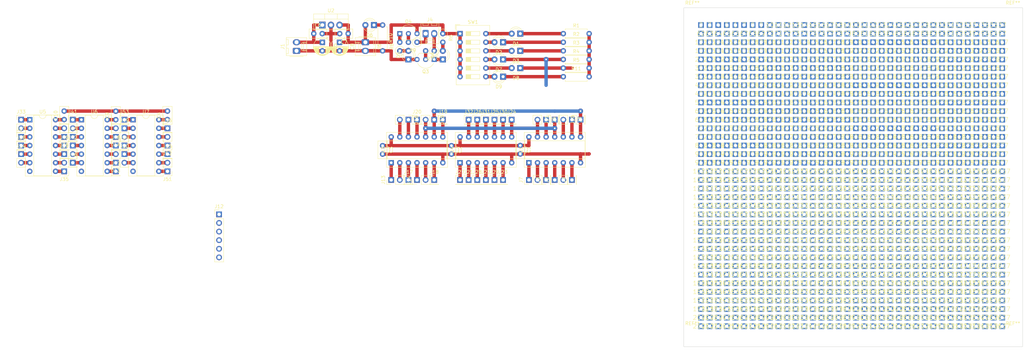
<source format=kicad_pcb>
(kicad_pcb (version 20221018) (generator pcbnew)
  (layers (0 "F.Cu" signal) (31 "B.Cu" signal) (34 "B.Paste" user) (35 "F.Paste" user) (36 "B.SilkS" user "B.Silkscreen") (37 "F.SilkS" user "F.Silkscreen") (38 "B.Mask" user) (39 "F.Mask" user) (44 "Edge.Cuts" user))
  (net 0 "")
  (net 1 "GND")
  (net 2 "+5V")
  (net 3 "/PSU 5V 1A/VIN")
  (net 4 "Net-(D4-K)")
  (net 5 "Net-(D4-A)")
  (net 6 "Net-(D5-A)")
  (net 7 "/Punta Logica/LOW_LVL")
  (net 8 "/Punta Logica/HIGH_LVL")
  (net 9 "Net-(Q3-B)")
  (net 10 "Net-(Q4-C)")
  (net 11 "Net-(Q4-B)")
  (net 12 "Net-(J33-Pin_1)")
  (net 13 "Net-(D1-A)")
  (net 14 "Net-(D2-A)")
  (net 15 "Net-(J33-Pin_2)")
  (net 16 "Net-(D7-A)")
  (net 17 "Net-(D8-A)")
  (net 18 "Net-(D9-A)")
  (net 19 "Net-(J14-Pin_1)")
  (net 20 "Net-(J14-Pin_2)")
  (net 21 "Net-(J16-Pin_1)")
  (net 22 "Net-(J16-Pin_2)")
  (net 23 "Net-(J17-Pin_1)")
  (net 24 "Net-(J18-Pin_1)")
  (net 25 "Net-(J19-Pin_1)")
  (net 26 "Net-(J20-Pin_1)")
  (net 27 "Net-(J22-Pin_1)")
  (net 28 "Net-(J23-Pin_1)")
  (net 29 "Net-(J25-Pin_1)")
  (net 30 "Net-(J26-Pin_1)")
  (net 31 "Net-(J28-Pin_1)")
  (net 32 "Net-(J29-Pin_1)")
  (net 33 "Net-(J31-Pin_1)")
  (net 34 "Net-(J32-Pin_1)")
  (net 35 "Net-(J7-Pin_1)")
  (net 36 "Net-(J7-Pin_2)")
  (net 37 "Net-(J8-Pin_1)")
  (net 38 "/Logic/F")
  (net 39 "/Logic/E")
  (net 40 "/Logic/D")
  (net 41 "/Logic/C")
  (net 42 "/Logic/B")
  (net 43 "/Logic/A")
  (net 44 "Net-(J2-Pin_1)")
  (net 45 "Net-(J2-Pin_2)")
  (net 46 "Net-(J9-Pin_1)")
  (net 47 "Net-(J13-Pin_1)")
  (net 48 "Net-(J13-Pin_2)")
  (net 49 "Net-(J21-Pin_1)")
  (net 50 "Net-(J27-Pin_1)")
  (net 51 "/Logic/~{A}")
  (net 52 "/Logic/AB")
  (net 53 "/Logic/~{A}C")
  (net 54 "Net-(J34-Pin_1)")
  (net 55 "Net-(J34-Pin_2)")
  (net 56 "Net-(J35-Pin_1)")
  (net 57 "Net-(J35-Pin_2)")
  (net 58 "Net-(J36-Pin_1)")
  (net 59 "Net-(J36-Pin_2)")
  (net 60 "Net-(J37-Pin_1)")
  (net 61 "Net-(J38-Pin_1)")
  (net 62 "Net-(J39-Pin_1)")
  (net 63 "Net-(J40-Pin_1)")
  (net 64 "Net-(J41-Pin_1)")
  (net 65 "Net-(J41-Pin_2)")
  (net 66 "Net-(J42-Pin_1)")
  (net 67 "Net-(J42-Pin_2)")
  (net 68 "Net-(J43-Pin_1)")
  (net 69 "Net-(J43-Pin_2)")
  (net 70 "Net-(J44-Pin_1)")
  (net 71 "Net-(J44-Pin_2)")
  (net 72 "Net-(J45-Pin_1)")
  (net 73 "Net-(J46-Pin_1)")
  (net 74 "Net-(J47-Pin_1)")
  (net 75 "Net-(J48-Pin_1)")
  (net 76 "Net-(J49-Pin_1)")
  (net 77 "Net-(J49-Pin_2)")
  (net 78 "Net-(J50-Pin_1)")
  (net 79 "Net-(J50-Pin_2)")
  (net 80 "Net-(J51-Pin_1)")
  (net 81 "Net-(J51-Pin_2)")
  (net 82 "Net-(J52-Pin_1)")
  (net 83 "Net-(J52-Pin_2)")
  (net 84 "Net-(J53-Pin_1)")
  (net 85 "Net-(J54-Pin_1)")
  (net 86 "Net-(J55-Pin_1)")
  (net 87 "Net-(J56-Pin_1)")
  (net 88 "Net-(D6-K)")
  (net 89 "Net-(D3-A)")
  (footprint "" (layer "F.Cu") (at 284.48 55.88)
    (fp_text reference "146")
    (fp_text value "")
  )
  (footprint "" (layer "F.Cu") (at 241.3 124.46)
    (fp_text reference "1749")
    (fp_text value "")
  )
  (footprint "" (layer "F.Cu") (at 281.94 58.42)
    (fp_text reference "205")
    (fp_text value "")
  )
  (footprint "" (layer "F.Cu") (at 309.88 58.42)
    (fp_text reference "216")
    (fp_text value "")
  )
  (footprint "" (layer "F.Cu") (at 294.64 124.46)
    (fp_text reference "1770")
    (fp_text value "")
  )
  (footprint "Resistor_THT:R_Axial_DIN0207_L6.3mm_D2.5mm_P2.54mm_Vertical" (layer "F.Cu") (at 139.7 55.88 180)
    (fp_text reference "R9")
    (fp_text value "R_US")
  )
  (footprint "" (layer "F.Cu") (at 223.52 81.28)
    (fp_text reference "722")
    (fp_text value "")
  )
  (footprint "" (layer "F.Cu") (at 312.42 60.96)
    (fp_text reference "277")
    (fp_text value "")
  )
  (footprint "" (layer "F.Cu") (at 236.22 124.46)
    (fp_text reference "1747")
    (fp_text value "")
  )
  (footprint "" (layer "F.Cu") (at 241.3 106.68)
    (fp_text reference "1329")
    (fp_text value "")
  )
  (footprint "" (layer "F.Cu") (at 307.34 127)
    (fp_text reference "1835")
    (fp_text value "")
  )
  (footprint "" (layer "F.Cu") (at 312.42 91.44)
    (fp_text reference "997")
    (fp_text value "")
  )
  (footprint "" (layer "F.Cu") (at 254 93.98)
    (fp_text reference "1034")
    (fp_text value "")
  )
  (footprint "" (layer "F.Cu") (at 251.46 109.22)
    (fp_text reference "1393")
    (fp_text value "")
  )
  (footprint "" (layer "F.Cu") (at 259.08 93.98)
    (fp_text reference "1036")
    (fp_text value "")
  )
  (footprint "" (layer "F.Cu") (at 271.78 50.8)
    (fp_text reference "21")
    (fp_text value "")
  )
  (footprint "" (layer "F.Cu") (at 264.16 53.34)
    (fp_text reference "78")
    (fp_text value "")
  )
  (footprint "" (layer "F.Cu") (at 231.14 101.6)
    (fp_text reference "1205")
    (fp_text value "")
  )
  (footprint "" (layer "F.Cu") (at 226.06 50.8)
    (fp_text reference "3")
    (fp_text value "")
  )
  (footprint "" (layer "F.Cu") (at 238.76 104.14)
    (fp_text reference "1268")
    (fp_text value "")
  )
  (footprint "" (layer "F.Cu") (at 287.02 134.62)
    (fp_text reference "2007")
    (fp_text value "")
  )
  (footprint "" (layer "F.Cu") (at 256.54 58.42)
    (fp_text reference "195")
    (fp_text value "")
  )
  (footprint "" (layer "F.Cu") (at 299.72 119.38)
    (fp_text reference "1652")
    (fp_text value "")
  )
  (footprint "" (layer "F.Cu") (at 292.1 50.8)
    (fp_text reference "29")
    (fp_text value "")
  )
  (footprint "" (layer "F.Cu") (at 243.84 86.36)
    (fp_text reference "850")
    (fp_text value "")
  )
  (footprint "" (layer "F.Cu") (at 284.48 63.5)
    (fp_text reference "326")
    (fp_text value "")
  )
  (footprint "" (layer "F.Cu") (at 223.52 78.74)
    (fp_text reference "662")
    (fp_text value "")
  )
  (footprint "" (layer "F.Cu") (at 243.84 91.44)
    (fp_text reference "970")
    (fp_text value "")
  )
  (footprint "" (layer "F.Cu") (at 294.64 121.92)
    (fp_text reference "1710")
    (fp_text value "")
  )
  (footprint "" (layer "F.Cu") (at 274.32 124.46)
    (fp_text reference "1762")
    (fp_text value "")
  )
  (footprint "" (layer "F.Cu") (at 266.7 96.52)
    (fp_text reference "1099")
    (fp_text value "")
  )
  (footprint "" (layer "F.Cu") (at 292.1 104.14)
    (fp_text reference "1289")
    (fp_text value "")
  )
  (footprint "" (layer "F.Cu") (at 281.94 134.62)
    (fp_text reference "2005")
    (fp_text value "")
  )
  (footprint "" (layer "F.Cu") (at 279.4 71.12)
    (fp_text reference "504")
    (fp_text value "")
  )
  (footprint "" (layer "F.Cu") (at 274.32 58.42)
    (fp_text reference "202")
    (fp_text value "")
  )
  (footprint "" (layer "F.Cu") (at 228.6 96.52)
    (fp_text reference "1084")
    (fp_text value "")
  )
  (footprint "" (layer "F.Cu") (at 292.1 124.46)
    (fp_text reference "1769")
    (fp_text value "")
  )
  (footprint "" (layer "F.Cu") (at 269.24 83.82)
    (fp_text reference "800")
    (fp_text value "")
  )
  (footprint "" (layer "F.Cu") (at 284.48 127)
    (fp_text reference "1826")
    (fp_text value "")
  )
  (footprint "" (layer "F.Cu") (at 276.86 91.44)
    (fp_text reference "983")
    (fp_text value "")
  )
  (footprint "" (layer "F.Cu") (at 231.14 71.12)
    (fp_text reference "485")
    (fp_text value "")
  )
  (footprint "" (layer "F.Cu") (at 259.08 132.08)
    (fp_text reference "1936")
    (fp_text value "")
  )
  (footprint "Capacitor_THT:CP_Radial_D5.0mm_P2.50mm" (layer "F.Cu") (at 116.84 55.92 -90)
    (fp_text reference "C8")
    (fp_text value "C_Polarized_US")
  )
  (footprint "" (layer "F.Cu") (at 228.6 127)
    (fp_text reference "1804")
    (fp_text value "")
  )
  (footprint "" (layer "F.Cu") (at 259.08 127)
    (fp_text reference "1816")
    (fp_text value "")
  )
  (footprint "Connector_PinHeader_2.54mm:PinHeader_1x01_P2.54mm_Vertical" (layer "F.Cu") (at 152.4 96.52)
    (fp_text reference "J27")
    (fp_text value "Conn_01x01_Pin")
  )
  (footprint "" (layer "F.Cu") (at 248.92 96.52)
    (fp_text reference "1092")
    (fp_text value "")
  )
  (footprint "" (layer "F.Cu") (at 238.76 88.9)
    (fp_text reference "908")
    (fp_text value "")
  )
  (footprint "" (layer "F.Cu") (at 264.16 96.52)
    (fp_text reference "1098")
    (fp_text value "")
  )
  (footprint "" (layer "F.Cu") (at 274.32 76.2)
    (fp_text reference "622")
    (fp_text value "")
  )
  (footprint "" (layer "F.Cu") (at 246.38 137.16)
    (fp_text reference "2051")
    (fp_text value "")
  )
  (footprint "" (layer "F.Cu") (at 312.42 109.22)
    (fp_text reference "1417")
    (fp_text value "")
  )
  (footprint "" (layer "F.Cu") (at 274.32 93.98)
    (fp_text reference "1042")
    (fp_text value "")
  )
  (footprint "" (layer "F.Cu") (at 233.68 139.7)
    (fp_text reference "2106")
    (fp_text value "")
  )
  (footprint "" (layer "F.Cu") (at 228.6 106.68)
    (fp_text reference "1324")
    (fp_text value "")
  )
  (footprint "" (layer "F.Cu") (at 231.14 139.7)
    (fp_text reference "2105")
    (fp_text value "")
  )
  (footprint "" (layer "F.Cu") (at 307.34 99.06)
    (fp_text reference "1175")
    (fp_text value "")
  )
  (footprint "" (layer "F.Cu") (at 309.88 104.14)
    (fp_text reference "1296")
    (fp_text value "")
  )
  (footprint "" (layer "F.Cu") (at 236.22 116.84)
    (fp_text reference "1567")
    (fp_text value "")
  )
  (footprint "" (layer "F.Cu") (at 251.46 114.3)
    (fp_text reference "1513")
    (fp_text value "")
  )
  (footprint "" (layer "F.Cu") (at 246.38 76.2)
    (fp_text reference "611")
    (fp_text value "")
  )
  (footprint "" (layer "F.Cu") (at 276.86 129.54)
    (fp_text reference "1883")
    (fp_text value "")
  )
  (footprint "" (layer "F.Cu") (at 284.48 53.34)
    (fp_text reference "86")
    (fp_text value "")
  )
  (footprint "" (layer "F.Cu") (at 243.84 101.6)
    (fp_text reference "1210")
    (fp_text value "")
  )
  (footprint "" (layer "F.Cu") (at 289.56 134.62)
    (fp_text reference "2008")
    (fp_text value "")
  )
  (footprint "" (layer "F.Cu") (at 256.54 111.76)
    (fp_text reference "1455")
    (fp_text value "")
  )
  (footprint "" (layer "F.Cu") (at 279.4 78.74)
    (fp_text reference "684")
    (fp_text value "")
  )
  (footprint "" (layer "F.Cu") (at 271.78 121.92)
    (fp_text reference "1701")
    (fp_text value "")
  )
  (footprint "" (layer "F.Cu") (at 284.48 71.12)
    (fp_text reference "506")
    (fp_text value "")
  )
  (footprint "" (layer "F.Cu") (at 233.68 106.68)
    (fp_text reference "1326")
    (fp_text value "")
  )
  (footprint "" (layer "F.Cu") (at 284.48 139.7)
    (fp_text reference "2126")
    (fp_text value "")
  )
  (footprint "" (layer "F.Cu") (at 281.94 60.96)
    (fp_text reference "265")
    (fp_text value "")
  )
  (footprint "" (layer "F.Cu") (at 241.3 68.58)
    (fp_text reference "429")
    (fp_text value "")
  )
  (footprint "" (layer "F.Cu") (at 259.08 137.16)
    (fp_text reference "2056")
    (fp_text value "")
  )
  (footprint "" (layer "F.Cu") (at 307.34 124.46)
    (fp_text reference "1775")
    (fp_text value "")
  )
  (footprint "" (layer "F.Cu") (at 228.6 68.58)
    (fp_text reference "424")
    (fp_text value "")
  )
  (footprint "" (layer "F.Cu") (at 294.64 71.12)
    (fp_text reference "510")
    (fp_text value "")
  )
  (footprint "" (layer "F.Cu") (at 299.72 132.08)
    (fp_text reference "1952")
    (fp_text value "")
  )
  (footprint "" (layer "F.Cu") (at 274.32 88.9)
    (fp_text reference "922")
    (fp_text value "")
  )
  (footprint "" (layer "F.Cu") (at 271.78 106.68)
    (fp_text reference "1341")
    (fp_text value "")
  )
  (footprint "" (layer "F.Cu") (at 261.62 132.08)
    (fp_text reference "1937")
    (fp_text value "")
  )
  (footprint "" (layer "F.Cu") (at 289.56 106.68)
    (fp_text reference "1348")
    (fp_text value "")
  )
  (footprint "" (layer "F.Cu") (at 261.62 71.12)
    (fp_text reference "497")
    (fp_text value "")
  )
  (footprint "" (layer "F.Cu") (at 256.54 91.44)
    (fp_text reference "975")
    (fp_text value "")
  )
  (footprint "" (layer "F.Cu") (at 309.88 124.46)
    (fp_text reference "1776")
    (fp_text value "")
  )
  (footprint "" (layer "F.Cu") (at 236.22 96.52)
    (fp_text reference "1087")
    (fp_text value "")
  )
  (footprint "" (layer "F.Cu") (at 302.26 71.12)
    (fp_text reference "513")
    (fp_text value "")
  )
  (footprint "" (layer "F.Cu") (at 261.62 68.58)
    (fp_text reference "437")
    (fp_text value "")
  )
  (footprint "" (layer "F.Cu") (at 251.46 63.5)
    (fp_text reference "313")
    (fp_text value "")
  )
  (footprint "" (layer "F.Cu") (at 233.68 58.42)
    (fp_text reference "186")
    (fp_text value "")
  )
  (footprint "" (layer "F.Cu") (at 292.1 111.76)
    (fp_text reference "1469")
    (fp_text value "")
  )
  (footprint "" (layer "F.Cu") (at 246.38 104.14)
    (fp_text reference "1271")
    (fp_text value "")
  )
  (footprint "" (layer "F.Cu") (at 238.76 73.66)
    (fp_text reference "548")
    (fp_text value "")
  )
  (footprint "" (layer "F.Cu") (at 246.38 111.76)
    (fp_text reference "1451")
    (fp_text value "")
  )
  (footprint "" (layer "F.Cu") (at 264.16 114.3)
    (fp_text reference "1518")
    (fp_text value "")
  )
  (footprint "" (layer "F.Cu") (at 246.38 124.46)
    (fp_text reference "1751")
    (fp_text value "")
  )
  (footprint "" (layer "F.Cu") (at 312.42 76.2)
    (fp_text reference "637")
    (fp_text value "")
  )
  (footprint "" (layer "F.Cu") (at 226.06 104.14)
    (fp_text reference "1263")
    (fp_text value "")
  )
  (footprint "" (layer "F.Cu") (at 292.1 60.96)
    (fp_text reference "269")
    (fp_text value "")
  )
  (footprint "" (layer "F.Cu") (at 228.6 111.76)
    (fp_text reference "1444")
    (fp_text value "")
  )
  (footprint "" (layer "F.Cu") (at 231.14 96.52)
    (fp_text reference "1085")
    (fp_text value "")
  )
  (footprint "" (layer "F.Cu") (at 246.38 101.6)
    (fp_text reference "1211")
    (fp_text value "")
  )
  (footprint "" (layer "F.Cu") (at 304.8 116.84)
    (fp_text reference "1594")
    (fp_text value "")
  )
  (footprint "" (layer "F.Cu") (at 254 129.54)
    (fp_text reference "1874")
    (fp_text value "")
  )
  (footprint "" (layer "F.Cu") (at 276.86 73.66)
    (fp_text reference "563")
    (fp_text value "")
  )
  (footprint "" (layer "F.Cu") (at 297.18 111.76)
    (fp_text reference "1471")
    (fp_text value "")
  )
  (footprint "" (layer "F.Cu") (at 304.8 73.66)
    (fp_text reference "574")
    (fp_text value "")
  )
  (footprint "" (layer "F.Cu") (at 264.16 66.04)
    (fp_text reference "378")
    (fp_text value "")
  )
  (footprint "" (layer "F.Cu") (at 231.14 121.92)
    (fp_text reference "1685")
    (fp_text value "")
  )
  (footprint "" (layer "F.Cu") (at 307.34 137.16)
    (fp_text reference "2075")
    (fp_text value "")
  )
  (footprint "Connector_PinHeader_2.54mm:PinHeader_1x02_P2.54mm_Vertical" (layer "F.Cu") (at 172.72 96.52 90)
    (fp_text reference "J7")
    (fp_text value "Conn_01x02_Pin")
  )
  (footprint "" (layer "F.Cu") (at 246.38 53.34)
    (fp_text reference "71")
    (fp_text value "")
  )
  (footprint "Capacitor_THT:CP_Radial_D5.0mm_P2.50mm" (layer "F.Cu") (at 111.76 55.92 -90)
    (fp_text reference "C5")
    (fp_text value "C_Polarized_US")
  )
  (footprint "" (layer "F.Cu") (at 236.22 53.34)
    (fp_text reference "67")
    (fp_text value "")
  )
  (footprint "" (layer "F.Cu") (at 238.76 71.12)
    (fp_text reference "488")
    (fp_text value "")
  )
  (footprint "" (layer "F.Cu") (at 281.94 68.58)
    (fp_text reference "445")
    (fp_text value "")
  )
  (footprint "" (layer "F.Cu") (at 223.52 111.76)
    (fp_text reference "1442")
    (fp_text value "")
  )
  (footprint "" (layer "F.Cu") (at 292.1 91.44)
    (fp_text reference "989")
    (fp_text value "")
  )
  (footprint "" (layer "F.Cu") (at 276.86 137.16)
    (fp_text reference "2063")
    (fp_text value "")
  )
  (footprint "" (layer "F.Cu") (at 251.46 104.14)
    (fp_text reference "1273")
    (fp_text value "")
  )
  (footprint "" (layer "F.Cu") (at 299.72 55.88)
    (fp_text reference "152")
    (fp_text value "")
  )
  (footprint "" (layer "F.Cu") (at 312.42 53.34)
    (fp_text reference "97")
    (fp_text value "")
  )
  (footprint "" (layer "F.Cu") (at 304.8 60.96)
    (fp_text reference "274")
    (fp_text value "")
  )
  (footprint "Connector_PinHeader_2.54mm:PinHeader_1x01_P2.54mm_Vertical" (layer "F.Cu") (at 50.8 93.98)
    (fp_text reference "J47")
    (fp_text value "Conn_01x01_Pin")
  )
  (footprint "" (layer "F.Cu") (at 256.54 78.74)
    (fp_text reference "675")
    (fp_text value "")
  )
  (footprint "" (layer "F.Cu") (at 246.38 121.92)
    (fp_text reference "1691")
    (fp_text value "")
  )
  (footprint "" (layer "F.Cu") (at 248.92 139.7)
    (fp_text reference "2112")
    (fp_text value "")
  )
  (footprint "" (layer "F.Cu") (at 302.26 83.82)
    (fp_text reference "813")
    (fp_text value "")
  )
  (footprint "" (layer "F.Cu") (at 312.42 96.52)
    (fp_text reference "1117")
    (fp_text value "")
  )
  (footprint "" (layer "F.Cu") (at 276.86 134.62)
    (fp_text reference "2003")
    (fp_text value "")
  )
  (footprint "" (layer "F.Cu") (at 264.16 93.98)
    (fp_text reference "1038")
    (fp_text value "")
  )
  (footprint "" (layer "F.Cu") (at 256.54 99.06)
    (fp_text reference "1155")
    (fp_text value "")
  )
  (footprint "" (layer "F.Cu") (at 223.52 55.88)
    (fp_text reference "122")
    (fp_text value "")
  )
  (footprint "" (layer "F.Cu") (at 254 127)
    (fp_text reference "1814")
    (fp_text value "")
  )
  (footprint "" (layer "F.Cu") (at 279.4 106.68)
    (fp_text reference "1344")
    (fp_text value "")
  )
  (footprint "" (layer "F.Cu") (at 279.4 101.6)
    (fp_text reference "1224")
    (fp_text value "")
  )
  (footprint "" (layer "F.Cu") (at 228.6 86.36)
    (fp_text reference "844")
    (fp_text value "")
  )
  (footprint "" (layer "F.Cu") (at 236.22 93.98)
    (fp_text reference "1027")
    (fp_text value "")
  )
  (footprint "" (layer "F.Cu") (at 269.24 66.04)
    (fp_text reference "380")
    (fp_text value "")
  )
  (footprint "" (layer "F.Cu") (at 269.24 73.66)
    (fp_text reference "560")
    (fp_text value "")
  )
  (footprint "" (layer "F.Cu") (at 236.22 132.08)
    (fp_text reference "1927")
    (fp_text value "")
  )
  (footprint "" (layer "F.Cu") (at 256.54 81.28)
    (fp_text reference "735")
    (fp_text value "")
  )
  (footprint "Connector_PinHeader_2.54mm:PinHeader_1x01_P2.54mm_Vertical" (layer "F.Cu") (at 137.16 96.52)
    (fp_text reference "J17")
    (fp_text value "Conn_01x01_Pin")
  )
  (footprint "" (layer "F.Cu") (at 233.68 111.76)
    (fp_text reference "1446")
    (fp_text value "")
  )
  (footprint "" (layer "F.Cu") (at 304.8 63.5)
    (fp_text reference "334")
    (fp_text value "")
  )
  (footprint "" (layer "F.Cu") (at 233.68 78.74)
    (fp_text reference "666")
    (fp_text value "")
  )
  (footprint "" (layer "F.Cu") (at 292.1 76.2)
    (fp_text reference "629")
    (fp_text value "")
  )
  (footprint "" (layer "F.Cu") (at 228.6 116.84)
    (fp_text reference "1564")
    (fp_text value "")
  )
  (footprint "Connector_PinHeader_2.54mm:PinHeader_1x01_P2.54mm_Vertical" (layer "F.Cu") (at 35.56 86.36)
    (fp_text reference "J40")
    (fp_text value "Conn_01x01_Pin")
  )
  (footprint "" (layer "F.Cu") (at 312.42 101.6)
    (fp_text reference "1237")
    (fp_text value "")
  )
  (footprint "" (layer "F.Cu") (at 223.52 121.92)
    (fp_text reference "1682")
    (fp_text value "")
  )
  (footprint "" (layer "F.Cu") (at 284.48 76.2)
    (fp_text reference "626")
    (fp_text value "")
  )
  (footprint "" (layer "F.Cu") (at 248.92 83.82)
    (fp_text reference "792")
    (fp_text value "")
  )
  (footprint "" (layer "F.Cu") (at 307.34 129.54)
    (fp_text reference "1895")
    (fp_text value "")
  )
  (footprint "Connector_PinHeader_2.54mm:PinHeader_1x01_P2.54mm_Vertical" (layer "F.Cu") (at 147.32 78.74)
    (fp_text reference "J19")
    (fp_text value "Conn_01x01_Pin")
  )
  (footprint "" (layer "F.Cu") (at 307.34 71.12)
    (fp_text reference "515")
    (fp_text value "")
  )
  (footprint "" (layer "F.Cu") (at 246.38 83.82)
    (fp_text reference "791")
    (fp_text value "")
  )
  (footprint "Connector_PinHeader_2.54mm:PinHeader_1x01_P2.54mm_Vertical" (layer "F.Cu") (at 22.86 86.36)
    (fp_text reference "J38")
    (fp_text value "Conn_01x01_Pin")
  )
  (footprint "" (layer "F.Cu") (at 223.52 114.3)
    (fp_text reference "1502")
    (fp_text value "")
  )
  (footprint "" (layer "F.Cu") (at 292.1 116.84)
    (fp_text reference "1589")
    (fp_text value "")
  )
  (footprint "" (layer "F.Cu") (at 297.18 91.44)
    (fp_text reference "991")
    (fp_text value "")
  )
  (footprint "" (layer "F.Cu") (at 276.86 81.28)
    (fp_text reference "743")
    (fp_text value "")
  )
  (footprint "" (layer "F.Cu") (at 307.34 58.42)
    (fp_text reference "215")
    (fp_text value "")
  )
  (footprint "" (layer "F.Cu") (at 312.42 83.82)
    (fp_text reference "817")
    (fp_text value "")
  )
  (footprint "" (layer "F.Cu") (at 223.52 76.2)
    (fp_text reference "602")
    (fp_text value "")
  )
  (footprint "" (layer "F.Cu") (at 228.6 124.46)
    (fp_text reference "1744")
    (fp_text value "")
  )
  (footprint "Resistor_THT:R_Axial_DIN0207_L6.3mm_D2.5mm_P7.62mm_Horizontal" (layer "F.Cu") (at 182.88 66.04)
    (fp_text reference "R11")
    (fp_text value "R_US")
  )
  (footprint "" (layer "F.Cu") (at 299.72 114.3)
    (fp_text reference "1532")
    (fp_text value "")
  )
  (footprint "" (layer "F.Cu") (at 281.94 139.7)
    (fp_text reference "2125")
    (fp_text value "")
  )
  (footprint "Capacitor_THT:C_Disc_D5.0mm_W2.5mm_P2.50mm" (layer "F.Cu") (at 35.56 78.7 90)
    (fp_text reference "C10")
    (fp_text value "C")
  )
  (footprint "" (layer "F.Cu") (at 241.3 50.8)
    (fp_text reference "9")
    (fp_text value "")
  )
  (footprint "" (layer "F.Cu") (at 223.52 96.52)
    (fp_text reference "1082")
    (fp_text value "")
  )
  (footprint "" (layer "F.Cu") (at 294.64 83.82)
    (fp_text reference "810")
    (fp_text value "")
  )
  (footprint "" (layer "F.Cu") (at 238.76 55.88)
    (fp_text reference "128")
    (fp_text value "")
  )
  (footprint "" (layer "F.Cu") (at 294.64 104.14)
    (fp_text reference "1290")
    (fp_text value "")
  )
  (footprint "" (layer "F.Cu") (at 312.42 114.3)
    (fp_text reference "1537")
    (fp_text value "")
  )
  (footprint "" (layer "F.Cu") (at 274.32 127)
    (fp_text reference "1822")
    (fp_text value "")
  )
  (footprint "" (layer "F.Cu") (at 281.94 81.28)
    (fp_text reference "745")
    (fp_text value "")
  )
  (footprint "" (layer "F.Cu") (at 248.92 76.2)
    (fp_text reference "612")
    (fp_text value "")
  )
  (footprint "" (layer "F.Cu") (at 243.84 137.16)
    (fp_text reference "2050")
    (fp_text value "")
  )
  (footprint "" (layer "F.Cu") (at 259.08 81.28)
    (fp_text reference "736")
    (fp_text value "")
  )
  (footprint "" (layer "F.Cu") (at 309.88 91.44)
    (fp_text reference "996")
    (fp_text value "")
  )
  (footprint "" (layer "F.Cu") (at 251.46 127)
    (fp_text reference "1813")
    (fp_text value "")
  )
  (footprint "" (layer "F.Cu") (at 276.86 116.84)
    (fp_text reference "1583")
    (fp_text value "")
  )
  (footprint "" (layer "F.Cu") (at 261.62 124.46)
    (fp_text reference "1757")
    (fp_text value "")
  )
  (footprint "" (layer "F.Cu") (at 259.08 129.54)
    (fp_text reference "1876")
    (fp_text value "")
  )
  (footprint "Package_DIP:DIP-14_W7.62mm_Socket" (layer "F.Cu") (at 55.88 78.74)
    (fp_text reference "U7")
    (fp_text value "74LS02")
  )
  (footprint "Connector_PinHeader_2.54mm:PinHeader_1x01_P2.54mm_Vertical" (layer "F.Cu") (at 157.48 96.52)
    (fp_text reference "J28")
    (fp_text value "Conn_01x01_Pin")
  )
  (footprint "" (layer "F.Cu") (at 264.16 68.58)
    (fp_text reference "438")
    (fp_text value "")
  )
  (footprint "" (layer "F.Cu") (at 266.7 114.3)
    (fp_text reference "1519")
    (fp_text value "")
  )
  (footprint "" (layer "F.Cu") (at 233.68 68.58)
    (fp_text reference "426")
    (fp_text value "")
  )
  (footprint "" (layer "F.Cu") (at 276.86 66.04)
    (fp_text reference "383")
    (fp_text value "")
  )
  (footprint "Connector_PinHeader_2.54mm:PinHeader_1x02_P2.54mm_Vertical" (layer "F.Cu") (at 35.56 93.98 180)
    (fp_text reference "J35")
    (fp_text value "Conn_01x02_Pin")
  )
  (footprint "" (layer "F.Cu") (at 243.84 116.84)
    (fp_text reference "1570")
    (fp_text value "")
  )
  (footprint "" (layer "F.Cu") (at 264.16 55.88)
    (fp_text reference "138")
    (fp_text value "")
  )
  (footprint "Connector_PinHeader_2.54mm:PinHeader_1x02_P2.54mm_Vertical" (layer "F.Cu") (at 53.34 88.9)
    (fp_text reference "J50")
    (fp_text value "Conn_01x02_Pin")
  )
  (footprint "" (layer "F.Cu") (at 287.02 132.08)
    (fp_text reference "1947")
    (fp_text value "")
  )
  (footprint "" (layer "F.Cu") (at 241.3 53.34)
    (fp_text reference "69")
    (fp_text value "")
  )
  (footprint "" (layer "F.Cu") (at 304.8 119.38)
    (fp_text reference "1654")
    (fp_text value "")
  )
  (footprint "Connector_PinHeader_2.54mm:PinHeader_1x01_P2.54mm_Vertical" (layer "F.Cu") (at 139.7 78.74)
    (fp_text reference "J20")
    (fp_text value "Conn_01x01_Pin")
  )
  (footprint "" (layer "F.Cu") (at 307.34 73.66)
    (fp_text reference "575")
    (fp_text value "")
  )
  (footprint "" (layer "F.Cu") (at 284.48 132.08)
    (fp_text reference "1946")
    (fp_text value "")
  )
  (footprint "" (layer "F.Cu") (at 261.62 58.42)
    (fp_text reference "197")
    (fp_text value "")
  )
  (footprint "" (layer "F.Cu") (at 261.62 137.16)
    (fp_text reference "2057")
    (fp_text value "")
  )
  (footprint "" (layer "F.Cu") (at 292.1 78.74)
    (fp_text reference "689")
    (fp_text value "")
  )
  (footprint "" (layer "F.Cu") (at 261.62 93.98)
    (fp_text reference "1037")
    (fp_text value "")
  )
  (footprint "" (layer "F.Cu") (at 309.88 76.2)
    (fp_text reference "636")
    (fp_text value "")
  )
  (footprint "" (layer "F.Cu") (at 266.7 129.54)
    (fp_text reference "1879")
    (fp_text value "")
  )
  (footprint "" (layer "F.Cu") (at 241.3 78.74)
    (fp_text reference "669")
    (fp_text value "")
  )
  (footprint "" (layer "F.Cu") (at 266.7 55.88)
    (fp_text reference "139")
    (fp_text value "")
  )
  (footprint "" (layer "F.Cu") (at 243.84 124.46)
    (fp_text reference "1750")
    (fp_text value "")
  )
  (footprint "" (layer "F.Cu") (at 309.88 66.04)
    (fp_text reference "396")
    (fp_text value "")
  )
  (footprint "" (layer "F.Cu") (at 228.6 53.34)
    (fp_text reference "64")
    (fp_text value "")
  )
  (footprint "" (layer "F.Cu") (at 302.26 60.96)
    (fp_text reference "273")
    (fp_text value "")
  )
  (footprint "" (layer "F.Cu") (at 223.52 93.98)
    (fp_text reference "1022")
    (fp_text value "")
  )
  (footprint "" (layer "F.Cu") (at 261.62 121.92)
    (fp_text reference "1697")
    (fp_text value "")
  )
  (footprint "" (layer "F.Cu") (at 261.62 86.36)
    (fp_text reference "857")
    (fp_text value "")
  )
  (footprint "" (layer "F.Cu") (at 297.18 114.3)
    (fp_text reference "1531")
    (fp_text value "")
  )
  (footprint "" (layer "F.Cu") (at 226.06 63.5)
    (fp_text reference "303")
    (fp_text value "")
  )
  (footprint "" (layer "F.Cu") (at 281.94 66.04)
    (fp_text reference "385")
    (fp_text value "")
  )
  (footprint "" (layer "F.Cu") (at 266.7 63.5)
    (fp_text reference "319")
    (fp_text value "")
  )
  (footprint "" (layer "F.Cu") (at 233.68 127)
    (fp_text reference "1806")
    (fp_text value "")
  )
  (footprint "" (layer "F.Cu") (at 261.62 101.6)
    (fp_text reference "1217")
    (fp_text value "")
  )
  (footprint "" (layer "F.Cu") (at 274.32 111.76)
    (fp_text reference "1462")
    (fp_text value "")
  )
  (footprint "" (layer "F.Cu") (at 276.86 55.88)
    (fp_text reference "143")
    (fp_text value "")
  )
  (footprint "" (layer "F.Cu") (at 292.1 106.68)
    (fp_text reference "1349")
    (fp_text value "")
  )
  (footprint "" (layer "F.Cu") (at 254 78.74)
    (fp_text reference "674")
    (fp_text value "")
  )
  (footprint "" (layer "F.Cu") (at 287.02 124.46)
    (fp_text reference "1767")
    (fp_text value "")
  )
  (footprint "" (layer "F.Cu") (at 281.94 132.08)
    (fp_text reference "1945")
    (fp_text value "")
  )
  (footprint "" (layer "F.Cu") (at 307.34 109.22)
    (fp_text reference "1415")
    (fp_text value "")
  )
  (footprint "" (layer "F.Cu") (at 256.54 88.9)
    (fp_text reference "915")
    (fp_text value "")
  )
  (footprint "" (layer "F.Cu") (at 256.54 137.16)
    (fp_text reference "2055")
    (fp_text value "")
  )
  (footprint "" (layer "F.Cu") (at 243.84 68.58)
    (fp_text reference "430")
    (fp_text value "")
  )
  (footprint "" (layer "F.Cu") (at 233.68 60.96)
    (fp_text reference "246")
    (fp_text value "")
  )
  (footprint "" (layer "F.Cu") (at 297.18 60.96)
    (fp_text reference "271")
    (fp_text value "")
  )
  (footprint "" (layer "F.Cu") (at 312.42 50.8)
    (fp_text reference "37")
    (fp_text value "")
  )
  (footprint "" (layer "F.Cu") (at 284.48 50.8)
    (fp_text reference "26")
    (fp_text value "")
  )
  (footprint "" (layer "F.Cu") (at 261.62 139.7)
    (fp_text reference "2117")
    (fp_text value "")
  )
  (footprint "" (layer "F.Cu") (at 228.6 55.88)
    (fp_text reference "124")
    (fp_text value "")
  )
  (footprint "Connector_PinHeader_2.54mm:PinHeader_1x02_P2.54mm_Vertical" (layer "F.Cu") (at 132.08 96.52 90)
    (fp_text reference "J13")
    (fp_text value "Conn_01x02_Pin")
  )
  (footprint "" (layer "F.Cu") (at 276.86 124.46)
    (fp_text reference "1763")
    (fp_text value "")
  )
  (footprint "" (layer "F.Cu") (at 248.92 101.6)
    (fp_text reference "1212")
    (fp_text value "")
  )
  (footprint "" (layer "F.Cu") (at 256.54 93.98)
    (fp_text reference "1035")
    (fp_text value "")
  )
  (footprint "" (layer "F.Cu") (at 309.88 114.3)
    (fp_text reference "1536")
    (fp_text value "")
  )
  (footprint "" (layer "F.Cu") (at 304.8 137.16)
    (fp_text reference "2074")
    (fp_text value "")
  )
  (footprint "" (layer "F.Cu") (at 243.84 139.7)
    (fp_text reference "2110")
    (fp_text value "")
  )
  (footprint "" (layer "F.Cu") (at 284.48 124.46)
    (fp_text reference "1766")
    (fp_text value "")
  )
  (footprint "" (layer "F.Cu") (at 241.3 55.88)
    (fp_text reference "129")
    (fp_text value "")
  )
  (footprint "" (layer "F.Cu") (at 264.16 109.22)
    (fp_text reference "1398")
    (fp_text value "")
  )
  (footprint "" (layer "F.Cu") (at 254 134.62)
    (fp_text reference "1994")
    (fp_text value "")
  )
  (footprint "" (layer "F.Cu") (at 274.32 134.62)
    (fp_text reference "2002")
    (fp_text value "")
  )
  (footprint "" (layer "F.Cu") (at 271.78 116.84)
    (fp_text reference "1581")
    (fp_text value "")
  )
  (footprint "" (layer "F.Cu") (at 251.46 134.62)
    (fp_text reference "1993")
    (fp_text value "")
  )
  (footprint "" (layer "F.Cu") (at 238.76 101.6)
    (fp_text reference "1208")
    (fp_text value "")
  )
  (footprint "" (layer "F.Cu") (at 241.3 81.28)
    (fp_text reference "729")
    (fp_text value "")
  )
  (footprint "" (layer "F.Cu") (at 233.68 55.88)
    (fp_text reference "126")
    (fp_text value "")
  )
  (footprint "" (layer "F.Cu") (at 302.26 63.5)
    (fp_text reference "333")
    (fp_text value "")
  )
  (footprint "" (layer "F.Cu") (at 231.14 88.9)
    (fp_text reference "905")
    (fp_text value "")
  )
  (footprint "" (layer "F.Cu") (at 251.46 60.96)
    (fp_text reference "253")
    (fp_text value "")
  )
  (footprint "" (layer "F.Cu") (at 302.26 132.08)
    (fp_text reference "1953")
    (fp_text value "")
  )
  (footprint "" (layer "F.Cu") (at 271.78 111.76)
    (fp_text reference "1461")
    (fp_text value "")
  )
  (footprint "" (layer "F.Cu") (at 297.18 116.84)
    (fp_text reference "1591")
    (fp_text value "")
  )
  (footprint "" (layer "F.Cu") (at 226.06 86.36)
    (fp_text reference "843")
    (fp_text value "")
  )
  (footprint "" (layer "F.Cu") (at 231.14 66.04)
    (fp_text reference "365")
    (fp_text value "")
  )
  (footprint "" (layer "F.Cu") (at 251.46 76.2)
    (fp_text reference "613")
    (fp_text value "")
  )
  (footprint "" (layer "F.Cu") (at 294.64 127)
    (fp_text reference "1830")
    (fp_text value "")
  )
  (footprint "" (layer "F.Cu") (at 312.42 137.16)
    (fp_text reference "2077")
    (fp_text value "")
  )
  (footprint "" (layer "F.Cu") (at 312.42 111.76)
    (fp_text reference "1477")
    (fp_text value "")
  )
  (footprint "" (layer "F.Cu") (at 302.26 119.38)
    (fp_text reference "1653")
    (fp_text value "")
  )
  (footprint "" (layer "F.Cu") (at 307.34 91.44)
    (fp_text reference "995")
    (fp_text value "")
  )
  (footprint "" (layer "F.Cu") (at 274.32 137.16)
    (fp_text reference "2062")
    (fp_text value "")
  )
  (footprint "" (layer "F.Cu") (at 236.22 106.68)
    (fp_text reference "1327")
    (fp_text value "")
  )
  (footprint "" (layer "F.Cu") (at 246.38 88.9)
    (fp_text reference "911")
    (fp_text value "")
  )
  (footprint "" (layer "F.Cu") (at 233.68 104.14)
    (fp_text reference "1266")
    (fp_text value "")
  )
  (footprint "" (layer "F.Cu") (at 269.24 86.36)
    (fp_text reference "860")
    (fp_text value "")
  )
  (footprint "" (layer "F.Cu") (at 248.92 116.84)
    (fp_text reference "1572")
    (fp_text value "")
  )
  (footprint "" (layer "F.Cu") (at 294.64 73.66)
    (fp_text reference "570")
    (fp_text value "")
  )
  (footprint "Connector_PinHeader_2.54mm:PinHeader_1x01_P2.54mm_Vertical" (layer "F.Cu") (at 180.34 78.74 90)
    (fp_text reference "J11")
    (fp_text value "Conn_01x01_Pin")
  )
  (footprint "" (layer "F.Cu") (at 243.84 93.98)
    (fp_text reference "1030")
    (fp_text value "")
  )
  (footprint "" (layer "F.Cu") (at 228.6 119.38)
    (fp_text reference "1624")
    (fp_text value "")
  )
  (footprint "" (layer "F.Cu") (at 264.16 129.54)
    (fp_text reference "1878")
    (fp_text value "")
  )
  (footprint "" (layer "F.Cu") (at 287.02 71.12)
    (fp_text reference "507")
    (fp_text value "")
  )
  (footprint "" (layer "F.Cu") (at 256.54 83.82)
    (fp_text reference "795")
    (fp_text value "")
  )
  (footprint "" (layer "F.Cu") (at 231.14 104.14)
    (fp_text reference "1265")
    (fp_text value "")
  )
  (footprint "" (layer "F.Cu") (at 304.8 83.82)
    (fp_text reference "814")
    (fp_text value "")
  )
  (footprint "" (layer "F.Cu") (at 294.64 50.8)
    (fp_text reference "30")
    (fp_text value "")
  )
  (footprint "" (layer "F.Cu") (at 261.62 127)
    (fp_text reference "1817")
    (fp_text value "")
  )
  (footprint "Package_TO_SOT_THT:TO-92_Inline_Wide" (layer "F.Cu") (at 134.62 53.34)
    (fp_text reference "Q4")
    (fp_text value "BC558")
  )
  (footprint "" (layer "F.Cu") (at 271.78 60.96)
    (fp_text reference "261")
    (fp_text value "")
  )
  (footprint "" (layer "F.Cu") (at 274.32 68.58)
    (fp_text reference "442")
    (fp_text value "")
  )
  (footprint "" (layer "F.Cu") (at 269.24 111.76)
    (fp_text reference "1460")
    (fp_text value "")
  )
  (footprint "" (layer "F.Cu") (at 266.7 121.92)
    (fp_text reference "1699")
    (fp_text value "")
  )
  (footprint "" (layer "F.Cu") (at 304.8 53.34)
    (fp_text reference "94")
    (fp_text value "")
  )
  (footprint "" (layer "F.Cu") (at 292.1 63.5)
    (fp_text reference "329")
    (fp_text value "")
  )
  (footprint "" (layer "F.Cu") (at 287.02 83.82)
    (fp_text reference "807")
    (fp_text value "")
  )
  (footprint "" (layer "F.Cu") (at 274.32 81.28)
    (fp_text reference "742")
    (fp_text value "")
  )
  (footprint "" (layer "F.Cu") (at 261.62 104.14)
    (fp_text reference "1277")
    (fp_text value "")
  )
  (footprint "" (layer "F.Cu") (at 266.7 101.6)
    (fp_text reference "1219")
    (fp_text value "")
  )
  (footprint "Connector_PinHeader_2.54mm:PinHeader_1x01_P2.54mm_Vertical" (layer "F.Cu") (at 144.78 96.52)
    (fp_text reference "J18")
    (fp_text value "Conn_01x01_Pin")
  )
  (footprint "" (layer "F.Cu") (at 281.94 137.16)
    (fp_text reference "2065")
    (fp_text value "")
  )
  (footprint "" (layer "F.Cu") (at 261.62 83.82)
    (fp_text reference "797")
    (fp_text value "")
  )
  (footprint "" (layer "F.Cu") (at 223.52 109.22)
    (fp_text reference "1382")
    (fp_text value "")
  )
  (footprint "" (layer "F.Cu") (at 246.38 78.74)
    (fp_text reference "671")
    (fp_text value "")
  )
  (footprint "" (layer "F.Cu") (at 243.84 66.04)
    (fp_text reference "370")
    (fp_text value "")
  )
  (footprint "" (layer "F.Cu") (at 241.3 116.84)
    (fp_text reference "1569")
    (fp_text value "")
  )
  (footprint "" (layer "F.Cu") (at 281.94 63.5)
    (fp_text reference "325")
    (fp_text value "")
  )
  (footprint "" (layer "F.Cu") (at 269.24 81.28)
    (fp_text reference "740")
    (fp_text value "")
  )
  (footprint "" (layer "F.Cu") (at 281.94 101.6)
    (fp_text reference "1225")
    (fp_text value "")
  )
  (footprint "" (layer "F.Cu") (at 284.48 106.68)
    (fp_text reference "1346")
    (fp_text value "")
  )
  (footprint "" (layer "F.Cu") (at 271.78 129.54)
    (fp_text reference "1881")
    (fp_text value "")
  )
  (footprint "" (layer "F.Cu") (at 304.8 96.52)
    (fp_text reference "1114")
    (fp_text value "")
  )
  (footprint "" (layer "F.Cu") (at 279.4 114.3)
    (fp_text reference "1524")
    (fp_text value "")
  )
  (footprint "" (layer "F.Cu") (at 307.34 60.96)
    (fp_text reference "275")
    (fp_text value "")
  )
  (footprint "" (layer "F.Cu") (at 238.76 124.46)
    (fp_text reference "1748")
    (fp_text value "")
  )
  (footprint "" (layer "F.Cu") (at 228.6 101.6)
    (fp_text reference "1204")
    (fp_text value "")
  )
  (footprint "" (layer "F.Cu") (at 284.48 101.6)
    (fp_text reference "1226")
    (fp_text value "")
  )
  (footprint "" (layer "F.Cu") (at 266.7 60.96)
    (fp_text reference "259")
    (fp_text value "")
  )
  (footprint "" (layer "F.Cu") (at 241.3 104.14)
    (fp_text reference "1269")
    (fp_text value "")
  )
  (footprint "" (layer "F.Cu") (at 231.14 78.74)
    (fp_text reference "665")
    (fp_text value "")
  )
  (footprint "" (layer "F.Cu") (at 294.64 81.28)
    (fp_text reference "750")
    (fp_text value "")
  )
  (footprint "" (layer "F.Cu") (at 302.26 101.6)
    (fp_text reference "1233")
    (fp_text value "")
  )
  (footprint "" (layer "F.Cu") (at 246.38 127)
    (fp_text reference "1811")
    (fp_text value "")
  )
  (footprint "" (layer "F.Cu") (at 236.22 50.8)
    (fp_text reference "7")
    (fp_text value "")
  )
  (footprint "" (layer "F.Cu") (at 299.72 129.54)
    (fp_text reference "1892")
    (fp_text value "")
  )
  (footprint "" (layer "F.Cu") (at 309.88 134.62)
    (fp_text reference "2016")
    (fp_text value "")
  )
  (footprint "" (layer "F.Cu") (at 274.32 99.06)
    (fp_text reference "1162")
    (fp_text value "")
  )
  (footprint "" (layer "F.Cu") (at 231.14 81.28)
    (fp_text reference "725")
    (fp_text value "")
  )
  (footprint "" (layer "F.Cu") (at 299.72 58.42)
    (fp_text reference "212")
    (fp_text value "")
  )
  (footprint "" (layer "F.Cu") (at 266.7 83.82)
    (fp_text reference "799")
    (fp_text value "")
  )
  (footprint "" (layer "F.Cu") (at 236.22 86.36)
    (fp_text reference "847")
    (fp_text value "")
  )
  (footprint "" (layer "F.Cu") (at 269.24 109.22)
    (fp_text reference "1400")
    (fp_text value "")
  )
  (footprint "" (layer "F.Cu") (at 266.7 124.46)
    (fp_text reference "1759")
    (fp_text value "")
  )
  (footprint "" (layer "F.Cu") (at 269.24 58.42)
    (fp_text reference "200")
    (fp_text value "")
  )
  (footprint "" (layer "F.Cu") (at 289.56 111.76)
    (fp_text reference "1468")
    (fp_text value "")
  )
  (footprint "" (layer "F.Cu") (at 284.48 119.38)
    (fp_text reference "1646")
    (fp_text value "")
  )
  (footprint "" (layer "F.Cu") (at 279.4 53.34)
    (fp_text reference "84")
    (fp_text value "")
  )
  (footprint "" (layer "F.Cu") (at 279.4 91.44)
    (fp_text reference "984")
    (fp_text value "")
  )
  (footprint "" (layer "F.Cu") (at 289.56 83.82)
    (fp_text reference "808")
    (fp_text value "")
  )
  (footprint "" (layer "F.Cu") (at 236.22 121.92)
    (fp_text reference "1687")
    (fp_text value "")
  )
  (footprint "Connector_PinHeader_2.54mm:PinHeader_1x01_P2.54mm_Vertical" (layer "F.Cu") (at 50.8 86.36)
    (fp_text reference "J48")
    (fp_text value "Conn_01x01_Pin")
  )
  (footprint "" (layer "F.Cu") (at 259.08 58.42)
    (fp_text reference "196")
    (fp_text value "")
  )
  (footprint "" (layer "F.Cu") (at 266.7 127)
    (fp_text reference "1819")
    (fp_text value "")
  )
  (footprint "" (layer "F.Cu") (at 271.78 73.66)
    (fp_text reference "561")
    (fp_text value "")
  )
  (footprint "Connector_PinHeader_2.54mm:PinHeader_1x02_P2.54mm_Vertical" (layer "F.Cu") (at 50.8 91.44 180)
    (fp_text reference "J43")
    (fp_text value "Conn_01x02_Pin")
  )
  (footprint "" (layer "F.Cu") (at 236.22 134.62)
    (fp_text reference "1987")
    (fp_text value "")
  )
  (footprint "" (layer "F.Cu") (at 274.32 55.88)
    (fp_text reference "142")
    (fp_text value "")
  )
  (footprint "" (layer "F.Cu") (at 304.8 121.92)
    (fp_text reference "1714")
    (fp_text value "")
  )
  (footprint "" (layer "F.Cu") (at 284.48 60.96)
    (fp_text reference "266")
    (fp_text value "")
  )
  (footprint "" (layer "F.Cu") (at 226.06 121.92)
    (fp_text reference "1683")
    (fp_text value "")
  )
  (footprint "" (layer "F.Cu") (at 294.64 88.9)
    (fp_text reference "930")
    (fp_text value "")
  )
  (footprint "" (layer "F.Cu") (at 274.32 73.66)
    (fp_text reference "562")
    (fp_text value "")
  )
  (footprint "" (layer "F.Cu") (at 274.32 60.96)
    (fp_text reference "262")
    (fp_text value "")
  )
  (footprint "" (layer "F.Cu") (at 228.6 134.62)
    (fp_text reference "1984")
    (fp_text value "")
  )
  (footprint "" (layer "F.Cu") (at 259.08 119.38)
    (fp_text reference "1636")
    (fp_text value "")
  )
  (footprint "" (layer "F.Cu") (at 231.14 76.2)
    (fp_text reference "605")
    (fp_text value "")
  )
  (footprint "" (layer "F.Cu") (at 297.18 58.42)
    (fp_text reference "211")
    (fp_text value "")
  )
  (footprint "" (layer "F.Cu") (at 287.02 96.52)
    (fp_text reference "1107")
    (fp_text value "")
  )
  (footprint "" (layer "F.Cu") (at 246.38 55.88)
    (fp_text reference "131")
    (fp_text value "")
  )
  (footprint "" (layer "F.Cu") (at 226.06 55.88)
    (fp_text reference "123")
    (fp_text value "")
  )
  (footprint "" (layer "F.Cu") (at 289.56 91.44)
    (fp_text reference "988")
    (fp_text value "")
  )
  (footprint "" (layer "F.Cu") (at 251.46 124.46)
    (fp_text reference "1753")
    (fp_text value "")
  )
  (footprint "" (layer "F.Cu") (at 243.84 58.42)
    (fp_text reference "190")
    (fp_text value "")
  )
  (footprint "" (layer "F.Cu") (at 254 109.22)
    (fp_text reference "1394")
    (fp_text value "")
  )
  (footprint "" (layer "F.Cu") (at 274.32 109.22)
    (fp_text reference "1402")
    (fp_text value "")
  )
  (footprint "" (layer "F.Cu") (at 269.24 106.68)
    (fp_text reference "1340")
    (fp_text value "")
  )
  (footprint "" (layer "F.Cu") (at 248.92 106.68)
    (fp_text reference "1332")
    (fp_text value "")
  )
  (footprint "" (layer "F.Cu") (at 279.4 111.76)
    (fp_text reference "1464")
    (fp_text value "")
  )
  (footprint "" (layer "F.Cu") (at 223.52 83.82)
    (fp_text reference "782")
    (fp_text value "")
  )
  (footprint "" (layer "F.Cu") (at 304.8 99.06)
    (fp_text reference "1174")
    (fp_text value "")
  )
  (footprint "" (layer "F.Cu") (at 294.64 134.62)
    (fp_text reference "2010")
    (fp_text value "")
  )
  (footprint "" (layer "F.Cu") (at 266.7 66.04)
    (fp_text reference "379")
    (fp_text value "")
  )
  (footprint "" (layer "F.Cu") (at 271.78 78.74)
    (fp_text reference "681")
    (fp_text value "")
  )
  (footprint "" (layer "F.Cu") (at 264.16 88.9)
    (fp_text reference "918")
    (fp_text value "")
  )
  (footprint "" (layer "F.Cu") (at 264.16 132.08)
    (fp_text reference "1938")
    (fp_text value "")
  )
  (footprint "Capacitor_THT:C_Disc_D5.0mm_W2.5mm_P2.50mm" (layer "F.Cu") (at 109.22 53.34)
    (fp_text reference "C6")
    (fp_text value "C")
  )
  (footprint "" (layer "F.Cu") (at 264.16 78.74)
    (fp_text reference "678")
    (fp_text value "")
  )
  (footprint "" (layer "F.Cu") (at 276.86 60.96)
    (fp_text reference "263")
    (fp_text value "")
  )
  (footprint "" (layer "F.Cu") (at 299.72 124.46)
    (fp_text reference "1772")
    (fp_text value "")
  )
  (footprint "" (layer "F.Cu") (at 307.34 55.88)
    (fp_text reference "155")
    (fp_text value "")
  )
  (footprint "" (layer "F.Cu") (at 309.88 127)
    (fp_text reference "1836")
    (fp_text value "")
  )
  (footprint "" (layer "F.Cu") (at 241.3 86.36)
    (fp_text reference "849")
    (fp_text value "")
  )
  (footprint "" (layer "F.Cu") (at 289.56 50.8)
    (fp_text reference "28")
    (fp_text value "")
  )
  (footprint "" (layer "F.Cu") (at 287.02 129.54)
    (fp_text reference "1887")
    (fp_text value "")
  )
  (footprint "Connector_PinHeader_2.54mm:PinHeader_1x01_P2.54mm_Vertical" (layer "F.Cu") (at 160.02 78.74)
    (fp_text reference "J31")
    (fp_text value "Conn_01x01_Pin")
  )
  (footprint "" (layer "F.Cu") (at 302.26 111.76)
    (fp_text reference "1473")
    (fp_text value "")
  )
  (footprint "" (layer "F.Cu") (at 302.26 99.06)
    (fp_text reference "1173")
    (fp_text value "")
  )
  (footprint "" (layer "F.Cu") (at 254 55.88)
    (fp_text reference "134")
    (fp_text value "")
  )
  (footprint "" (layer "F.Cu") (at 271.78 119.38)
    (fp_text reference "1641")
    (fp_text value "")
  )
  (footprint "Connector_PinHeader_2.54mm:PinHeader_1x02_P2.54mm_Vertical" (layer "F.Cu") (at 66.04 93.98 180)
    (fp_text reference "J51")
    (fp_text value "Conn_01x02_Pin")
  )
  (footprint "" (layer "F.Cu") (at 276.86 68.58)
    (fp_text reference "443")
    (fp_text value "")
  )
  (footprint "" (layer "F.Cu") (at 292.1 109.22)
    (fp_text reference "1409")
    (fp_text value "")
  )
  (footprint "" (layer "F.Cu") (at 233.68 137.16)
    (fp_text reference "2046")
    (fp_text value "")
  )
  (footprint "" (layer "F.Cu") (at 223.52 68.58)
    (fp_text reference "422")
    (fp_text value "")
  )
  (footprint "" (layer "F.Cu") (at 281.94 91.44)
    (fp_text reference "985")
    (fp_text value "")
  )
  (footprint "" (layer "F.Cu") (at 226.06 83.82)
    (fp_text reference "783")
    (fp_text value "")
  )
  (footprint "" (layer "F.Cu") (at 231.14 106.68)
    (fp_text reference "1325")
    (fp_text value "")
  )
  (footprint "" (layer "F.Cu") (at 274.32 96.52)
    (fp_text reference "1102")
    (fp_text value "")
  )
  (footprint "" (layer "F.Cu") (at 259.08 106.68)
    (fp_text reference "1336")
    (fp_text value "")
  )
  (footprint "" (layer "F.Cu") (at 259.08 53.34)
    (fp_text reference "76")
    (fp_text value "")
  )
  (footprint "" (layer "F.Cu") (at 289.56 60.96)
    (fp_text reference "268")
    (fp_text value "")
  )
  (footprint "" (layer "F.Cu") (at 226.06 101.6)
    (fp_text reference "1203")
    (fp_text value "")
  )
  (footprint "" (layer "F.Cu") (at 238.76 134.62)
    (fp_text reference "1988")
    (fp_text value "")
  )
  (footprint "" (layer "F.Cu") (at 281.94 99.06)
    (fp_text reference "1165")
    (fp_text value "")
  )
  (footprint "" (layer "F.Cu") (at 289.56 93.98)
    (fp_text reference "1048")
    (fp_text value "")
  )
  (footprint "" (layer "F.Cu") (at 309.88 71.12)
    (fp_text reference "516")
    (fp_text value "")
  )
  (footprint "" (layer "F.Cu") (at 304.8 66.04)
    (fp_text reference "394")
    (fp_text value "")
  )
  (footprint "" (layer "F.Cu") (at 254 76.2)
    (fp_text reference "614")
    (fp_text value "")
  )
  (footprint "" (layer "F.Cu") (at 223.52 99.06)
    (fp_text reference "1142")
    (fp_text value "")
  )
  (footprint "" (layer "F.Cu") (at 297.18 129.54)
    (fp_text reference "1891")
    (fp_text value "")
  )
  (footprint "" (layer "F.Cu") (at 251.46 93.98)
    (fp_text reference "1033")
    (fp_text value "")
  )
  (footprint "" (layer "F.Cu") (at 223.52 66.04)
    (fp_text reference "362")
    (fp_text value "")
  )
  (footprint "" (layer "F.Cu") (at 226.06 132.08)
    (fp_text reference "1923")
    (fp_text value "")
  )
  (footprint "" (layer "F.Cu") (at 223.52 60.96)
    (fp_text reference "242")
    (fp_text value "")
  )
  (footprint "" (layer "F.Cu") (at 304.8 124.46)
    (fp_text reference "1774")
    (fp_text value "")
  )
  (footprint "" (layer "F.Cu") (at 254 132.08)
    (fp_text reference "1934")
    (fp_text value "")
  )
  (footprint "" (layer "F.Cu") (at 231.14 99.06)
    (fp_text reference "1145")
    (fp_text value "")
  )
  (footprint "" (layer "F.Cu") (at 281.94 71.12)
    (fp_text reference "505")
    (fp_text value "")
  )
  (footprint "" (layer "F.Cu") (at 243.84 134.62)
    (fp_text reference "1990")
    (fp_text value "")
  )
  (footprint "" (layer "F.Cu") (at 284.48 137.16)
    (fp_text reference "2066")
    (fp_text value "")
  )
  (footprint "LED_THT:LED_D3.0mm" (layer "F.Cu") (at 147.32 60.96 90)
    (fp_text reference "D4")
    (fp_text value "LED" hide)
  )
  (footprint "" (layer "F.Cu") (at 276.86 104.14)
    (fp_text reference "1283")
    (fp_text value "")
  )
  (footprint "" (layer "F.Cu") (at 243.84 99.06)
    (fp_text reference "1150")
    (fp_text value "")
  )
  (footprint "" (layer "F.Cu") (at 307.34 53.34)
    (fp_text reference "95")
    (fp_text value "")
  )
  (footprint "" (layer "F.Cu") (at 269.24 121.92)
    (fp_text reference "1700")
    (fp_text value "")
  )
  (footprint "" (layer "F.Cu") (at 292.1 73.66)
    (fp_text reference "569")
    (fp_text value "")
  )
  (footprint "" (layer "F.Cu") (at 269.24 127)
    (fp_text reference "1820")
    (fp_text value "")
  )
  (footprint "" (layer "F.Cu") (at 309.88 139.7)
    (fp_text reference "2136")
    (fp_text value "")
  )
  (footprint "" (layer "F.Cu") (at 274.32 104.14)
    (fp_text reference "1282")
    (fp_text value "")
  )
  (footprint "" (layer "F.Cu") (at 304.8 129.54)
    (fp_text reference "1894")
    (fp_text value "")
  )
  (footprint "" (layer "F.Cu") (at 228.6 109.22)
    (fp_text reference "1384")
    (fp_text value "")
  )
  (footprint "" (layer "F.Cu") (at 248.92 63.5)
    (fp_text reference "312")
    (fp_text value "")
  )
  (footprint "LED_THT:LED_D3.0mm_FlatTop" (layer "F.Cu") (at 165.1 66.04 180)
    (fp_text reference "D9")
    (fp_text value "LED")
  )
  (footprint "" (layer "F.Cu") (at 269.24 132.08)
    (fp_text reference "1940")
    (fp_text value "")
  )
  (footprint "Connector_PinHeader_2.54mm:PinHeader_1x02_P2.54mm_Vertical" (layer "F.Cu") (at 22.86 88.9)
    (fp_text reference "J34")
    (fp_text value "Conn_01x02_Pin")
  )
  (footprint "" (layer "F.Cu") (at 243.84 53.34)
    (fp_text reference "70")
    (fp_text value "")
  )
  (footprint "" (layer "F.Cu") (at 307.34 81.28)
    (fp_text reference "755")
    (fp_text value "")
  )
  (footprint "" (layer "F.Cu") (at 241.3 129.54)
    (fp_text reference "1869")
    (fp_text value "")
  )
  (footprint "" (layer "F.Cu") (at 256.54 50.8)
    (fp_text reference "15")
    (fp_text value "")
  )
  (footprint "" (layer "F.Cu") (at 279.4 99.06)
    (fp_text reference "1164")
    (fp_text value "")
  )
  (footprint "" (layer "F.Cu") (at 226.06 76.2)
    (fp_text reference "603")
    (fp_text value "")
  )
  (footprint "" (layer "F.Cu") (at 238.76 111.76)
    (fp_text reference "1448")
    (fp_text value "")
  )
  (footprint "" (layer "F.Cu") (at 238.76 96.52)
    (fp_text reference "1088")
    (fp_text value "")
  )
  (footprint "" (layer "F.Cu") (at 279.4 132.08)
    (fp_text reference "1944")
    (fp_text value "")
  )
  (footprint "" (layer "F.Cu") (at 284.48 66.04)
    (fp_text reference "386")
    (fp_text value "")
  )
  (footprint "" (layer "F.Cu") (at 266.7 78.74)
    (fp_text reference "679")
    (fp_text value "")
  )
  (footprint "Package_TO_SOT_THT:TO-220-3_Vertical" (layer "F.Cu") (at 111.76 50.8)
    (fp_text reference "U2")
    (fp_text value "LM7805_TO220")
  )
  (footprint "" (layer "F.Cu") (at 236.22 63.5)
    (fp_text reference "307")
    (fp_text value "")
  )
  (footprint "" (layer "F.Cu") (at 236.22 81.28)
    (fp_text reference "727")
    (fp_text value "")
  )
  (footprint "" (layer "F.Cu") (at 302.26 50.8)
    (fp_text reference "33")
    (fp_text value "")
  )
  (footprint "" (layer "F.Cu") (at 248.92 132.08)
    (fp_text reference "1932")
    (fp_text value "")
  )
  (footprint "" (layer "F.Cu") (at 264.16 106.68)
    (fp_text reference "1338")
    (fp_text value "")
  )
  (footprint "" (layer "F.Cu") (at 243.84 50.8)
    (fp_text reference "10")
    (fp_text value "")
  )
  (footprint "" (layer "F.Cu") (at 223.52 73.66)
    (fp_text reference "542")
    (fp_text value "")
  )
  (footprint "" (layer "F.Cu") (at 266.7 99.06)
    (fp_text reference "1159")
    (fp_text value "")
  )
  (footprint "" (layer "F.Cu") (at 292.1 58.42)
    (fp_text reference "209")
    (fp_text value "")
  )
  (footprint "LED_THT:LED_D3.0mm" (layer "F.Cu") (at 170.18 63.5 180)
    (fp_text reference "D8")
    (fp_text value "LED")
  )
  (footprint "" (layer "F.Cu") (at 289.56 73.66)
    (fp_text reference "568")
    (fp_text value "")
  )
  (footprint "" (layer "F.Cu") (at 226.06 60.96)
    (fp_text reference "243")
    (fp_text value "")
  )
  (footprint "" (layer "F.Cu") (at 266.7 88.9)
    (fp_text reference "919")
    (fp_text value "")
  )
  (footprint "" (layer "F.Cu") (at 304.8 132.08)
    (fp_text reference "1954")
    (fp_text value "")
  )
  (footprint "" (layer "F.Cu") (at 241.3 96.52)
    (fp_text reference "1089")
    (fp_text value "")
  )
  (footprint "" (layer "F.Cu") (at 256.54 73.66)
    (fp_text reference "555")
    (fp_text value "")
  )
  (footprint "" (layer "F.Cu") (at 274.32 101.6)
    (fp_text reference "1222")
    (fp_text value "")
  )
  (footprint "" (layer "F.Cu") (at 287.02 101.6)
    (fp_text reference "1227")
    (fp_text value "")
  )
  (footprint "" (layer "F.Cu") (at 287.02 88.9)
    (fp_text reference "927")
    (fp_text value "")
  )
  (footprint "" (layer "F.Cu") (at 312.42 134.62)
    (fp_text reference "2017")
    (fp_text value "")
  )
  (footprint "" (layer "F.Cu") (at 276.86 127)
    (fp_text reference "1823")
    (fp_text value "")
  )
  (footprint "" (layer "F.Cu") (at 274.32 86.36)
    (fp_text reference "862")
    (fp_text value "")
  )
  (footprint "" (layer "F.Cu") (at 292.1 127)
    (fp_text reference "1829")
    (fp_text value "")
  )
  (footprint "" (layer "F.Cu") (at 309.88 121.92)
    (fp_text reference "1716")
    (fp_text value "")
  )
  (footprint "" (layer "F.Cu") (at 269.24 91.44)
    (fp_text reference "980")
    (fp_text value "")
  )
  (footprint "" (layer "F.Cu") (at 307.34 93.98)
    (fp_text reference "1055")
    (fp_text value "")
  )
  (footprint "" (layer "F.Cu") (at 299.72 53.34)
    (fp_text reference "92")
    (fp_text value "")
  )
  (footprint "" (layer "F.Cu") (at 261.62 73.66)
    (fp_text reference "557")
    (fp_text value "")
  )
  (footprint "" (layer "F.Cu") (at 251.46 53.34)
    (fp_text reference "73")
    (fp_text value "")
  )
  (footprint "" (layer "F.Cu") (at 266.7 93.98)
    (fp_text reference "1039")
    (fp_text value "")
  )
  (footprint "" (layer "F.Cu") (at 241.3 134.62)
    (fp_text reference "1989")
    (fp_text value "")
  )
  (footprint "" (layer "F.Cu") (at 241.3 76.2)
    (fp_text reference "609")
    (fp_text value "")
  )
  (footprint "" (layer "F.Cu") (at 233.68 63.5)
    (fp_text reference "306")
    (fp_text value "")
  )
  (footprint "" (layer "F.Cu") (at 304.8 55.88)
    (fp_text reference "154")
    (fp_text value "")
  )
  (footprint "" (layer "F.Cu") (at 294.64 132.08)
    (fp_text reference "1950")
    (fp_text value "")
  )
  (footprint "" (layer "F.Cu") (at 256.54 71.12)
    (fp_text reference "495")
    (fp_text value "")
  )
  (footprint "" (layer "F.Cu") (at 297.18 93.98)
    (fp_text reference "1051")
    (fp_text value "")
  )
  (footprint "" (layer "F.Cu") (at 281.94 93.98)
    (fp_text reference "1045")
    (fp_text value "")
  )
  (footprint "" (layer "F.Cu") (at 228.6 83.82)
    (fp_text reference "784")
    (fp_text value "")
  )
  (footprint "" (layer "F.Cu") (at 254 111.76)
    (fp_text reference "1454")
    (fp_text value "")
  )
  (footprint "" (layer "F.Cu") (at 271.78 91.44)
    (fp_text reference "981")
    (fp_text value "")
  )
  (footprint "Connector_PinHeader_2.54mm:PinHeader_1x01_P2.54mm_Vertical" (layer "F.Cu") (at 38.1 91.44)
    (fp_text reference "J46")
    (fp_text value "Conn_01x01_Pin")
  )
  (footprint "" (layer "F.Cu") (at 276.86 50.8)
    (fp_text reference "23")
    (fp_text value "")
  )
  (footprint "" (layer "F.Cu") (at 256.54 129.54)
    (fp_text reference "1875")
    (fp_text value "")
  )
  (footprint "" (layer "F.Cu") (at 274.32 106.68)
    (fp_text reference "1342")
    (fp_text value "")
  )
  (footprint "" (layer "F.Cu") (at 312.42 93.98)
    (fp_text reference "1057")
    (fp_text value "")
  )
  (footprint "" (layer "F.Cu") (at 294.64 53.34)
    (fp_text reference "90")
    (fp_text value "")
  )
  (footprint "" (layer "F.Cu") (at 279.4 83.82)
    (fp_text reference "804")
    (fp_text value "")
  )
  (footprint "" (layer "F.Cu") (at 254 106.68)
    (fp_text reference "1334")
    (fp_text value "")
  )
  (footprint "" (layer "F.Cu") (at 259.08 91.44)
    (fp_text reference "976")
    (fp_text value "")
  )
  (footprint "" (layer "F.Cu") (at 243.84 81.28)
    (fp_text reference "730")
    (fp_text value "")
  )
  (footprint "" (layer "F.Cu") (at 281.94 50.8)
    (fp_text reference "25")
    (fp_text value "")
  )
  (footprint "" (layer "F.Cu") (at 228.6 139.7)
    (fp_text reference "2104")
    (fp_text value "")
  )
  (footprint "" (layer "F.Cu") (at 271.78 99.06)
    (fp_text reference "1161")
    (fp_text value "")
  )
  (footprint "" (layer "F.Cu") (at 248.92 66.04)
    (fp_text reference "372")
    (fp_text value "")
  )
  (footprint "" (layer "F.Cu") (at 243.84 63.5)
    (fp_text reference "310")
    (fp_text value "")
  )
  (footprint "" (layer "F.Cu") (at 276.86 111.76)
    (fp_text reference "1463")
    (fp_text value "")
  )
  (footprint "" (layer "F.Cu") (at 289.56 101.6)
    (fp_text reference "1228")
    (fp_text value "")
  )
  (footprint "LED_THT:LED_D3.0mm" (layer "F.Cu") (at 170.18 53.34 180)
    (fp_text reference "D1")
    (fp_text value "LED")
  )
  (footprint "" (layer "F.Cu") (at 281.94 111.76)
    (fp_text reference "1465")
    (fp_text value "")
  )
  (footprint "" (layer "F.Cu") (at 269.24 93.98)
    (fp_text reference "1040")
    (fp_text value "")
  )
  (footprint "" (layer "F.Cu") (at 274.32 83.82)
    (fp_text reference "802")
    (fp_text value "")
  )
  (footprint "" (layer "F.Cu") (at 266.7 68.58)
    (fp_text reference "439")
    (fp_text value "")
  )
  (footprint "" (layer "F.Cu") (at 287.02 86.36)
    (fp_text reference "867")
    (fp_text value "")
  )
  (footprint "" (layer "F.Cu") (at 243.84 76.2)
    (fp_text reference "610")
    (fp_text value "")
  )
  (footprint "" (layer "F.Cu") (at 259.08 104.14)
    (fp_text reference "1276")
    (fp_text value "")
  )
  (footprint "Connector_PinHeader_2.54mm:PinHeader_1x01_P2.54mm_Vertical" (layer "F.Cu") (at 154.94 96.52)
    (fp_text reference "J21")
    (fp_text value "Conn_01x01_Pin")
  )
  (footprint "" (layer "F.Cu") (at 312.42 129.54)
    (fp_text reference "1897")
    (fp_text value "")
  )
  (footprint "" (layer "F.Cu") (at 289.56 114.3)
    (fp_text reference "1528")
    (fp_text value "")
  )
  (footprint "" (layer "F.Cu") (at 269.24 68.58)
    (fp_text reference "440")
    (fp_text value "")
  )
  (footprint "" (layer "F.Cu") (at 294.64 106.68)
    (fp_text reference "1350")
    (fp_text value "")
  )
  (footprint "" (layer "F.Cu") (at 246.38 63.5)
    (fp_text reference "311")
    (fp_text value "")
  )
  (footprint "" (layer "F.Cu") (at 256.54 106.68)
    (fp_text reference "1335")
    (fp_text value "")
  )
  (footprint "" (layer "F.Cu") (at 264.16 101.6)
    (fp_text reference "1218")
    (fp_text value "")
  )
  (footprint "" (layer "F.Cu") (at 238.76 50.8)
    (fp_text reference "8")
    (fp_text value "")
  )
  (footprint "" (layer "F.Cu") (at 289.56 53.34)
    (fp_text reference "88")
    (fp_text value "")
  )
  (footprint "" (layer "F.Cu") (at 284.48 83.82)
    (fp_text reference "806")
    (fp_text value "")
  )
  (footprint "" (layer "F.Cu") (at 312.42 104.14)
    (fp_text reference "1297")
    (fp_text value "")
  )
  (footprint "" (layer "F.Cu") (at 259.08 76.2)
    (fp_text reference "616")
    (fp_text value "")
  )
  (footprint "" (layer "F.Cu") (at 264.16 91.44)
    (fp_text reference "978")
    (fp_text value "")
  )
  (footprint "" (layer "F.Cu") (at 276.86 93.98)
    (fp_text reference "1043")
    (fp_text value "")
  )
  (footprint "" (layer "F.Cu") (at 264.16 71.12)
    (fp_text reference "498")
    (fp_text value "")
  )
  (footprint "" (layer "F.Cu") (at 254 63.5)
    (fp_text reference "314")
    (fp_text value "")
  )
  (footprint "" (layer "F.Cu") (at 304.8 104.14)
    (fp_text reference "1294")
    (fp_text value "")
  )
  (footprint "" (layer "F.Cu") (at 259.08 60.96)
    (fp_text reference "256")
    (fp_text value "")
  )
  (footprint "Package_DIP:DIP-14_W7.62mm_Socket" (layer "F.Cu") (at 172.72 91.44 90)
    (fp_text reference "U1")
    (fp_text value "74LS08")
  )
  (footprint "" (layer "F.Cu") (at 287.02 137.16)
    (fp_text reference "2067")
    (fp_text value "")
  )
  (footprint "" (layer "F.Cu") (at 248.92 93.98)
    (fp_text reference "1032")
    (fp_text value "")
  )
  (footprint "" (layer "F.Cu") (at 231.14 58.42)
    (fp_text reference "185")
    (fp_text value "")
  )
  (footprint "" (layer "F.Cu") (at 254 124.46)
    (fp_text reference "1754")
    (fp_text value "")
  )
  (footprint "" (layer "F.Cu") (at 254 71.12)
    (fp_text reference "494")
    (fp_text value "")
  )
  (footprint "" (layer "F.Cu") (at 312.42 121.92)
    (fp_text reference "1717")
    (fp_text value "")
  )
  (footprint "" (layer "F.Cu") (at 276.86 76.2)
    (fp_text reference "623")
    (fp_text value "")
  )
  (footprint "" (layer "F.Cu") (at 246.38 86.36)
    (fp_text reference "851")
    (fp_text value "")
  )
  (footprint "" (layer "F.Cu") (at 238.76 139.7)
    (fp_text reference "2108")
    (fp_text value "")
  )
  (footprint "" (layer "F.Cu") (at 238.76 119.38)
    (fp_text reference "1628")
    (fp_text value "")
  )
  (footprint "" (layer "F.Cu") (at 297.18 68.58)
    (fp_text reference "451")
    (fp_text value "")
  )
  (footprint "" (layer "F.Cu") (at 312.42 88.9)
    (fp_text reference "937")
    (fp_text value "")
  )
  (footprint "" (layer "F.Cu") (at 256.54 53.34)
    (fp_text reference "75")
    (fp_text value "")
  )
  (footprint "" (layer "F.Cu") (at 254 119.38)
    (fp_text reference "1634")
    (fp_text value "")
  )
  (footprint "" (layer "F.Cu") (at 231.14 109.22)
    (fp_text reference "1385")
    (fp_text value "")
  )
  (footprint "" (layer "F.Cu") (at 243.84 114.3)
    (fp_text reference "1510")
    (fp_text value "")
  )
  (footprint "" (layer "F.Cu") (at 243.84 121.92)
    (fp_text reference "1690")
    (fp_text value "")
  )
  (footprint "" (layer "F.Cu") (at 307.34 88.9)
    (fp_text reference "935")
    (fp_text value "")
  )
  (footprint "" (layer "F.Cu") (at 299.72 109.22)
    (fp_text reference "1412")
    (fp_text value "")
  )
  (footprint "" (layer "F.Cu") (at 297.18 96.52)
    (fp_text reference "1111")
    (fp_text value "")
  )
  (footprint "" (layer "F.Cu") (at 294.64 99.06)
    (fp_text reference "1170")
    (fp_text value "")
  )
  (footprint "" (layer "F.Cu") (at 264.16 111.76)
    (fp_text reference "1458")
    (fp_text value "")
  )
  (footprint "" (layer "F.Cu") (at 284.48 78.74)
    (fp_text reference "686")
    (fp_text value "")
  )
  (footprint "" (layer "F.Cu") (at 287.02 121.92)
    (fp_text reference "1707")
    (fp_text value "")
  )
  (footprint "" (layer "F.Cu") (at 259.08 86.36)
    (fp_text reference "856")
    (fp_text value "")
  )
  (footprint "" (layer "F.Cu") (at 223.52 129.54)
    (fp_text reference "1862")
    (fp_text value "")
  )
  (footprint "" (layer "F.Cu") (at 238.76 66.04)
    (fp_text reference "368")
    (fp_text value "")
  )
  (footprint "" (layer "F.Cu") (at 264.16 86.36)
    (fp_text reference "858")
    (fp_text value "")
  )
  (footprint "" (layer "F.Cu") (at 304.8 101.6)
    (fp_text reference "1234")
    (fp_text value "")
  )
  (footprint "Resistor_THT:R_Axial_DIN0207_L6.3mm_D2.5mm_P7.62mm_Horizontal" (layer "F.Cu") (at 182.88 63.5)
    (fp_text reference "R5")
    (fp_text value "R_US")
  )
  (footprint "" (layer "F.Cu") (at 292.1 134.62)
    (fp_text reference "2009")
    (fp_text value "")
  )
  (footprint "" (layer "F.Cu") (at 309.88 101.6)
    (fp_text reference "1236")
    (fp_text value "")
  )
  (footprint "" (layer "F.Cu") (at 266.7 137.16)
    (fp_text reference "2059")
    (fp_text value "")
  )
  (footprint "" (layer "F.Cu") (at 284.48 73.66)
    (fp_text reference "566")
    (fp_text value "")
  )
  (footprint "" (layer "F.Cu") (at 238.76 127)
    (fp_text reference "1808")
    (fp_text value "")
  )
  (footprint "" (layer "F.Cu") (at 238.76 99.06)
    (fp_text reference "1148")
    (fp_text value "")
  )
  (footprint "" (layer "F.Cu") (at 231.14 83.82)
    (fp_text reference "785")
    (fp_text value "")
  )
  (footprint "" (layer "F.Cu") (at 304.8 114.3)
    (fp_text reference "1534")
    (fp_text value "")
  )
  (footprint "" (layer "F.Cu") (at 264.16 73.66)
    (fp_text reference "558")
    (fp_text value "")
  )
  (footprint "" (layer "F.Cu") (at 271.78 104.14)
    (fp_text reference "1281")
    (fp_text value "")
  )
  (footprint "" (layer "F.Cu") (at 292.1 139.7)
    (fp_text reference "2129")
    (fp_text value "")
  )
  (footprint "" (layer "F.Cu") (at 312.42 66.04)
    (fp_text reference "397")
    (fp_text value "")
  )
  (footprint "" (layer "F.Cu") (at 312.42 132.08)
    (fp_text reference "1957")
    (fp_text value "")
  )
  (footprint "" (layer "F.Cu") (at 292.1 66.04)
    (fp_text reference "389")
    (fp_text value "")
  )
  (footprint "" (layer "F.Cu") (at 294.64 111.76)
    (fp_text reference "1470")
    (fp_text value "")
  )
  (footprint "" (layer "F.Cu") (at 233.68 66.04)
    (fp_text reference "366")
    (fp_text value "")
  )
  (footprint "" (layer "F.Cu") (at 256.54 119.38)
    (fp_text reference "1635")
    (fp_text value "")
  )
  (footprint "" (layer "F.Cu") (at 251.46 119.38)
    (fp_text reference "1633")
    (fp_text value "")
  )
  (footprint "" (layer "F.Cu") (at 256.54 86.36)
    (fp_text reference "855")
    (fp_text value "")
  )
  (footprint "" (layer "F.Cu") (at 281.94 104.14)
    (fp_text reference "1285")
    (fp_text value "")
  )
  (footprint "" (layer "F.Cu") (at 294.64 66.04)
    (fp_text reference "390")
    (fp_text value "")
  )
  (footprint "" (layer "F.Cu") (at 271.78 101.6)
    (fp_text reference "1221")
    (fp_text value "")
  )
  (footprint "" (layer "F.Cu") (at 281.94 129.54)
    (fp_text reference "1885")
    (fp_text value "")
  )
  (footprint "" (layer "F.Cu") (at 281.94 121.92)
    (fp_text reference "1705")
    (fp_text value "")
  )
  (footprint "" (layer "F.Cu") (at 251.46 116.84)
    (fp_text reference "1573")
    (fp_text value "")
  )
  (footprint "" (layer "F.Cu") (at 279.4 50.8)
    (fp_text reference "24")
    (fp_text value "")
  )
  (footprint "Connector_Molex:Molex_KK-254_AE-6410-02A_1x02_P2.54mm_Vertical" (layer "F.Cu") (at 124.46 55.88 -90)
    (fp_text reference "J6")
    (fp_text value "Conn_01x02_Pin")
  )
  (footprint "" (layer "F.Cu") (at 243.84 83.82)
    (fp_text reference "790")
    (fp_text value "")
  )
  (footprint "" (layer "F.Cu") (at 233.68 91.44)
    (fp_text reference "966")
    (fp_text value "")
  )
  (footprint "" (layer "F.Cu") (at 304.8 106.68)
    (fp_text reference "1354")
    (fp_text value "")
  )
  (footprint "" (layer "F.Cu") (at 243.84 109.22)
    (fp_text reference "1390")
    (fp_text value "")
  )
  (footprint "" (layer "F.Cu") (at 289.56 71.12)
    (fp_text reference "508")
    (fp_text value "")
  )
  (footprint "" (layer "F.Cu") (at 312.42 99.06)
    (fp_text reference "1177")
    (fp_text value "")
  )
  (footprint "" (layer "F.Cu") (at 299.72 83.82)
    (fp_text reference "812")
    (fp_text value "")
  )
  (footprint "" (layer "F.Cu") (at 304.8 58.42)
    (fp_text reference "214")
    (fp_text value "")
  )
  (footprint "" (layer "F.Cu") (at 297.18 104.14)
    (fp_text reference "1291")
    (fp_text value "")
  )
  (footprint "" (layer "F.Cu") (at 307.34 111.76)
    (fp_text reference "1475")
    (fp_text value "")
  )
  (footprint "" (layer "F.Cu") (at 256.54 127)
    (fp_text reference "1815")
    (fp_text value "")
  )
  (footprint "Resistor_THT:R_Axial_DIN0207_L6.3mm_D2.5mm_P7.62mm_Horizontal" (layer "F.Cu") (at 182.88 53.34)
    (fp_text reference "R1")
    (fp_text value "R_US")
  )
  (footprint "" (layer "F.Cu") (at 304.8 139.7)
    (fp_text reference "2134")
    (fp_text value "")
  )
  (footprint "" (layer "F.Cu") (at 271.78 114.3)
    (fp_text reference "1521")
    (fp_text value "")
  )
  (footprint "Connector_PinHeader_2.54mm:PinHeader_1x01_P2.54mm_Vertical" (layer "F.Cu") (at 187.96 78.74 90)
    (fp_text reference "J10")
    (fp_text value "Conn_01x01_Pin")
  )
  (footprint "Connector_PinHeader_2.54mm:PinHeader_1x02_P2.54mm_Vertical" (layer "F.Cu") (at 35.56 83.82 180)
    (fp_text reference "J36")
    (fp_text value "Conn_01x02_Pin")
  )
  (footprint "" (layer "F.Cu") (at 236.22 73.66)
    (fp_text reference "547")
    (fp_text value "")
  )
  (footprint "" (layer "F.Cu") (at 246.38 60.96)
    (fp_text reference "251")
    (fp_text value "")
  )
  (footprint "" (layer "F.Cu") (at 299.72 134.62)
    (fp_text reference "2012")
    (fp_text value "")
  )
  (footprint "" (layer "F.Cu") (at 271.78 63.5)
    (fp_text reference "321")
    (fp_text value "")
  )
  (footprint "Connector_PinHeader_2.54mm:PinHeader_1x01_P2.54mm_Vertical" (layer "F.Cu") (at 160.02 96.52)
    (fp_text reference "J22")
    (fp_text value "Conn_01x01_Pin")
  )
  (footprint "" (layer "F.Cu") (at 274.32 119.38)
    (fp_text reference "1642")
    (fp_text value "")
  )
  (footprint "" (layer "F.Cu") (at 246.38 71.12)
    (fp_text reference "491")
    (fp_text value "")
  )
  (footprint "Connector_PinHeader_2.54mm:PinHeader_1x01_P2.54mm_Vertical" (layer "F.Cu") (at 154.94 78.74)
    (fp_text reference "J32")
    (fp_text value "Conn_01x01_Pin")
  )
  (footprint "" (layer "F.Cu") (at 307.34 132.08)
    (fp_text reference "1955")
    (fp_text value "")
  )
  (footprint "" (layer "F.Cu") (at 238.76 114.3)
    (fp_text reference "1508")
    (fp_text value "")
  )
  (footprint "" (layer "F.Cu") (at 271.78 55.88)
    (fp_text reference "141")
    (fp_text value "")
  )
  (footprint "" (layer "F.Cu") (at 281.94 106.68)
    (fp_text reference "1345")
    (fp_text value "")
  )
  (footprint "" (layer "F.Cu") (at 256.54 63.5)
    (fp_text reference "315")
    (fp_text value "")
  )
  (footprint "" (layer "F.Cu") (at 294.64 116.84)
    (fp_text reference "1590")
    (fp_text value "")
  )
  (footprint "" (layer "F.Cu") (at 251.46 73.66)
    (fp_text reference "553")
    (fp_text value "")
  )
  (footprint "" (layer "F.Cu") (at 251.46 137.16)
    (fp_text reference "2053")
    (fp_text value "")
  )
  (footprint "" (layer "F.Cu") (at 271.78 76.2)
    (fp_text reference "621")
    (fp_text value "")
  )
  (footprint "" (layer "F.Cu") (at 289.56 55.88)
    (fp_text reference "148")
    (fp_text value "")
  )
  (footprint "" (layer "F.Cu") (at 236.22 111.76)
    (fp_text reference "1447")
    (fp_text value "")
  )
  (footprint "" (layer "F.Cu") (at 269.24 71.12)
    (fp_text reference "500")
    (fp_text value "")
  )
  (footprint "" (layer "F.Cu") (at 274.32 129.54)
    (fp_text reference "1882")
    (fp_text value "")
  )
  (footprint "Resistor_THT:R_Axial_DIN0207_L6.3mm_D2.5mm_P2.54mm_Vertical" (layer "F.Cu") (at 144.78 58.42 180)
    (fp_text reference "R7")
    (fp_text value "R_US")
  )
  (footprint "" (layer "F.Cu") (at 309.88 86.36)
    (fp_text reference "876")
    (fp_text value "")
  )
  (footprint "" (layer "F.Cu") (at 276.86 83.82)
    (fp_text reference "803")
    (fp_text value "")
  )
  (footprint "" (layer "F.Cu") (at 223.52 119.38)
    (fp_text reference "1622")
    (fp_text value "")
  )
  (footprint "Connector_PinHeader_2.54mm:PinHeader_1x01_P2.54mm_Vertical" (layer "F.Cu") (at 185.42 96.52 90)
    (fp_text reference "J9")
    (fp_text value "Conn_01x01_Pin")
  )
  (footprint "" (layer "F.Cu") (at 243.84 96.52)
    (fp_text reference "1090")
    (fp_text value "")
  )
  (footprint "" (layer "F.Cu") (at 302.26 96.52)
    (fp_text reference "1113")
    (fp_text value "")
  )
  (footprint "" (layer "F.Cu") (at 238.76 137.16)
    (fp_text reference "2048")
    (fp_text value "")
  )
  (footprint "" (layer "F.Cu") (at 309.88 116.84)
    (fp_text reference "1596")
    (fp_text value "")
  )
  (footprint "" (layer "F.Cu") (at 302.26 91.44)
    (fp_text reference "993")
    (fp_text value "")
  )
  (footprint "" (layer "F.Cu") (at 248.92 50.8)
    (fp_text reference "12")
    (fp_text value "")
  )
  (footprint "Connector_PinHeader_2.54mm:PinHeader_1x06_P2.54mm_Vertical" (layer "F.Cu") (at 81.28 106.68)
    (fp_text reference "J12")
    (fp_text value "Conn_01x06_Pin")
  )
  (footprint "" (layer "F.Cu") (at 259.08 71.12)
    (fp_text reference "496")
    (fp_text value "")
  )
  (footprint "" (layer "F.Cu") (at 256.54 114.3)
    (fp_text reference "1515")
    (fp_text value "")
  )
  (footprint "" (layer "F.Cu") (at 223.52 50.8)
    (fp_text reference "2")
    (fp_text value "")
  )
  (footprint "" (layer "F.Cu") (at 312.42 81.28)
    (fp_text reference "757")
    (fp_text value "")
  )
  (footprint "" (layer "F.Cu") (at 261.62 116.84)
    (fp_text reference "1577")
    (fp_text value "")
  )
  (footprint "Connector_PinHeader_2.54mm:PinHeader_1x01_P2.54mm_Vertical" (layer "F.Cu") (at 165.1 96.52)
    (fp_text reference "J23")
    (fp_text value "Conn_01x01_Pin")
  )
  (footprint "" (layer "F.Cu") (at 226.06 134.62)
    (fp_text reference "1983")
    (fp_text value "")
  )
  (footprint "" (layer "F.Cu") (at 266.7 50.8)
    (fp_text reference "19")
    (fp_text value "")
  )
  (footprint "Connector_PinHeader_2.54mm:PinHeader_1x01_P2.54mm_Vertical" (layer "F.Cu") (at 165.1 78.74)
    (fp_text reference "J30")
    (fp_text value "Conn_01x01_Pin")
  )
  (footprint "" (layer "F.Cu") (at 276.86 101.6)
    (fp_text reference "1223")
    (fp_text value "")
  )
  (footprint "" (layer "F.Cu") (at 304.8 71.12)
    (fp_text reference "514")
    (fp_text value "")
  )
  (footprint "Resistor_THT:R_Axial_DIN0207_L6.3mm_D2.5mm_P7.62mm_Horizontal" (layer "F.Cu") (at 129.54 50.8 -90)
    (fp_text reference "R10")
    (fp_text value "R_US")
  )
  (footprint "" (layer "F.Cu") (at 284.48 111.76)
    (fp_text reference "1466")
    (fp_text value "")
  )
  (footprint "" (layer "F.Cu") (at 238.76 91.44)
    (fp_text reference "968")
    (fp_text value "")
  )
  (footprint "" (layer "F.Cu") (at 266.7 134.62)
    (fp_text reference "1999")
    (fp_text value "")
  )
  (footprint "" (layer "F.Cu") (at 292.1 119.38)
    (fp_text reference "1649")
    (fp_text value "")
  )
  (footprint "" (layer "F.Cu") (at 241.3 71.12)
    (fp_text reference "489")
    (fp_text value "")
  )
  (footprint "" (layer "F.Cu") (at 271.78 124.46)
    (fp_text reference "1761")
    (fp_text value "")
  )
  (footprint "" (layer "F.Cu") (at 297.18 137.16)
    (fp_text reference "2071")
    (fp_text value "")
  )
  (footprint "" (layer "F.Cu") (at 223.52 134.62)
    (fp_text reference "1982")
    (fp_text value "")
  )
  (footprint "" (layer "F.Cu") (at 292.1 137.16)
    (fp_text reference "2069")
    (fp_text value "")
  )
  (footprint "" (layer "F.Cu") (at 289.56 124.46)
    (fp_text reference "1768")
    (fp_text value "")
  )
  (footprint "" (layer "F.Cu") (at 248.92 58.42)
    (fp_text reference "192")
    (fp_text value "")
  )
  (footprint "" (layer "F.Cu") (at 228.6 132.08)
    (fp_text reference "1924")
    (fp_text value "")
  )
  (footprint "" (layer "F.Cu") (at 307.34 66.04)
    (fp_text reference "395")
    (fp_text value "")
  )
  (footprint "" (layer "F.Cu") (at 279.4 60.96)
    (fp_text reference "264")
    (fp_text value "")
  )
  (footprint "" (layer "F.Cu") (at 294.64 137.16)
    (fp_text reference "2070")
    (fp_text value "")
  )
  (footprint "" (layer "F.Cu") (at 309.88 99.06)
    (fp_text reference "1176")
    (fp_text value "")
  )
  (footprint "" (layer "F.Cu") (at 264.16 63.5)
    (fp_text reference "318")
    (fp_text value "")
  )
  (footprint "" (layer "F.Cu") (at 299.72 91.44)
    (fp_text reference "992")
    (fp_text value "")
  )
  (footprint "" (layer "F.Cu") (at 248.92 129.54)
    (fp_text reference "1872")
    (fp_text value "")
  )
  (footprint "" (layer "F.Cu") (at 304.8 93.98)
    (fp_text reference "1054")
    (fp_text value "")
  )
  (footprint "" (layer "F.Cu") (at 297.18 53.34)
    (fp_text reference "91")
    (fp_text value "")
  )
  (footprint "" (layer "F.Cu") (at 271.78 132.08)
    (fp_text reference "1941")
    (fp_text value "")
  )
  (footprint "" (layer "F.Cu") (at 226.06 137.16)
    (fp_text reference "2043")
    (fp_text value "")
  )
  (footprint "" (layer "F.Cu") (at 289.56 137.16)
    (fp_text reference "2068")
    (fp_text value "")
  )
  (footprint "" (layer "F.Cu") (at 238.76 76.2)
    (fp_text reference "608")
    (fp_text value "")
  )
  (footprint "" (layer "F.Cu") (at 302.26 106.68)
    (fp_text reference "1353")
    (fp_text value "")
  )
  (footprint "" (layer "F.Cu") (at 228.6 99.06)
    (fp_text reference "1144")
    (fp_text value "")
  )
  (footprint "" (layer "F.Cu") (at 266.7 58.42)
    (fp_text reference "199")
    (fp_text value "")
  )
  (footprint "" (layer "F.Cu") (at 259.08 78.74)
    (fp_text reference "676")
    (fp_text value "")
  )
  (footprint "" (layer "F.Cu") (at 287.02 58.42)
    (fp_text reference "207")
    (fp_text value "")
  )
  (footprint "" (layer "F.Cu") (at 299.72 139.7)
    (fp_text reference "2132")
    (fp_text value "")
  )
  (footprint "" (layer "F.Cu") (at 231.14 60.96)
    (fp_text reference "245")
    (fp_text value "")
  )
  (footprint "" (layer "F.Cu") (at 266.7 91.44)
    (fp_text reference "979")
    (fp_text value "")
  )
  (footprint "" (layer "F.Cu") (at 264.16 124.46)
    (fp_text reference "1758")
    (fp_text value "")
  )
  (footprint "" (layer "F.Cu") (at 223.52 104.14)
    (fp_text reference "1262")
    (fp_text value "")
  )
  (footprint "" (layer "F.Cu") (at 269.24 129.54)
    (fp_text reference "1880")
    (fp_text value "")
  )
  (footprint "" (layer "F.Cu") (at 238.76 63.5)
    (fp_text reference "308")
    (fp_text value "")
  )
  (footprint "" (layer "F.Cu") (at 312.42 63.5)
    (fp_text reference "337")
    (fp_text value "")
  )
  (footprint "Connector_PinHeader_2.54mm:PinHeader_1x02_P2.54mm_Vertical" (layer "F.Cu") (at 66.04 86.36 180)
    (fp_text reference "J52")
    (fp_text value "Conn_01x02_Pin")
  )
  (footprint "" (layer "F.Cu") (at 228.6 104.14)
    (fp_text reference "1264")
    (fp_text value "")
  )
  (footprint "" (layer "F.Cu") (at 281.94 116.84)
    (fp_text reference "1585")
    (fp_text value "")
  )
  (footprint "" (layer "F.Cu") (at 297.18 106.68)
    (fp_text reference "1351")
    (fp_text value "")
  )
  (footprint "" (layer "F.Cu") (at 251.46 99.06)
    (fp_text reference "1153")
    (fp_text value "")
  )
  (footprint "Capacitor_THT:C_Disc_D5.0mm_W2.5mm_P2.50mm" (layer "F.Cu") (at 66.04 78.7 90)
    (fp_text reference "C4")
    (fp_text value "C")
  )
  (footprint "" (layer "F.Cu") (at 274.32 139.7)
    (fp_text reference "2122")
    (fp_text value "")
  )
  (footprint "" (layer "F.Cu") (at 233.68 83.82)
    (fp_text reference "786")
    (fp_text value "")
  )
  (footprint "" (layer "F.Cu") (at 223.52 91.44)
    (fp_text reference "962")
    (fp_text value "")
  )
  (footprint "" (layer "F.Cu") (at 223.52 124.46)
    (fp_text reference "1742")
    (fp_text value "")
  )
  (footprint "" (layer "F.Cu") (at 246.38 129.54)
    (fp_text reference "1871")
    (fp_text value "")
  )
  (footprint "" (layer "F.Cu") (at 261.62 66.04)
    (fp_text reference "377")
    (fp_text value "")
  )
  (footprint "" (layer "F.Cu") (at 243.84 60.96)
    (fp_text reference "250")
    (fp_text value "")
  )
  (footprint "" (layer "F.Cu") (at 302.26 109.22)
    (fp_text reference "1413")
    (fp_text value "")
  )
  (footprint "" (layer "F.Cu") (at 223.52 139.7)
    (fp_text reference "2102")
    (fp_text value "")
  )
  (footprint "" (layer "F.Cu") (at 312.42 119.38)
    (fp_text reference "1657")
    (fp_text value "")
  )
  (footprint "" (layer "F.Cu") (at 223.52 71.12)
    (fp_text reference "482")
    (fp_text value "")
  )
  (footprint "" (layer "F.Cu") (at 279.4 63.5)
    (fp_text reference "324")
    (fp_text value "")
  )
  (footprint "" (layer "F.Cu") (at 307.34 104.14)
    (fp_text reference "1295")
    (fp_text value "")
  )
  (footprint "" (layer "F.Cu") (at 259.08 83.82)
    (fp_text reference "796")
    (fp_text value "")
  )
  (footprint "" (layer "F.Cu") (at 226.06 93.98)
    (fp_text reference "1023")
    (fp_text value "")
  )
  (footprint "" (layer "F.Cu") (at 299.72 81.28)
    (fp_text reference "752")
    (fp_text value "")
  )
  (footprint "" (layer "F.Cu") (at 302.26 53.34)
    (fp_text reference "93")
    (fp_text value "")
  )
  (footprint "" (layer "F.Cu") (at 289.56 86.36)
    (fp_text reference "868")
    (fp_text value "")
  )
  (footprint "" (layer "F.Cu") (at 261.62 129.54)
    (fp_text reference "1877")
    (fp_text value "")
  )
  (footprint "" (layer "F.Cu") (at 302.26 88.9)
    (fp_text reference "933")
    (fp_text value "")
  )
  (footprint "" (layer "F.Cu") (at 241.3 132.08)
    (fp_text reference "1929")
    (fp_text value "")
  )
  (footprint "" (layer "F.Cu") (at 236.22 114.3)
    (fp_text reference "1507")
    (fp_text value "")
  )
  (footprint "" (layer "F.Cu") (at 271.78 58.42)
    (fp_text reference "201")
    (fp_text value "")
  )
  (footprint "" (layer "F.Cu") (at 287.02 78.74)
    (fp_text reference "687")
    (fp_text value "")
  )
  (footprint "" (layer "F.Cu") (at 233.68 86.36)
    (fp_text reference "846")
    (fp_text value "")
  )
  (footprint "Resistor_THT:R_Axial_DIN0207_L6.3mm_D2.5mm_P7.62mm_Horizontal" (layer "F.Cu") (at 182.88 58.42)
    (fp_text reference "R3")
    (fp_text value "R_US")
  )
  (footprint "" (layer "F.Cu") (at 254 53.34)
    (fp_text reference "74")
    (fp_text value "")
  )
  (footprint "Connector_PinHeader_2.54mm:PinHeader_1x01_P2.54mm_Vertical" (layer "F.Cu") (at 162.56 78.74)
    (fp_text reference "J25")
    (fp_text value "Conn_01x01_Pin")
  )
  (footprint "" (layer "F.Cu") (at 264.16 121.92)
    (fp_text reference "1698")
    (fp_text value "")
  )
  (footprint "LED_THT:LED_D3.0mm" (layer "F.Cu") (at 165.1 55.88 180)
    (fp_text reference "D2")
    (fp_text value "LED")
  )
  (footprint "" (layer "F.Cu") (at 279.4 127)
    (fp_text reference "1824")
    (fp_text value "")
  )
  (footprint "" (layer "F.Cu") (at 284.48 91.44)
    (fp_text reference "986")
    (fp_text value "")
  )
  (footprint "" (layer "F.Cu") (at 294.64 129.54)
    (fp_text reference "1890")
    (fp_text value "")
  )
  (footprint "" (layer "F.Cu") (at 304.8 91.44)
    (fp_text reference "994")
    (fp_text value "")
  )
  (footprint "" (layer "F.Cu") (at 226.06 88.9)
    (fp_text reference "903")
    (fp_text value "")
  )
  (footprint "" (layer "F.Cu") (at 297.18 127)
    (fp_text reference "1831")
    (fp_text value "")
  )
  (footprint "" (layer "F.Cu") (at 256.54 66.04)
    (fp_text reference "375")
    (fp_text value "")
  )
  (footprint "" (layer "F.Cu") (at 259.08 63.5)
    (fp_text reference "316")
    (fp_text value "")
  )
  (footprint "" (layer "F.Cu") (at 297.18 78.74)
    (fp_text reference "691")
    (fp_text value "")
  )
  (footprint "" (layer "F.Cu") (at 264.16 99.06)
    (fp_text reference "1158")
    (fp_text value "")
  )
  (footprint "" (layer "F.Cu") (at 287.02 119.38)
    (fp_text reference "1647")
    (fp_text value "")
  )
  (footprint "" (layer "F.Cu") (at 294.64 96.52)
    (fp_text reference "1110")
    (fp_text value "")
  )
  (footprint "" (layer "F.Cu") (at 236.22 60.96)
    (fp_text reference "247")
    (fp_text value "")
  )
  (footprint "" (layer "F.Cu") (at 271.78 71.12)
    (fp_text reference "501")
    (fp_text value "")
  )
  (footprint "" (layer "F.Cu") (at 276.86 132.08)
    (fp_text reference "1943")
    (fp_text value "")
  )
  (footprint "" (layer "F.Cu") (at 231.14 93.98)
    (fp_text reference "1025")
    (fp_text value "")
  )
  (footprint "" (layer "F.Cu") (at 238.76 83.82)
    (fp_text reference "788")
    (fp_text value "")
  )
  (footprint "" (layer "F.Cu") (at 271.78 53.34)
    (fp_text reference "81")
    (fp_text value "")
  )
  (footprint "" (layer "F.Cu") (at 289.56 81.28)
    (fp_text reference "748")
    (fp_text value "")
  )
  (footprint "" (layer "F.Cu") (at 289.56 96.52)
    (fp_text reference "1108")
    (fp_text value "")
  )
  (footprint "" (layer "F.Cu") (at 279.4 73.66)
    (fp_text reference "564")
    (fp_text value "")
  )
  (footprint "" (layer "F.Cu") (at 231.14 63.5)
    (fp_text reference "305")
    (fp_text value "")
  )
  (footprint "" (layer "F.Cu") (at 233.68 73.66)
    (fp_text reference "546")
    (fp_text value "")
  )
  (footprint "" (layer "F.Cu") (at 251.46 121.92)
    (fp_text reference "1693")
    (fp_text value "")
  )
  (footprint "" (layer "F.Cu") (at 226.06 81.28)
    (fp_text reference "723")
    (fp_text value "")
  )
  (footprint "" (layer "F.Cu") (at 228.6 121.92)
    (fp_text reference "1684")
    (fp_text value "")
  )
  (footprint "" (layer "F.Cu") (at 279.4 93.98)
    (fp_text reference "1044")
    (fp_text value "")
  )
  (footprint "" (layer "F.Cu") (at 309.88 132.08)
    (fp_text reference "1956")
    (fp_text value "")
  )
  (footprint "" (layer "F.Cu") (at 287.02 109.22)
    (fp_text reference "1407")
    (fp_text value "")
  )
  (footprint "" (layer "F.Cu") (at 228.6 66.04)
    (fp_text reference "364")
    (fp_text value "")
  )
  (footprint "" (layer "F.Cu") (at 254 96.52)
    (fp_text reference "1094")
    (fp_text value "")
  )
  (footprint "" (layer "F.Cu") (at 287.02 63.5)
    (fp_text reference "327")
    (fp_text value "")
  )
  (footprint "" (layer "F.Cu") (at 228.6 71.12)
    (fp_text reference "484")
    (fp_text value "")
  )
  (footprint "" (layer "F.Cu") (at 259.08 121.92)
    (fp_text reference "1696")
    (fp_text value "")
  )
  (footprint "" (layer "F.Cu") (at 297.18 63.5)
    (fp_text reference "331")
    (fp_text value "")
  )
  (footprint "" (layer "F.Cu") (at 294.64 93.98)
    (fp_text reference "1050")
    (fp_text value "")
  )
  (footprint "" (layer "F.Cu") (at 246.38 91.44)
    (fp_text reference "971")
    (fp_text value "")
  )
  (footprint "" (layer "F.Cu") (at 254 101.6)
    (fp_text reference "1214")
    (fp_text value "")
  )
  (footprint "" (layer "F.Cu") (at 292.1 86.36)
    (fp_text reference "869")
    (fp_text value "")
  )
  (footprint "" (layer "F.Cu") (at 302.26 104.14)
    (fp_text reference "1293")
    (fp_text value "")
  )
  (footprint "" (layer "F.Cu") (at 226.06 66.04)
    (fp_text reference "363")
    (fp_text value "")
  )
  (footprint "" (layer "F.Cu") (at 271.78 127)
    (fp_text reference "1821")
    (fp_text value "")
  )
  (footprint "" (layer "F.Cu") (at 289.56 129.54)
    (fp_text reference "1888")
    (fp_text value "")
  )
  (footprint "" (layer "F.Cu") (at 297.18 124.46)
    (fp_text reference "1771")
    (fp_text value "")
  )
  (footprint "" (layer "F.Cu") (at 309.88 83.82)
    (fp_text reference "816")
    (fp_text value "")
  )
  (footprint "" (layer "F.Cu") (at 254 88.9)
    (fp_text reference "914")
    (fp_text value "")
  )
  (footprint "" (layer "F.Cu") (at 261.62 81.28)
    (fp_text reference "737")
    (fp_text value "")
  )
  (footprint "" (layer "F.Cu") (at 309.88 63.5)
    (fp_text reference "336")
    (fp_text value "")
  )
  (footprint "Connector_PinHeader_2.54mm:PinHeader_1x01_P2.54mm_Vertical" (layer "F.Cu") (at 66.04 81.28)
    (fp_text reference "J56")
    (fp_text value "Conn_01x01_Pin")
  )
  (footprint "" (layer "F.Cu") (at 279.4 66.04)
    (fp_text reference "384")
    (fp_text value "")
  )
  (footprint "" (layer "F.Cu") (at 246.38 109.22)
    (fp_text reference "1391")
    (fp_text value "")
  )
  (footprint "" (layer "F.Cu") (at 246.38 58.42)
    (fp_text reference "191")
    (fp_text value "")
  )
  (footprint "" (layer "F.Cu") (at 269.24 63.5)
    (fp_text reference "320")
    (fp_text value "")
  )
  (footprint "MountingHole:MountingHole_3mm" (layer "F.Cu") (at 220.98 142.875)
    (fp_text reference "REF**")
    (fp_text value "MountingHole_3mm" hide)
  )
  (footprint "" (layer "F.Cu") (at 292.1 114.3)
    (fp_text reference "1529")
    (fp_text value "")
  )
  (footprint "" (layer "F.Cu") (at 292.1 101.6)
    (fp_text reference "1229")
    (fp_text value "")
  )
  (footprint "" (layer "F.Cu") (at 274.32 132.08)
    (fp_text reference "1942")
    (fp_text value "")
  )
  (footprint "" (layer "F.Cu") (at 261.62 88.9)
    (fp_text reference "917")
    (fp_text value "")
  )
  (footprint "" (layer "F.Cu") (at 236.22 137.16)
    (fp_text reference "2047")
    (fp_text value "")
  )
  (footprint "" (layer "F.Cu") (at 226.06 91.44)
    (fp_text reference "963")
    (fp_text value "")
  )
  (footprint "" (layer "F.Cu") (at 226.06 58.42)
    (fp_text reference "183")
    (fp_text value "")
  )
  (footprint "" (layer "F.Cu") (at 238.76 81.28)
    (fp_text reference "728")
    (fp_text value "")
  )
  (footprint "" (layer "F.Cu") (at 309.88 96.52)
    (fp_text reference "1116")
    (fp_text value "")
  )
  (footprint "" (layer "F.Cu") (at 264.16 58.42)
    (fp_text reference "198")
    (fp_text value "")
  )
  (footprint "" (layer "F.Cu") (at 231.14 73.66)
    (fp_text reference "545")
    (fp_text value "")
  )
  (footprint "" (layer "F.Cu") (at 256.54 116.84)
    (fp_text reference "1575")
    (fp_text value "")
  )
  (footprint "" (layer "F.Cu") (at 264.16 139.7)
    (fp_text reference "2118")
    (fp_text value "")
  )
  (footprint "" (layer "F.Cu") (at 241.3 66.04)
    (fp_text reference "369")
    (fp_text value "")
  )
  (footprint "Resistor_THT:R_Axial_DIN0207_L6.3mm_D2.5mm_P2.54mm_Vertical" (layer "F.Cu") (at 134.62 58.42 90)
    (fp_text reference "R8")
    (fp_text value "R_US")
  )
  (footprint "" (layer "F.Cu") (at 299.72 99.06)
    (fp_text reference "1172")
    (fp_text value "")
  )
  (footprint "" (layer "F.Cu") (at 297.18 81.28)
    (fp_text reference "751")
    (fp_text value "")
  )
  (footprint "" (layer "F.Cu") (at 264.16 119.38)
    (fp_text reference "1638")
    (fp_text value "")
  )
  (footprint "" (layer "F.Cu") (at 284.48 114.3)
    (fp_text reference "1526")
    (fp_text value "")
  )
  (footprint "" (layer "F.Cu") (at 297.18 86.36)
    (fp_text reference "871")
    (fp_text value "")
  )
  (footprint "" (layer "F.Cu") (at 271.78 81.28)
    (fp_text reference "741")
    (fp_text value "")
  )
  (footprint "" (layer "F.Cu") (at 302.26 73.66)
    (fp_text reference "573")
    (fp_text value "")
  )
  (footprint "Connector_PinHeader_2.54mm:PinHeader_1x02_P2.54mm_Vertical" (layer "F.Cu") (at 144.78 78.74 -90)
    (fp_text reference "J15")
    (fp_text value "Conn_01x02_Pin")
  )
  (footprint "" (layer "F.Cu") (at 266.7 139.7)
    (fp_text reference "2119")
    (fp_text value "")
  )
  (footprint "" (layer "F.Cu") (at 279.4 134.62)
    (fp_text reference "2004")
    (fp_text value "")
  )
  (footprint "" (layer "F.Cu") (at 287.02 116.84)
    (fp_text reference "1587")
    (fp_text value "")
  )
  (footprint "" (layer "F.Cu") (at 251.46 132.08)
    (fp_text reference "1933")
    (fp_text value "")
  )
  (footprint "" (layer "F.Cu") (at 299.72 66.04)
    (fp_text reference "392")
    (fp_text value "")
  )
  (footprint "" (layer "F.Cu") (at 233.68 81.28)
    (fp_text reference "726")
    (fp_text value "")
  )
  (footprint "" (layer "F.Cu") (at 312.42 127)
    (fp_text reference "1837")
    (fp_text value "")
  )
  (footprint "" (layer "F.Cu") (at 223.52 127)
    (fp_text reference "1802")
    (fp_text value "")
  )
  (footprint "" (layer "F.Cu") (at 276.86 88.9)
    (fp_text reference "923")
    (fp_text value "")
  )
  (footprint "" (layer "F.Cu") (at 294.64 58.42)
    (fp_text reference "210")
    (fp_text value "")
  )
  (footprint "" (layer "F.Cu") (at 226.06 119.38)
    (fp_text reference "1623")
    (fp_text value "")
  )
  (footprint "" (layer "F.Cu") (at 307.34 50.8)
    (fp_text reference "35")
    (fp_text value "")
  )
  (footprint "" (layer "F.Cu") (at 259.08 109.22)
    (fp_text reference "1396")
    (fp_text value "")
  )
  (footprint "" (layer "F.Cu") (at 243.84 132.08)
    (fp_text reference "1930")
    (fp_text value "")
  )
  (footprint "" (layer "F.Cu") (at 259.08 114.3)
    (fp_text reference "1516")
    (fp_text value "")
  )
  (footprint "" (layer "F.Cu") (at 238.76 132.08)
    (fp_text reference "1928")
    (fp_text value "")
  )
  (footprint "" (layer "F.Cu") (at 243.84 104.14)
    (fp_text reference "1270")
    (fp_text value "")
  )
  (footprint "" (layer "F.Cu") (at 261.62 99.06)
    (fp_text reference "1157")
    (fp_text value "")
  )
  (footprint "" (layer "F.Cu") (at 254 73.66)
    (fp_text reference "554")
    (fp_text value "")
  )
  (footprint "" (layer "F.Cu") (at 261.62 91.44)
    (fp_text reference "977")
    (fp_text value "")
  )
  (footprint "" (layer "F.Cu") (at 309.88 109.22)
    (fp_text reference "1416")
    (fp_text value "")
  )
  (footprint "" (layer "F.Cu") (at 274.32 50.8)
    (fp_text reference "22")
    (fp_text value "")
  )
  (footprint "" (layer "F.Cu") (at 289.56 127)
    (fp_text reference "1828")
    (fp_text value "")
  )
  (footprint "" (layer "F.Cu") (at 287.02 114.3)
    (fp_text reference "1527")
    (fp_text value "")
  )
  (footprint "" (layer "F.Cu") (at 307.34 139.7)
    (fp_text reference "2135")
    (fp_text value "")
  )
  (footprint "" (layer "F.Cu") (at 292.1 83.82)
    (fp_text reference "809")
    (fp_text value "")
  )
  (footprint "" (layer "F.Cu") (at 226.06 127)
    (fp_text reference "1803")
    (fp_text value "")
  )
  (footprint "" (layer "F.Cu") (at 284.48 116.84)
    (fp_text reference "1586")
    (fp_text value "")
  )
  (footprint "" (layer "F.Cu") (at 233.68 99.06)
    (fp_text reference "1146")
    (fp_text value "")
  )
  (footprint "" (layer "F.Cu") (at 248.92 81.28)
    (fp_text reference "732")
    (fp_text value "")
  )
  (footprint "" (layer "F.Cu") (at 233.68 88.9)
    (fp_text reference "906")
    (fp_text value "")
  )
  (footprint "" (layer "F.Cu") (at 241.3 73.66)
    (fp_text reference "549")
    (fp_text value "")
  )
  (footprint "" (layer "F.Cu") (at 248.92 114.3)
    (fp_text reference "1512")
    (fp_text value "")
  )
  (footprint "" (layer "F.Cu") (at 236.22 76.2)
    (fp_text reference "607")
    (fp_text value "")
  )
  (footprint "" (layer "F.Cu") (at 307.34 83.82)
    (fp_text reference "815")
    (fp_text value "")
  )
  (footprint "" (layer "F.Cu") (at 269.24 76.2)
    (fp_text reference "620")
    (fp_text value "")
  )
  (footprint "" (layer "F.Cu") (at 274.32 114.3)
    (fp_text reference "1522")
    (fp_text value "")
  )
  (footprint "" (layer "F.Cu") (at 248.92 55.88)
    (fp_text reference "132")
    (fp_text value "")
  )
  (footprint "" (layer "F.Cu") (at 251.46 55.88)
    (fp_text reference "133")
    (fp_text value "")
  )
  (footprint "Package_TO_SOT_THT:TO-92_Inline_Wide" (layer "F.Cu") (at 144.78 60.96 180)
    (fp_text reference "Q3")
    (fp_text value "BC548" hide)
  )
  (footprint "" (layer "F.Cu") (at 309.88 93.98)
    (fp_text reference "1056")
    (fp_text value "")
  )
  (footprint "" (layer "F.Cu") (at 307.34 116.84)
    (fp_text reference "1595")
    (fp_text value "")
  )
  (footprint "" (layer "F.Cu") (at 271.78 66.04)
    (fp_text reference "381")
    (fp_text value "")
  )
  (footprint "" (layer "F.Cu") (at 304.8 86.36)
    (fp_text reference "874")
    (fp_text value "")
  )
  (footprint "" (layer "F.Cu") (at 281.94 86.36)
    (fp_text reference "865")
    (fp_text value "")
  )
  (footprint "" (layer "F.Cu") (at 231.14 127)
    (fp_text reference "1805")
    (fp_text value "")
  )
  (footprint "" (layer "F.Cu") (at 266.7 53.34)
    (fp_text reference "79")
    (fp_text value "")
  )
  (footprint "" (layer "F.Cu") (at 248.92 68.58)
    (fp_text reference "432")
    (fp_text value "")
  )
  (footprint "" (layer "F.Cu") (at 276.86 78.74)
    (fp_text reference "683")
    (fp_text value "")
  )
  (footprint "" (layer "F.Cu") (at 289.56 78.74)
    (fp_text reference "688")
    (fp_text value "")
  )
  (footprint "" (layer "F.Cu") (at 251.46 50.8)
    (fp_text reference "13")
    (fp_text value "")
  )
  (footprint "" (layer "F.Cu") (at 281.94 55.88)
    (fp_text reference "145")
    (fp_text value "")
  )
  (footprint "" (layer "F.Cu") (at 287.02 55.88)
    (fp_text reference "147")
    (fp_text value "")
  )
  (footprint "" (layer "F.Cu") (at 256.54 139.7)
    (fp_text reference "2115")
    (fp_text value "")
  )
  (footprint "Connector_PinHeader_2.54mm:PinHeader_1x01_P2.54mm_Vertical" (layer "F.Cu") (at 53.34 78.74)
    (fp_text reference "J53")
    (fp_text value "Conn_01x01_Pin")
  )
  (footprint "" (layer "F.Cu") (at 312.42 86.36)
    (fp_text reference "877")
    (fp_text value "")
  )
  (footprint "LED_THT:LED_D3.0mm" (layer "F.Cu") (at 170.18 58.42 180)
    (fp_text reference "D3")
    (fp_text value "LED")
  )
  (footprint "" (layer "F.Cu") (at 248.92 99.06)
    (fp_text reference "1152")
    (fp_text value "")
  )
  (footprint "" (layer "F.Cu") (at 302.26 55.88)
    (fp_text reference "153")
    (fp_text value "")
  )
  (footprint "" (layer "F.Cu") (at 292.1 96.52)
    (fp_text reference "1109")
    (fp_text value "")
  )
  (footprint "" (layer "F.Cu") (at 251.46 106.68)
    (fp_text reference "1333")
    (fp_text value "")
  )
  (footprint "" (layer "F.Cu") (at 294.64 60.96)
    (fp_text reference "270")
    (fp_text value "")
  )
  (footprint "" (layer "F.Cu") (at 264.16 83.82)
    (fp_text reference "798")
    (fp_text value "")
  )
  (footprint "" (layer "F.Cu") (at 312.42 58.42)
    (fp_text reference "217")
    (fp_text value "")
  )
  (footprint "" (layer "F.Cu") (at 266.7 86.36)
    (fp_text reference "859")
    (fp_text value "")
  )
  (footprint "" (layer "F.Cu") (at 281.94 119.38)
    (fp_text reference "1645")
    (fp_text value "")
  )
  (footprint "" (layer "F.Cu") (at 231.14 68.58)
    (fp_text reference "425")
    (fp_text value "")
  )
  (footprint "" (layer "F.Cu") (at 226.06 129.54)
    (fp_text reference "1863")
    (fp_text value "")
  )
  (footprint "" (layer "F.Cu") (at 256.54 109.22)
    (fp_text reference "1395")
    (fp_text value "")
  )
  (footprint "" (layer "F.Cu") (at 279.4 137.16)
    (fp_text reference "2064")
    (fp_text value "")
  )
  (footprint "" (layer "F.Cu") (at 236.22 91.44)
    (fp_text reference "967")
    (fp_text value "")
  )
  (footprint "" (layer "F.Cu") (at 248.92 127)
    (fp_text reference "1812")
    (fp_text value "")
  )
  (footprint "" (layer "F.Cu") (at 279.4 81.28)
    (fp_text reference "744")
    (fp_text value "")
  )
  (footprint "" (layer "F.Cu") (at 271.78 109.22)
    (fp_text reference "1401")
    (fp_text value "")
  )
  (footprint "" (layer "F.Cu") (at 299.72 111.76)
    (fp_text reference "1472")
    (fp_text value "")
  )
  (footprint "" (layer "F.Cu") (at 279.4 104.14)
    (fp_text reference "1284")
    (fp_text value "")
  )
  (footprint "" (layer "F.Cu") (at 297.18 83.82)
    (fp_text reference "811")
    (fp_text value "")
  )
  (footprint "Connector_PinHeader_2.54mm:PinHeader_1x01_P2.54mm_Vertical" (layer "F.Cu") (at 35.56 88.9)
    (fp_text reference "J39")
    (fp_text value "Conn_01x01_Pin")
  )
  (footprint "" (layer "F.Cu") (at 228.6 76.2)
    (fp_text reference "604")
    (fp_text value "")
  )
  (footprint "" (layer "F.Cu") (at 302.26 81.28)
    (fp_text reference "753")
    (fp_text value "")
  )
  (footprint "" (layer "F.Cu") (at 233.68 96.52)
    (fp_text reference "1086")
    (fp_text value "")
  )
  (footprint "" (layer "F.Cu") (at 264.16 134.62)
    (fp_text reference "1998")
    (fp_text value "")
  )
  (footprint "" (layer "F.Cu") (at 309.88 111.76)
    (fp_text reference "1476")
    (fp_text value "")
  )
  (footprint "" (layer "F.Cu") (at 261.62 60.96)
    (fp_text reference "257")
    (fp_text value "")
  )
  (footprint "" (layer "F.Cu") (at 248.92 134.62)
    (fp_text reference "1992")
    (fp_text value "")
  )
  (footprint "" (layer "F.Cu") (at 289.56 116.84)
    (fp_text reference "1588")
    (fp_text value "")
  )
  (footprint "" (layer "F.Cu") (at 292.1 129.54)
    (fp_text reference "1889")
    (fp_text value "")
  )
  (footprint "" (layer "F.Cu") (at 236.22 127)
    (fp_text reference "1807")
    (fp_text value "")
  )
  (footprint "" (layer "F.Cu") (at 226.06 71.12)
    (fp_text reference "483")
    (fp_text value "")
  )
  (footprint "" (layer "F.Cu") (at 271.78 86.36)
    (fp_text reference "861")
    (fp_text value "")
  )
  (footprint "" (layer "F.Cu") (at 304.8 76.2)
    (fp_text reference "634")
    (fp_text value "")
  )
  (footprint "" (layer "F.Cu") (at 269.24 101.6)
    (fp_text reference "1220")
    (fp_text value "")
  )
  (footprint "" (layer "F.Cu") (at 223.52 88.9)
    (fp_text reference "902")
    (fp_text value "")
  )
  (footprint "" (layer "F.Cu") (at 254 86.36)
    (fp_text reference "854")
    (fp_text value "")
  )
  (footprint "" (layer "F.Cu") (at 236.22 55.88)
    (fp_text reference "127")
    (fp_text value "")
  )
  (footprint "" (layer "F.Cu") (at 241.3 93.98)
    (fp_text reference "1029")
    (fp_text value "")
  )
  (footprint "" (layer "F.Cu") (at 228.6 63.5)
    (fp_text reference "304")
    (fp_text value "")
  )
  (footprint "" (layer "F.Cu") (at 302.26 86.36)
    (fp_text reference "873")
    (fp_text value "")
  )
  (footprint "" (layer "F.Cu") (at 274.32 116.84)
    (fp_text reference "1582")
    (fp_text value "")
  )
  (footprint "" (layer "F.Cu") (at 312.42 139.7)
    (fp_text reference "2137")
    (fp_text value "")
  )
  (footprint "" (layer "F.Cu") (at 236.22 58.42)
    (fp_text reference "187")
    (fp_text value "")
  )
  (footprint "" (layer "F.Cu") (at 266.7 104.14)
    (fp_text reference "1279")
    (fp_text value "")
  )
  (footprint "Connector_PinHeader_2.54mm:PinHeader_1x01_P2.54mm_Vertical" (layer "F.Cu") (at 38.1 83.82)
    (fp_text reference "J45")
    (fp_text value "Conn_01x01_Pin")
  )
  (footprint "" (layer "F.Cu") (at 276.86 106.68)
    (fp_text reference "1343")
    (fp_text value "")
  )
  (footprint "" (layer "F.Cu") (at 299.72 106.68)
    (fp_text reference "1352")
    (fp_text value "")
  )
  (footprint "" (layer "F.Cu") (at 238.76 106.68)
    (fp_text reference "1328")
    (fp_text value "")
  )
  (footprint "" (layer "F.Cu") (at 287.02 50.8)
    (fp_text reference "27")
    (fp_text value "")
  )
  (footprint "" (layer "F.Cu") (at 276.86 139.7)
    (fp_text reference "2123")
    (fp_text value "")
  )
  (footprint "" (layer "F.Cu") (at 238.76 58.42)
    (fp_text reference "188")
    (fp_text value "")
  )
  (footprint "" (layer "F.Cu") (at 297.18 109.22)
    (fp_text reference "1411")
    (fp_text value "")
  )
  (footprint "Connector_PinHeader_2.54mm:PinHeader_1x02_P2.54mm_Vertical" (layer "F.Cu") (at 177.8 78.74 -90)
    (fp_text reference "J5")
    (fp_text value "Conn_01x02_Pin")
  )
  (footprint "Package_DIP:DIP-14_W7.62mm_Socket" (layer "F.Cu") (at 25.4 78.74)
    (fp_text reference "U5")
    (fp_text value "74LS386")
  )
  (footprint "" (layer "F.Cu") (at 261.62 106.68)
    (fp_text reference "1337")
    (fp_text value "")
  )
  (footprint "" (layer "F.Cu") (at 307.34 63.5)
    (fp_text reference "335")
    (fp_text value "")
  )
  (footprint "" (layer "F.Cu") (at 231.14 55.88)
    (fp_text reference "125")
    (fp_text value "")
  )
  (footprint "" (layer "F.Cu") (at 294.64 55.88)
    (fp_text reference "150")
    (fp_text value "")
  )
  (footprint "" (layer "F.Cu") (at 302.26 78.74)
    (fp_text reference "693")
    (fp_text value "")
  )
  (footprint "" (layer "F.Cu") (at 309.88 78.74)
    (fp_text reference "696")
    (fp_text value "")
  )
  (footprint "" (layer "F.Cu") (at 292.1 68.58)
    (fp_text reference "449")
    (fp_text value "")
  )
  (footprint "" (layer "F.Cu") (at 264.16 76.2)
    (fp_text reference "618")
    (fp_text value "")
  )
  (footprint "" (layer "F.Cu") (at 299.72 104.14)
    (fp_text reference "1292")
    (fp_text value "")
  )
  (footprint "" (layer "F.Cu") (at 302.26 139.7)
    (fp_text reference "2133")
    (fp_text value "")
  )
  (footprint "" (layer "F.Cu") (at 256.54 76.2)
    (fp_text reference "615")
    (fp_text value "")
  )
  (footprint "" (layer "F.Cu") (at 246.38 73.66)
    (fp_text reference "551")
    (fp_text value "")
  )
  (footprint "" (layer "F.Cu") (at 269.24 104.14)
    (fp_text reference "1280")
    (fp_text value "")
  )
  (footprint "" (layer "F.Cu") (at 276.86 109.22)
    (fp_text reference "1403")
    (fp_text value "")
  )
  (footprint "" (layer "F.Cu") (at 243.84 78.74)
    (fp_text reference "670")
    (fp_text value "")
  )
  (footprint "" (layer "F.Cu") (at 233.68 101.6)
    (fp_text reference "1206")
    (fp_text value "")
  )
  (footprint "" (layer "F.Cu") (at 271.78 83.82)
    (fp_text reference "801")
    (fp_text value "")
  )
  (footprint "" (layer "F.Cu") (at 231.14 137.16)
    (fp_text reference "2045")
    (fp_text value "")
  )
  (footprint "" (layer "F.Cu") (at 236.22 139.7)
    (fp_text reference "2107")
    (fp_text value "")
  )
  (footprint "" (layer "F.Cu") (at 276.86 119.38)
    (fp_text reference "1643")
    (fp_text value "")
  )
  (footprint "" (layer "F.Cu") (at 226.06 114.3)
    (fp_text reference "1503")
    (fp_text value "")
  )
  (footprint "" (layer "F.Cu") (at 226.06 124.46)
    (fp_text reference "1743")
    (fp_text value "")
  )
  (footprint "" (layer "F.Cu") (at 251.46 96.52)
    (fp_text reference "1093")
    (fp_text value "")
  )
  (footprint "" (layer "F.Cu") (at 299.72 116.84)
    (fp_text reference "1592")
    (fp_text value "")
  )
  (footprint "" (layer "F.Cu") (at 236.22 129.54)
    (fp_text reference "1867")
    (fp_text value "")
  )
  (footprint "" (layer "F.Cu") (at 226.06 68.58)
    (fp_text reference "423")
    (fp_text value "")
  )
  (footprint "" (layer "F.Cu") (at 246.38 50.8)
    (fp_text reference "11")
    (fp_text value "")
  )
  (footprint "" (layer "F.Cu") (at 236.22 83.82)
    (fp_text reference "787")
    (fp_text value "")
  )
  (footprint "" (layer "F.Cu") (at 266.7 81.28)
    (fp_text reference "739")
    (fp_text value "")
  )
  (footprint "" (layer "F.Cu") (at 299.72 73.66)
    (fp_text reference "572")
    (fp_text value "")
  )
  (footprint "" (layer "F.Cu") (at 256.54 132.08)
    (fp_text reference "1935")
    (fp_text value "")
  )
  (footprint "" (layer "F.Cu") (at 248.92 137.16)
    (fp_text reference "2052")
    (fp_text value "")
  )
  (footprint "" (layer "F.Cu") (at 312.42 78.74)
    (fp_text reference "697")
    (fp_text value "")
  )
  (footprint "" (layer "F.Cu") (at 307.34 121.92)
    (fp_text reference "1715")
    (fp_text value "")
  )
  (footprint "" (layer "F.Cu") (at 281.94 78.74)
    (fp_text reference "685")
    (fp_text value "")
  )
  (footprint "" (layer "F.Cu") (at 231.14 129.54)
    (fp_text reference "1865")
    (fp_text value "")
  )
  (footprint "" (layer "F.Cu") (at 299.72 78.74)
    (fp_text reference "692")
    (fp_text value "")
  )
  (footprint "" (layer "F.Cu") (at 269.24 139.7)
    (fp_text reference "2120")
    (fp_text value "")
  )
  (footprint "" (layer "F.Cu") (at 274.32 71.12)
    (fp_text reference "502")
    (fp_text value "")
  )
  (footprint "" (layer "F.Cu") (at 287.02 60.96)
    (fp_text reference "267")
    (fp_text value "")
  )
  (footprint "" (layer "F.Cu") (at 299.72 137.16)
    (fp_text reference "2072")
    (fp_text value "")
  )
  (footprint "" (layer "F.Cu") (at 304.8 68.58)
    (fp_text reference "454")
    (fp_text value "")
  )
  (footprint "" (layer "F.Cu") (at 259.08 101.6)
    (fp_text reference "1216")
    (fp_text value "")
  )
  (footprint "" (layer "F.Cu") (at 307.34 106.68)
    (fp_text reference "1355")
    (fp_text value "")
  )
  (footprint "" (layer "F.Cu") (at 241.3 88.9)
    (fp_text reference "909")
    (fp_text value "")
  )
  (footprint "" (layer "F.Cu") (at 304.8 111.76)
    (fp_text reference "1474")
    (fp_text value "")
  )
  (footprint "" (layer "F.Cu") (at 251.46 111.76)
    (fp_text reference "1453")
    (fp_text value "")
  )
  (footprint "" (layer "F.Cu") (at 248.92 73.66)
    (fp_text reference "552")
    (fp_text value "")
  )
  (footprint "" (layer "F.Cu") (at 279.4 109.22)
    (fp_text reference "1404")
    (fp_text value "")
  )
  (footprint "" (layer "F.Cu") (at 261.62 114.3)
    (fp_text reference "1517")
    (fp_text value "")
  )
  (footprint "" (layer "F.Cu") (at 241.3 63.5)
    (fp_text reference "309")
    (fp_text value "")
  )
  (footprint "" (layer "F.Cu") (at 231.14 86.36)
    (fp_text reference "845")
    (fp_text value "")
  )
  (footprint "" (layer "F.Cu") (at 302.26 76.2)
    (fp_text reference "633")
    (fp_text value "")
  )
  (footprint "" (layer "F.Cu") (at 261.62 50.8)
    (fp_text reference "17")
    (fp_text value "")
  )
  (footprint "" (layer "F.Cu") (at 307.34 78.74)
    (fp_text reference "695")
    (fp_text value "")
  )
  (footprint "" (layer "F.Cu") (at 297.18 132.08)
    (fp_text reference "1951")
    (fp_text value "")
  )
  (footprint "Connector_PinHeader_2.54mm:PinHeader_1x01_P2.54mm_Vertical" (layer "F.Cu") (at 22.86 83.82)
    (fp_text reference "J37")
    (fp_text value "Conn_01x01_Pin")
  )
  (footprint "" (layer "F.Cu") (at 269.24 137.16)
    (fp_text reference "2060")
    (fp_text value "")
  )
  (footprint "" (layer "F.Cu") (at 304.8 127)
    (fp_text reference "1834")
    (fp_text value "")
  )
  (footprint "" (layer "F.Cu") (at 309.88 137.16)
    (fp_text reference "2076")
    (fp_text value "")
  )
  (footprint "" (layer "F.Cu") (at 228.6 58.42)
    (fp_text reference "184")
    (fp_text value "")
  )
  (footprint "" (layer "F.Cu") (at 284.48 86.36)
    (fp_text reference "866")
    (fp_text value "")
  )
  (footprint "" (layer "F.Cu") (at 269.24 116.84)
    (fp_text reference "1580")
    (fp_text value "")
  )
  (footprint "" (layer "F.Cu") (at 233.68 114.3)
    (fp_text reference "1506")
    (fp_text value "")
  )
  (footprint "" (layer "F.Cu") (at 228.6 50.8)
    (fp_text reference "4")
    (fp_text value "")
  )
  (footprint "" (layer "F.Cu") (at 294.64 63.5)
    (fp_text reference "330")
    (fp_text value "")
  )
  (footprint "" (layer "F.Cu") (at 233.68 71.12)
    (fp_text reference "486")
    (fp_text value "")
  )
  (footprint "" (layer "F.Cu") (at 304.8 134.62)
    (fp_text reference "2014")
    (fp_text value "")
  )
  (footprint "" (layer "F.Cu") (at 289.56 76.2)
    (fp_text reference "628")
    (fp_text value "")
  )
  (footprint "" (layer "F.Cu") (at 284.48 96.52)
    (fp_text reference "1106")
    (fp_text value "")
  )
  (footprint "" (layer "F.Cu") (at 238.76 129.54)
    (fp_text reference "1868")
    (fp_text value "")
  )
  (footprint "" (layer "F.Cu") (at 241.3 119.38)
    (fp_text reference "1629")
    (fp_text value "")
  )
  (footprint "" (layer "F.Cu") (at 281.94 88.9)
    (fp_text reference "925")
    (fp_text value "")
  )
  (footprint "" (layer "F.Cu") (at 287.02 93.98)
    (fp_text reference "1047")
    (fp_text value "")
  )
  (footprint "" (layer "F.Cu") (at 287.02 127)
    (fp_text reference "1827")
    (fp_text value "")
  )
  (footprint "Capacitor_THT:C_Disc_D5.0mm_W2.5mm_P2.50mm" (layer "F.Cu") (at 119.38 53.34 180)
    (fp_text reference "C7")
    (fp_text value "C")
  )
  (footprint "" (layer "F.Cu") (at 299.72 96.52)
    (fp_text reference "1112")
    (fp_text value "")
  )
  (footprint "Connector_PinHeader_2.54mm:PinHeader_1x01_P2.54mm_Vertical" (layer "F.Cu") (at 167.64 78.74)
    (fp_text reference "J24")
    (fp_text value "Conn_01x01_Pin")
  )
  (footprint "" (layer "F.Cu") (at 228.6 73.66)
    (fp_text reference "544")
    (fp_text value "")
  )
  (footprint "" (layer "F.Cu") (at 246.38 134.62)
    (fp_text reference "1991")
    (fp_text value "")
  )
  (footprint "" (layer "F.Cu") (at 279.4 96.52)
    (fp_text reference "1104")
    (fp_text value "")
  )
  (footprint "" (layer "F.Cu") (at 254 68.58)
    (fp_text reference "434")
    (fp_text value "")
  )
  (footprint "" (layer "F.Cu") (at 243.84 73.66)
    (fp_text reference "550")
    (fp_text value "")
  )
  (footprint "" (layer "F.Cu") (at 226.06 96.52)
    (fp_text reference "1083")
    (fp_text value "")
  )
  (footprint "" (layer "F.Cu") (at 248.92 88.9)
    (fp_text reference "912")
    (fp_text value "")
  )
  (footprint "Connector_PinHeader_2.54mm:PinHeader_1x02_P2.54mm_Vertical" (layer "F.Cu") (at 53.34 81.28)
    (fp_text reference "J49")
    (fp_text value "Conn_01x02_Pin")
  )
  (footprint "" (layer "F.Cu") (at 297.18 88.9)
    (fp_text reference "931")
    (fp_text value "")
  )
  (footprint "" (layer "F.Cu") (at 284.48 121.92)
    (fp_text reference "1706")
    (fp_text value "")
  )
  (footprint "" (layer "F.Cu") (at 279.4 116.84)
    (fp_text reference "1584")
    (fp_text value "")
  )
  (footprint "" (layer "F.Cu") (at 276.86 114.3)
    (fp_text reference "1523")
    (fp_text value "")
  )
  (footprint "" (layer "F.Cu") (at 279.4 139.7)
    (fp_text reference "2124")
    (fp_text value "")
  )
  (footprint "" (layer "F.Cu") (at 238.76 86.36)
    (fp_text reference "848")
    (fp_text value "")
  )
  (footprint "" (layer "F.Cu") (at 289.56 139.7)
    (fp_text reference "2128")
    (fp_text value "")
  )
  (footprint "" (layer "F.Cu") (at 297.18 66.04)
    (fp_text reference "391")
    (fp_text value "")
  )
  (footprint "" (layer "F.Cu") (at 256.54 55.88)
    (fp_text reference "135")
    (fp_text value "")
  )
  (footprint "" (layer "F.Cu") (at 243.84 71.12)
    (fp_text reference "490")
    (fp_text value "")
  )
  (footprint "" (layer "F.Cu") (at 294.64 91.44)
    (fp_text reference "990")
    (fp_text value "")
  )
  (footprint "" (layer "F.Cu") (at 231.14 50.8)
    (fp_text reference "5")
    (fp_text value "")
  )
  (footprint "" (layer "F.Cu") (at 259.08 139.7)
    (fp_text reference "2116")
    (fp_text value "")
  )
  (footprint "" (layer "F.Cu") (at 292.1 99.06)
    (fp_text reference "1169")
    (fp_text value "")
  )
  (footprint "" (layer "F.Cu") (at 231.14 119.38)
    (fp_text reference "1625")
    (fp_text value "")
  )
  (footprint "" (layer "F.Cu") (at 241.3 109.22)
    (fp_text reference "1389")
    (fp_text value "")
  )
  (footprint "" (layer "F.Cu") (at 284.48 88.9)
    (fp_text reference "926")
    (fp_text value "")
  )
  (footprint "" (layer "F.Cu") (at 309.88 106.68)
    (fp_text reference "1356")
    (fp_text value "")
  )
  (footprint "" (layer "F.Cu") (at 281.94 114.3)
    (fp_text reference "1525")
    (fp_text value "")
  )
  (footprint "" (layer "F.Cu") (at 256.54 68.58)
    (fp_text reference "435")
    (fp_text value "")
  )
  (footprint "" (layer "F.Cu") (at 279.4 124.46)
    (fp_text reference "1764")
    (fp_text value "")
  )
  (footprint "" (layer "F.Cu") (at 269.24 114.3)
    (fp_text reference "1520")
    (fp_text value "")
  )
  (footprint "" (layer "F.Cu") (at 256.54 60.96)
    (fp_text reference "255")
    (fp_text value "")
  )
  (footprint "LED_THT:LED_D3.0mm" (layer "F.Cu") (at 127 50.8 180)
    (fp_text reference "D6")
    (fp_text value "LED")
  )
  (footprint "" (layer "F.Cu") (at 231.14 111.76)
    (fp_text reference "1445")
    (fp_text value "")
  )
  (footprint "" (layer "F.Cu") (at 259.08 134.62)
    (fp_text reference "1996")
    (fp_text value "")
  )
  (footprint "" (layer "F.Cu") (at 248.92 86.36)
    (fp_text reference "852")
    (fp_text value "")
  )
  (footprint "" (layer "F.Cu") (at 299.72 63.5)
    (fp_text reference "332")
    (fp_text value "")
  )
  (footprint "Button_Switch_THT:SW_DIP_SPSTx06_Slide_9.78x17.42mm_W7.62mm_P2.54mm" (layer "F.Cu") (at 152.4 53.34)
    (fp_text reference "SW1")
    (fp_text value "SW_DIP_x06")
  )
  (footprint "" (layer "F.Cu") (at 246.38 139.7)
    (fp_text reference "2111")
    (fp_text value "")
  )
  (footprint "" (layer "F.Cu") (at 256.54 124.46)
    (fp_text reference "1755")
    (fp_text value "")
  )
  (footprint "" (layer "F.Cu") (at 254 91.44)
    (fp_text reference "974")
    (fp_text value "")
  )
  (footprint "" (layer "F.Cu") (at 228.6 91.44)
    (fp_text reference "964")
    (fp_text value "")
  )
  (footprint "" (layer "F.Cu") (at 289.56 68.58)
    (fp_text reference "448")
    (fp_text value "")
  )
  (footprint "" (layer "F.Cu") (at 292.1 53.34)
    (fp_text reference "89")
    (fp_text value "")
  )
  (footprint "" (layer "F.Cu") (at 289.56 132.08)
    (fp_text reference "1948")
    (fp_text value "")
  )
  (footprint "Connector_PinHeader_2.54mm:PinHeader_1x01_P2.54mm_Vertical" (layer "F.Cu") (at 162.56 96.52)
    (fp_text reference "J29")
    (fp_text value "Conn_01x01_Pin")
  )
  (footprint "" (layer "F.Cu") (at 238.76 109.22)
    (fp_text reference "1388")
    (fp_text value "")
  )
  (footprint "" (layer "F.Cu") (at 259.08 66.04)
    (fp_text reference "376")
    (fp_text value "")
  )
  (footprint "" (layer "F.Cu") (at 261.62 53.34)
    (fp_text reference "77")
    (fp_text value "")
  )
  (footprint "" (layer "F.Cu") (at 269.24 124.46)
    (fp_text reference "1760")
    (fp_text value "")
  )
  (footprint "" (layer "F.Cu") (at 304.8 50.8)
    (fp_text reference "34")
    (fp_text value "")
  )
  (footprint "" (layer "F.Cu") (at 289.56 88.9)
    (fp_text reference "928")
    (fp_text value "")
  )
  (footprint "" (layer "F.Cu") (at 231.14 124.46)
    (fp_text reference "1745")
    (fp_text value "")
  )
  (footprint "" (layer "F.Cu") (at 307.34 119.38)
    (fp_text reference "1655")
    (fp_text value "")
  )
  (footprint "" (layer "F.Cu") (at 231.14 91.44)
    (fp_text reference "965")
    (fp_text value "")
  )
  (footprint "" (layer "F.Cu") (at 259.08 124.46)
    (fp_text reference "1756")
    (fp_text value "")
  )
  (footprint "" (layer "F.Cu") (at 279.4 55.88)
    (fp_text reference "144")
    (fp_text value "")
  )
  (footprint "" (layer "F.Cu") (at 269.24 53.34)
    (fp_text reference "80")
    (fp_text value "")
  )
  (footprint "" (layer "F.Cu") (at 299.72 60.96)
    (fp_text reference "272")
    (fp_text value "")
  )
  (footprint "" (layer "F.Cu") (at 243.84 127)
    (fp_text reference "1810")
    (fp_text value "")
  )
  (footprint "" (layer "F.Cu") (at 281.94 127)
    (fp_text reference "1825")
    (fp_text value "")
  )
  (footprint "" (layer "F.Cu") (at 223.52 132.08)
    (fp_text reference "1922")
    (fp_text value "")
  )
  (footprint "" (layer "F.Cu") (at 256.54 96.52)
    (fp_text reference "1095")
    (fp_text value "")
  )
  (footprint "" (layer "F.Cu") (at 259.08 50.8)
    (fp_text reference "16")
    (fp_text value "")
  )
  (footprint "" (layer "F.Cu") (at 271.78 139.7)
    (fp_text reference "2121")
    (fp_text value "")
  )
  (footprint "Connector_Molex:Molex_KK-254_AE-6410-02A_1x02_P2.54mm_Vertical" (layer "F.Cu") (at 142.24 53.34)
    (fp_text reference "J4")
    (fp_text value "Conn_01x02_Pin")
  )
  (footprint "" (layer "F.Cu") (at 299.72 76.2)
    (fp_text reference "632")
    (fp_text value "")
  )
  (footprint "" (layer "F.Cu") (at 269.24 119.38)
    (fp_text reference "1640")
    (fp_text value "")
  )
  (footprint "" (layer "F.Cu") (at 251.46 68.58)
    (fp_text reference "433")
    (fp_text value "")
  )
  (footprint "" (layer "F.Cu") (at 266.7 119.38)
    (fp_text reference "1639")
    (fp_text value "")
  )
  (footprint "" (layer "F.Cu") (at 287.02 81.28)
    (fp_text reference "747")
    (fp_text value "")
  )
  (footprint "" (layer "F.Cu") (at 289.56 58.42)
    (fp_text reference "208")
    (fp_text value "")
  )
  (footprint "" (layer "F.Cu") (at 226.06 78.74)
    (fp_text reference "663")
    (fp_text value "")
  )
  (footprint "Package_DIP:DIP-14_W7.62mm_Socket" (layer "F.Cu") (at 152.4 91.44 90)
    (fp_text reference "U4")
    (fp_text value "74LS04")
  )
  (footprint "" (layer "F.Cu") (at 302.26 129.54)
    (fp_text reference "1893")
    (fp_text value "")
  )
  (footprint "" (layer "F.Cu") (at 238.76 53.34)
    (fp_text reference "68")
    (fp_text value "")
  )
  (footprint "" (layer "F.Cu") (at 254 104.14)
    (fp_text reference "1274")
    (fp_text value "")
  )
  (footprint "" (layer "F.Cu") (at 254 139.7)
    (fp_text reference "2114")
    (fp_text value "")
  )
  (footprint "" (layer "F.Cu") (at 248.92 121.92)
    (fp_text reference "1692")
    (fp_text value "")
  )
  (footprint "" (layer "F.Cu") (at 233.68 116.84)
    (fp_text reference "1566")
    (fp_text value "")
  )
  (footprint "Connector_PinHeader_2.54mm:PinHeader_1x02_P2.54mm_Vertical" (layer "F.Cu") (at 50.8 83.82 180)
    (fp_text reference "J44")
    (fp_text value "Conn_01x02_Pin")
  )
  (footprint "" (layer "F.Cu") (at 251.46 91.44)
    (fp_text reference "973")
    (fp_text value "")
  )
  (footprint "" (layer "F.Cu") (at 266.7 76.2)
    (fp_text reference "619")
    (fp_text value "")
  )
  (footprint "" (layer "F.Cu") (at 226.06 99.06)
    (fp_text reference "1143")
    (fp_text value "")
  )
  (footprint "" (layer "F.Cu") (at 223.52 63.5)
    (fp_text reference "302")
    (fp_text value "")
  )
  (footprint "" (layer "F.Cu") (at 243.84 111.76)
    (fp_text reference "1450")
    (fp_text value "")
  )
  (footprint "" (layer "F.Cu") (at 226.06 73.66)
    (fp_text reference "543")
    (fp_text value "")
  )
  (footprint "" (layer "F.Cu") (at 223.52 137.16)
    (fp_text reference "2042")
    (fp_text value "")
  )
  (footprint "" (layer "F.Cu") (at 233.68 109.22)
    (fp_text reference "1386")
    (fp_text value "")
  )
  (footprint "" (layer "F.Cu") (at 266.7 71.12)
    (fp_text reference "499")
    (fp_text value "")
  )
  (footprint "" (layer "F.Cu") (at 233.68 76.2)
    (fp_text reference "606")
    (fp_text value "")
  )
  (footprint "" (layer "F.Cu") (at 254 116.84)
    (fp_text reference "1574")
    (fp_text value "")
  )
  (footprint "" (layer "F.Cu") (at 312.42 68.58)
    (fp_text reference "457")
    (fp_text value "")
  )
  (footprint "" (layer "F.Cu") (at 284.48 81.28)
    (fp_text reference "746")
    (fp_text value "")
  )
  (footprint "" (layer "F.Cu") (at 284.48 129.54)
    (fp_text reference "1886")
    (fp_text value "")
  )
  (footprint "" (layer "F.Cu") (at 294.64 68.58)
    (fp_text reference "450")
    (fp_text value "")
  )
  (footprint "" (layer "F.Cu") (at 233.68 119.38)
    (fp_text reference "1626")
    (fp_text value "")
  )
  (footprint "" (layer "F.Cu") (at 299.72 71.12)
    (fp_text reference "512")
    (fp_text value "")
  )
  (footprint "" (layer "F.Cu") (at 259.08 68.58)
    (fp_text reference "436")
    (fp_text value "")
  )
  (footprint "" (layer "F.Cu") (at 254 50.8)
    (fp_text reference "14")
    (fp_text value "")
  )
  (footprint "Connector_PinHeader_2.54mm:PinHeader_1x02_P2.54mm_Vertical" (layer "F.Cu") (at 22.86 78.74)
    (fp_text reference "J33")
    (fp_text value "Conn_01x02_Pin")
  )
  (footprint "" (layer "F.Cu") (at 226.06 116.84)
    (fp_text reference "1563")
    (fp_text value "")
  )
  (footprint "" (layer "F.Cu") (at 256.54 134.62)
    (fp_text reference "1995")
    (fp_text value "")
  )
  (footprint "Connector_PinHeader_2.54mm:PinHeader_1x01_P2.54mm_Vertical" (layer "F.Cu") (at 157.48 78.74)
    (fp_text reference "J26")
    (fp_text value "Conn_01x01_Pin")
  )
  (footprint "" (layer "F.Cu") (at 271.78 137.16)
    (fp_text reference "2061")
    (fp_text value "")
  )
  (footprint "" (layer "F.Cu") (at 302.26 121.92)
    (fp_text reference "1713")
    (fp_text value "")
  )
  (footprint "" (layer "F.Cu") (at 238.76 68.58)
    (fp_text reference "428")
    (fp_text value "")
  )
  (footprint "" (layer "F.Cu") (at 246.38 106.68)
    (fp_text reference "1331")
    (fp_text value "")
  )
  (footprint "" (layer "F.Cu") (at 284.48 58.42)
    (fp_text reference "206")
    (fp_text value "")
  )
  (footprint "" (layer "F.Cu") (at 294.64 114.3)
    (fp_text reference "1530")
    (fp_text value "")
  )
  (footprint "" (layer "F.Cu") (at 276.86 86.36)
    (fp_text reference "863")
    (fp_text value "")
  )
  (footprint "" (layer "F.Cu") (at 223.52 106.68)
    (fp_text reference "1322")
    (fp_text value "")
  )
  (footprint "" (layer "F.Cu") (at 287.02 139.7)
    (fp_text reference "2127")
    (fp_text value "")
  )
  (footprint "Resistor_THT:R_Axial_DIN0207_L6.3mm_D2.5mm_P7.62mm_Horizontal" (layer "F.Cu") (at 182.88 55.88)
    (fp_text reference "R2")
    (fp_text value "R_US")
  )
  (footprint "" (layer "F.Cu") (at 241.3 139.7)
    (fp_text reference "2109")
    (fp_text value "")
  )
  (footprint "" (layer "F.Cu") (at 241.3 101.6)
    (fp_text reference "1209")
    (fp_text value "")
  )
  (footprint "" (layer "F.Cu") (at 236.22 68.58)
    (fp_text reference "427")
    (fp_text value "")
  )
  (footprint "" (layer "F.Cu") (at 284.48 109.22)
    (fp_text reference "1406")
    (fp_text value "")
  )
  (footprint "" (layer "F.Cu") (at 309.88 55.88)
    (fp_text reference "156")
    (fp_text value "")
  )
  (footprint "" (layer "F.Cu") (at 307.34 96.52)
    (fp_text reference "1115")
    (fp_text value "")
  )
  (footprint "Connector_PinHeader_2.54mm:PinHeader_1x01_P2.54mm_Vertical" (layer "F.Cu") (at 66.04 88.9)
    (fp_text reference "J55")
    (fp_text value "Conn_01x01_Pin")
  )
  (footprint "" (layer "F.Cu") (at 246.38 114.3)
    (fp_text reference "1511")
    (fp_text value "")
  )
  (footprint "" (layer "F.Cu") (at 238.76 121.92)
    (fp_text reference "1688")
    (fp_text value "")
  )
  (footprint "" (layer "F.Cu") (at 241.3 137.16)
    (fp_text reference "2049")
    (fp_text value "")
  )
  (footprint "" (layer "F.Cu") (at 297.18 101.6)
    (fp_text reference "1231")
    (fp_text value "")
  )
  (footprint "" (layer "F.Cu") (at 248.92 124.46)
    (fp_text reference "1752")
    (fp_text value "")
  )
  (footprint "" (layer "F.Cu") (at 294.64 119.38)
    (fp_text reference "1650")
    (fp_text value "")
  )
  (footprint "Connector_Molex:Molex_KK-254_AE-6410-02A_1x02_P2.54mm_Vertical" (layer "F.Cu") (at 104.14 58.42 90)
    (fp_text reference "J1")
    (fp_text value "Conn_01x02_Pin")
  )
  (footprint "" (layer "F.Cu") (at 264.16 104.14)
    (fp_text reference "1278")
    (fp_text value "")
  )
  (footprint "" (layer "F.Cu") (at 299.72 101.6)
    (fp_text reference "1232")
    (fp_text value "")
  )
  (footprint "" (layer "F.Cu") (at 274.32 91.44)
    (fp_text reference "982")
    (fp_text value "")
  )
  (footprint "" (layer "F.Cu") (at 246.38 81.28)
    (fp_text reference "731")
    (fp_text value "")
  )
  (footprint "" (layer "F.Cu") (at 292.1 81.28)
    (fp_text reference "749")
    (fp_text value "")
  )
  (footprint "" (layer "F.Cu") (at 269.24 134.62)
    (fp_text reference "2000")
    (fp_text value "")
  )
  (footprint "" (layer "F.Cu") (at 259.08 88.9)
    (fp_text reference "916")
    (fp_text value "")
  )
  (footprint "" (layer "F.Cu") (at 297.18 99.06)
    (fp_text reference "1171")
    (fp_text value "")
  )
  (footprint "Capacitor_THT:C_Disc_D5.0mm_W2.5mm_P2.50mm" (layer "F.Cu") (at 129.54 86.4 -90)
    (fp_text reference "C3")
    (fp_text value "C")
  )
  (footprint "" (layer "F.Cu") (at 292.1 93.98)
    (fp_text reference "1049")
    (fp_text value "")
  )
  (footprint "MountingHole:MountingHole_3mm" (layer "F.Cu") (at 315.595 48.26)
    (fp_text reference "REF**")
    (fp_text value "MountingHole_3mm" hide)
  )
  (footprint "" (layer "F.Cu") (at 226.06 109.22)
    (fp_text reference "1383")
    (fp_text value "")
  )
  (footprint "" (layer "F.Cu") (at 302.26 66.04)
    (fp_text reference "393")
    (fp_text value "")
  )
  (footprint "" (layer "F.Cu") (at 264.16 137.16)
    (fp_text reference "2058")
    (fp_text value "")
  )
  (footprint "" (layer "F.Cu") (at 287.02 111.76)
    (fp_text reference "1467")
    (fp_text value "")
  )
  (footprint "" (layer "F.Cu") (at 264.16 60.96)
    (fp_text reference "258")
    (fp_text value "")
  )
  (footprint "" (layer "F.Cu") (at 261.62 109.22)
    (fp_text reference "1397")
    (fp_text value "")
  )
  (footprint "" (layer "F.Cu") (at 223.52 101.6)
    (fp_text reference "1202")
    (fp_text value "")
  )
  (footprint "" (layer "F.Cu") (at 241.3 99.06)
    (fp_text reference "1149")
    (fp_text value "")
  )
  (footprint "Connector_PinHeader_2.54mm:PinHeader_1x02_P2.54mm_Vertical" (layer "F.Cu") (at 185.42 78.74 -90)
    (fp_text reference "J3")
    (fp_text value "Conn_01x02_Pin")
  )
  (footprint "" (layer "F.Cu") (at 276.86 121.92)
    (fp_text reference "1703")
    (fp_text value "")
  )
  (footprint "" (layer "F.Cu") (at 266.7 111.76)
    (fp_text reference "1459")
    (fp_text value "")
  )
  (footprint "" (layer "F.Cu") (at 279.4 121.92)
    (fp_text reference "1704")
    (fp_text value "")
  )
  (footprint "" (layer "F.Cu") (at 233.68 134.62)
    (fp_text reference "1986")
    (fp_text value "")
  )
  (footprint "" (layer "F.Cu") (at 309.88 73.66)
    (fp_text reference "576")
    (fp_text value "")
  )
  (footprint "" (layer "F.Cu") (at 248.92 111.76)
    (fp_text reference "1452")
    (fp_text value "")
  )
  (footprint "" (layer "F.Cu") (at 271.78 93.98)
    (fp_text reference "1041")
    (fp_text value "")
  )
  (footprint "" (layer "F.Cu") (at 226.06 139.7)
    (fp_text reference "2103")
    (fp_text value "")
  )
  (footprint "" (layer "F.Cu") (at 241.3 58.42)
    (fp_text reference "189")
    (fp_text value "")
  )
  (footprint "" (layer "F.Cu") (at 228.6 93.98)
    (fp_text reference "1024")
    (fp_text value "")
  )
  (footprint "" (layer "F.Cu") (at 266.7 116.84)
    (fp_text reference "1579")
    (fp_text value "")
  )
  (footprint "" (layer "F.Cu") (at 294.64 139.7)
    (fp_text reference "2130")
    (fp_text value "")
  )
  (footprint "" (layer "F.Cu") (at 238.76 78.74)
    (fp_text reference "668")
    (fp_text value "")
  )
  (footprint "" (layer "F.Cu") (at 307.34 114.3)
    (fp_text reference "1535")
    (fp_text value "")
  )
  (footprint "" (layer "F.Cu") (at 292.1 71.12)
    (fp_text reference "509")
    (fp_text value "")
  )
  (footprint "" (layer "F.Cu") (at 302.26 114.3)
    (fp_text reference "1533")
    (fp_text value "")
  )
  (footprint "" (layer "F.Cu") (at 241.3 114.3)
    (fp_text reference "1509")
    (fp_text value "")
  )
  (footprint "" (layer "F.Cu") (at 241.3 91.44)
    (fp_text reference "969")
    (fp_text value "")
  )
  (footprint "" (layer "F.Cu") (at 287.02 53.34)
    (fp_text reference "87")
    (fp_text value "")
  )
  (footprint "" (layer "F.Cu") (at 241.3 121.92)
    (fp_text reference "1689")
    (fp_text value "")
  )
  (footprint "" (layer "F.Cu") (at 309.88 129.54)
    (fp_text reference "1896")
    (fp_text value "")
  )
  (footprint "" (layer "F.Cu") (at 236.22 119.38)
    (fp_text reference "1627")
    (fp_text value "")
  )
  (footprint "" (layer "F.Cu") (at 243.84 129.54)
    (fp_text reference "1870")
    (fp_text value "")
  )
  (footprint "" (layer "F.Cu") (at 294.64 78.74)
    (fp_text reference "690")
    (fp_text value "")
  )
  (footprint "LED_THT:LED_D3.0mm" (layer "F.Cu") (at 165.1 60.96 180)
    (fp_text reference "D7")
    (fp_text value "LED")
  )
  (footprint "" (layer "F.Cu") (at 269.24 60.96)
    (fp_text reference "260")
    (fp_text value "")
  )
  (footprint "" (layer "F.Cu") (at 276.86 58.42)
    (fp_text reference "203")
    (fp_text value "")
  )
  (footprint "" (layer "F.Cu") (at 238.76 116.84)
    (fp_text reference "1568")
    (fp_text value "")
  )
  (footprint "" (layer "F.Cu") (at 289.56 109.22)
    (fp_text reference "1408")
    (fp_text value "")
  )
  (footprint "" (layer "F.Cu") (at 287.02 68.58)
    (fp_text reference "447")
    (fp_text value "")
  )
  (footprint "" (layer "F.Cu") (at 292.1 55.88)
    (fp_text reference "149")
    (fp_text value "")
  )
  (footprint "" (layer "F.Cu") (at 287.02 91.44)
    (fp_text reference "987")
    (fp_text value "")
  )
  (footprint "" (layer "F.Cu") (at 251.46 83.82)
    (fp_text reference "793")
    (fp_text value "")
  )
  (footprint "" (layer "F.Cu") (at 264.16 116.84)
    (fp_text reference "1578")
    (fp_text value "")
  )
  (footprint "" (layer "F.Cu") (at 251.46 101.6)
    (fp_text reference "1213")
    (fp_text value "")
  )
  (footprint "" (layer "F.Cu") (at 233.68 124.46)
    (fp_text reference "1746")
    (fp_text value "")
  )
  (footprint "" (layer "F.Cu") (at 233.68 50.8)
    (fp_text reference "6")
    (fp_text value "")
  )
  (footprint "" (layer "F.Cu") (at 271.78 68.58)
    (fp_text reference "441")
    (fp_text value "")
  )
  (footprint "" (layer "F.Cu") (at 279.4 86.36)
    (fp_text reference "864")
    (fp_text value "")
  )
  (footprint "" (layer "F.Cu") (at 254 114.3)
    (fp_text reference "1514")
    (fp_text value "")
  )
  (footprint "" (layer "F.Cu") (at 261.62 96.52)
    (fp_text reference "1097")
    (fp_text value "")
  )
  (footprint "Capacitor_THT:C_Disc_D5.0mm_W2.5mm_P2.50mm" (layer "F.Cu") (at 149.86 86.4 -90)
    (fp_text reference "C2")
    (fp_text value "C")
  )
  (footprint "" (layer "F.Cu") (at 302.26 134.62)
    (fp_text reference "2013")
    (fp_text value "")
  )
  (footprint "" (layer "F.Cu") (at 281.94 73.66)
    (fp_text reference "565")
    (fp_text value "")
  )
  (footprint "" (layer "F.Cu") (at 304.8 81.28)
    (fp_text reference "754")
    (fp_text value "")
  )
  (footprint "" (layer "F.Cu") (at 251.46 88.9)
    (fp_text reference "913")
    (fp_text value "")
  )
  (footprint "" (layer "F.Cu") (at 266.7 106.68)
    (fp_text reference "1339")
    (fp_text value "")
  )
  (footprint "" (layer "F.Cu") (at 289.56 63.5)
    (fp_text reference "328")
    (fp_text value "")
  )
  (footprint "" (layer "F.Cu") (at 246.38 99.06)
    (fp_text reference "1151")
    (fp_text value "")
  )
  (footprint "" (layer "F.Cu") (at 233.68 129.54)
    (fp_text reference "1866")
    (fp_text value "")
  )
  (footprint "" (layer "F.Cu") (at 284.48 134.62)
    (fp_text reference "2006")
    (fp_text value "")
  )
  (footprint "" (layer "F.Cu") (at 284.48 68.58)
    (fp_text reference "446")
    (fp_text value "")
  )
  (footprint "" (layer "F.Cu") (at 236.22 71.12)
    (fp_text reference "487")
    (fp_text value "")
  )
  (footprint "" (layer "F.Cu") (at 254 121.92)
    (fp_text reference "1694")
    (fp_text value "")
  )
  (footprint "" (layer "F.Cu") (at 248.92 71.12)
    (fp_text reference "492")
    (fp_text value "")
  )
  (footprint "" (layer "F.Cu") (at 254 83.82)
    (fp_text reference "794")
    (fp_text value "")
  )
  (footprint "" (layer "F.Cu") (at 281.94 76.2)
    (fp_text reference "625")
    (fp_text value "")
  )
  (footprint "" (layer "F.Cu") (at 246.38 116.84)
    (fp_text reference "1571")
    (fp_text value "")
  )
  (footprint "" (layer "F.Cu") (at 312.42 55.88)
    (fp_text reference "157")
    (fp_text value "")
  )
  (footprint "" (layer "F.Cu") (at 264.16 81.28)
    (fp_text reference "738")
    (fp_text value "")
  )
  (footprint "" (layer "F.Cu") (at 299.72 86.36)
    (fp_text reference "872")
    (fp_text value "")
  )
  (footprint "" (layer "F.Cu") (at 251.46 86.36)
    (fp_text reference "853")
    (fp_text value "")
  )
  (footprint "" (layer "F.Cu") (at 254 137.16)
    (fp_text reference "2054")
    (fp_text value "")
  )
  (footprint "" (layer "F.Cu") (at 307.34 68.58)
    (fp_text reference "455")
    (fp_text value "")
  )
  (footprint "" (layer "F.Cu") (at 259.08 99.06)
    (fp_text reference "1156")
    (fp_text value "")
  )
  (footprint "" (layer "F.Cu") (at 254 66.04)
    (fp_text reference "374")
    (fp_text value "")
  )
  (footprint "" (layer "F.Cu") (at 297.18 71.12)
    (fp_text reference "511")
    (fp_text value "")
  )
  (footprint "" (layer "F.Cu") (at 233.68 53.34)
    (fp_text reference "66")
    (fp_text value "")
  )
  (footprint "" (layer "F.Cu") (at 294.64 109.22)
    (fp_text reference "1410")
    (fp_text value "")
  )
  (footprint "Connector_PinHeader_2.54mm:PinHeader_1x02_P2.54mm_Vertical" (layer "F.Cu") (at 180.34 96.52 90)
    (fp_text reference "J2")
    (fp_text value "Conn_01x02_Pin")
  )
  (footprint "" (layer "F.Cu") (at 307.34 86.36)
    (fp_text reference "875")
    (fp_text value "")
  )
  (footprint "" (layer "F.Cu") (at 266.7 109.22)
    (fp_text reference "1399")
    (fp_text value "")
  )
  (footprint "" (layer "F.Cu") (at 299.72 127)
    (fp_text reference "1832")
    (fp_text value "")
  )
  (footprint "MountingHole:MountingHole_3mm" (layer "F.Cu") (at 220.98 48.26)
    (fp_text reference "REF**")
    (fp_text value "MountingHole_3mm" hide)
  )
  (footprint "" (layer "F.Cu") (at 243.84 88.9)
    (fp_text reference "910")
    (fp_text value "")
  )
  (footprint "" (layer "F.Cu") (at 279.4 129.54)
    (fp_text reference "1884")
    (fp_text value "")
  )
  (footprint "" (layer "F.Cu") (at 276.86 71.12)
    (fp_text reference "503")
    (fp_text value "")
  )
  (footprint "" (layer "F.Cu") (at 299.72 88.9)
    (fp_text reference "932")
    (fp_text value "")
  )
  (footprint "" (layer "F.Cu") (at 248.92 91.44)
    (fp_text reference "972")
    (fp_text value "")
  )
  (footprint "" (layer "F.Cu") (at 243.84 106.68)
    (fp_text reference "1330")
    (fp_text value "")
  )
  (footprint "" (layer "F.Cu") (at 304.8 88.9)
    (fp_text reference "934")
    (fp_text value "")
  )
  (footprint "" (layer "F.Cu") (at 312.42 116.84)
    (fp_text reference "1597")
    (fp_text value "")
  )
  (footprint "" (layer "F.Cu") (at 223.52 58.42)
    (fp_text reference "182")
    (fp_text value "")
  )
  (footprint "" (layer "F.Cu") (at 241.3 83.82)
    (fp_text reference "789")
    (fp_text value "")
  )
  (footprint "Connector_PinHeader_2.54mm:PinHeader_1x02_P2.54mm_Vertical" (layer "F.Cu") (at 137.16 78.74 -90)
    (fp_text reference "J16")
    (fp_text value "Conn_01x02_Pin")
  )
  (footprint "" (layer "F.Cu") (at 246.38 119.38)
    (fp_text reference "1631")
    (fp_text value "")
  )
  (footprint "" (layer "F.Cu") (at 274.32 78.74)
    (fp_text reference "682")
    (fp_text value "")
  )
  (footprint "" (layer "F.Cu") (at 269.24 99.06)
    (fp_text reference "1160")
    (fp_text value "")
  )
  (footprint "" (layer "F.Cu") (at 246.38 96.52)
    (fp_text reference "1091")
    (fp_text value "")
  )
  (footprint "" (layer "F.Cu") (at 276.86 96.52)
    (fp_text reference "1103")
    (fp_text value "")
  )
  (footprint "" (layer "F.Cu") (at 287.02 76.2)
    (fp_text reference "627")
    (fp_text value "")
  )
  (footprint "" (layer "F.Cu") (at 261.62 63.5)
    (fp_text reference "317")
    (fp_text value "")
  )
  (footprint "" (layer "F.Cu") (at 279.4 119.38)
    (fp_text reference "1644")
    (fp_text value "")
  )
  (footprint "" (layer "F.Cu") (at 243.84 55.88)
    (fp_text reference "130")
    (fp_text value "")
  )
  (footprint "" (layer "F.Cu") (at 312.42 106.68)
    (fp_text reference "1357")
    (fp_text value "")
  )
  (footprint "" (layer "F.Cu") (at 269.24 55.88)
    (fp_text reference "140")
    (fp_text value "")
  )
  (footprint "" (layer "F.Cu") (at 297.18 50.8)
    (fp_text reference "31")
    (fp_text value "")
  )
  (footprint "" (layer "F.Cu") (at 276.86 99.06)
    (fp_text reference "1163")
    (fp_text value "")
  )
  (footprint "" (layer "F.Cu") (at 248.92 119.38)
    (fp_text reference "1632")
    (fp_text value "")
  )
  (footprint "" (layer "F.Cu") (at 231.14 132.08)
    (fp_text reference "1925")
    (fp_text value "")
  )
  (footprint "" (layer "F.Cu") (at 307.34 101.6)
    (fp_text reference "1235")
    (fp_text value "")
  )
  (footprint "" (layer "F.Cu") (at 223.52 86.36)
    (fp_text reference "842")
    (fp_text value "")
  )
  (footprint "" (layer "F.Cu") (at 292.1 88.9)
    (fp_text reference "929")
    (fp_text value "")
  )
  (footprint "Connector_PinHeader_2.54mm:PinHeader_1x01_P2.54mm_Vertical" (layer "F.Cu") (at 177.8 96.52 90)
    (fp_text reference "J8")
    (fp_text value "Conn_01x01_Pin")
  )
  (footprint "" (layer "F.Cu") (at 261.62 119.38)
    (fp_text reference "1637")
    (fp_text value "")
  )
  (footprint "" (layer "F.Cu") (at 309.88 68.58)
    (fp_text reference "456")
    (fp_text value "")
  )
  (footprint "" (layer "F.Cu") (at 289.56 99.06)
    (fp_text reference "1168")
    (fp_text value "")
  )
  (footprint "Connector_PinHeader_2.54mm:PinHeader_1x02_P2.54mm_Vertical" (layer "F.Cu") (at 139.7 96.52 90)
    (fp_text reference "J14")
    (fp_text value "Conn_01x02_Pin")
  )
  (footprint "" (layer "F.Cu") (at 236.22 101.6)
    (fp_text reference "1207")
    (fp_text value "")
  )
  (footprint "" (layer "F.Cu") (at 292.1 132.08)
    (fp_text reference "1949")
    (fp_text value "")
  )
  (footprint "" (layer "F.Cu") (at 297.18 55.88)
    (fp_text reference "151")
    (fp_text value "")
  )
  (footprint "" (layer "F.Cu") (at 226.06 53.34)
    (fp_text reference "63")
    (fp_text value "")
  )
  (footprint "" (layer "F.Cu") (at 259.08 73.66)
    (fp_text reference "556")
    (fp_text value "")
  )
  (footprint "" (layer "F.Cu") (at 233.68 121.92)
    (fp_text reference "1686")
    (fp_text value "")
  )
  (footprint "" (layer "F.Cu") (at 279.4 88.9)
    (fp_text reference "924")
    (fp_text value "")
  )
  (footprint "" (layer "F.Cu") (at 307.34 134.62)
    (fp_text reference "2015")
    (fp_text value "")
  )
  (footprint "" (layer "F.Cu") (at 307.34 76.2)
    (fp_text reference "635")
    (fp_text value "")
  )
  (footprint "" (layer "F.Cu") (at 297.18 134.62)
    (fp_text reference "2011")
    (fp_text value "")
  )
  (footprint "" (layer "F.Cu") (at 256.54 104.14)
    (fp_text reference "1275")
    (fp_text value "")
  )
  (footprint "" (layer "F.Cu") (at 223.52 116.84)
    (fp_text reference "1562")
    (fp_text value "")
  )
  (footprint "" (layer "F.Cu") (at 289.56 104.14)
    (fp_text reference "1288")
    (fp_text value "")
  )
  (footprint "" (layer "F.Cu") (at 312.42 124.46)
    (fp_text reference "1777")
    (fp_text value "")
  )
  (footprint "" (layer "F.Cu") (at 251.46 71.12)
    (fp_text reference "493")
    (fp_text value "")
  )
  (footprint "" (layer "F.Cu") (at 231.14 114.3)
    (fp_text reference "1505")
    (fp_text value "")
  )
  (footprint "" (layer "F.Cu") (at 256.54 101.6)
    (fp_text reference "1215")
    (fp_text value "")
  )
  (footprint "" (layer "F.Cu") (at 297.18 119.38)
    (fp_text reference "1651")
    (fp_text value "")
  )
  (footprint "" (layer "F.Cu") (at 287.02 106.68)
    (fp_text reference "1347")
    (fp_text value "")
  )
  (footprint "" (layer "F.Cu") (at 279.4 76.2)
    (fp_text reference "624")
    (fp_text value "")
  )
  (footprint "" (layer "F.Cu") (at 276.86 53.34)
    (fp_text reference "83")
    (fp_text value "")
  )
  (footprint "" (layer "F.Cu") (at 309.88 119.38)
    (fp_text reference "1656")
    (fp_text value "")
  )
  (footprint "" (layer "F.Cu") (at 271.78 134.62)
    (fp_text reference "2001")
    (fp_text value "")
  )
  (footprint "" (layer "F.Cu") (at 254 60.96)
    (fp_text reference "254")
    (fp_text value "")
  )
  (footprint "" (layer "F.Cu") (at 241.3 127)
    (fp_text reference "1809")
    (fp_text value "")
  )
  (footprint "" (layer "F.Cu") (at 266.7 132.08)
    (fp_text reference "1939")
    (fp_text value "")
  )
  (footprint "" (layer "F.Cu") (at 264.16 50.8)
    (fp_text reference "18")
    (fp_text value "")
  )
  (footprint "" (layer "F.Cu") (at 279.4 58.42)
    (fp_text reference "204")
    (fp_text value "")
  )
  (footprint "" (layer "F.Cu") (at 261.62 111.76)
    (fp_text reference "1457")
    (fp_text value "")
  )
  (footprint "" (layer "F.Cu") (at 284.48 93.98)
    (fp_text reference "1046")
    (fp_text value "")
  )
  (footprint "MountingHole:MountingHole_3mm" (layer "F.Cu") (at 315.595 142.875)
    (fp_text reference "REF**")
    (fp_text value "MountingHole_3mm" hide)
  )
  (footprint "" (layer "F.Cu") (at 236.22 104.14)
    (fp_text reference "1267")
    (fp_text value "")
  )
  (footprint "" (layer "F.Cu") (at 228.6 78.74)
    (fp_text reference "664")
    (fp_text value "")
  )
  (footprint "" (layer "F.Cu") (at 251.46 129.54)
    (fp_text reference "1873")
    (fp_text value "")
  )
  (footprint "" (layer "F.Cu") (at 294.64 76.2)
    (fp_text reference "630")
    (fp_text value "")
  )
  (footprint "" (layer "F.Cu") (at 266.7 73.66)
    (fp_text reference "559")
    (fp_text value "")
  )
  (footprint "" (layer "F.Cu") (at 289.56 121.92)
    (fp_text reference "1708")
    (fp_text value "")
  )
  (footprint "" (layer "F.Cu") (at 259.08 111.76)
    (fp_text reference "1456")
    (fp_text value "")
  )
  (footprint "" (layer "F.Cu") (at 297.18 73.66)
    (fp_text reference "571")
    (fp_text value "")
  )
  (footprint "" (layer "F.Cu") (at 248.92 104.14)
    (fp_text reference "1272")
    (fp_text value "")
  )
  (footprint "" (layer "F.Cu") (at 264.16 127)
    (fp_text reference "1818")
    (fp_text value "")
  )
  (footprint "Connector_PinHeader_2.54mm:PinHeader_1x01_P2.54mm_Vertical" (layer "F.Cu") (at 53.34 86.36)
    (fp_text reference "J54")
    (fp_text value "Conn_01x01_Pin")
  )
  (footprint "" (layer "F.Cu") (at 302.26 116.84)
    (fp_text reference "1593")
    (fp_text value "")
  )
  (footprint "" (layer "F.Cu") (at 251.46 58.42)
    (fp_text reference "193")
    (fp_text value "")
  )
  (footprint "" (layer "F.Cu") (at 302.26 93.98)
    (fp_text reference "1053")
    (fp_text value "")
  )
  (footprint "" (layer "F.Cu") (at 228.6 137.16)
    (fp_text reference "2044")
    (fp_text value "")
  )
  (footprint "" (layer "F.Cu") (at 254 58.42)
    (fp_text reference "194")
    (fp_text value "")
  )
  (footprint "" (layer "F.Cu") (at 309.88 50.8)
    (fp_text reference "36")
    (fp_text value "")
  )
  (footprint "" (layer "F.Cu") (at 243.84 119.38)
    (fp_text reference "1630")
    (fp_text value "")
  )
  (footprint "" (layer "F.Cu") (at 312.42 71.12)
    (fp_text reference "517")
    (fp_text value "")
  )
  (footprint "" (layer "F.Cu") (at 246.38 132.08)
    (fp_text reference "1931")
    (fp_text value "")
  )
  (footprint "" (layer "F.Cu") (at 289.56 119.38)
    (fp_text reference "1648")
    (fp_text value "")
  )
  (footprint "" (layer "F.Cu") (at 238.76 60.96)
    (fp_text reference "248")
    (fp_text value "")
  )
  (footprint "Connector_PinHeader_2.54mm:PinHeader_1x02_P2.54mm_Vertical" (layer "F.Cu") (at 38.1 86.36)
    (fp_text reference "J42")
    (fp_text value "Conn_01x02_Pin")
  )
  (footprint "" (layer "F.Cu") (at 299.72 121.92)
    (fp_text reference "1712")
    (fp_text value "")
  )
  (footprint "" (layer "F.Cu") (at 294.64 101.6)
    (fp_text reference "1230")
    (fp_text value "")
  )
  (footprint "" (layer "F.Cu") (at 256.54 121.92)
    (fp_text reference "1695")
    (fp_text value "")
  )
  (footprint "" (layer "F.Cu") (at 297.18 121.92)
    (fp_text reference "1711")
    (fp_text value "")
  )
  (footprint "" (layer "F.Cu") (at 271.78 88.9)
    (fp_text reference "921")
    (fp_text value "")
  )
  (footprint "" (layer "F.Cu") (at 269.24 88.9)
    (fp_text reference "920")
    (fp_text value "")
  )
  (footprint "" (layer "F.Cu") (at 228.6 114.3)
    (fp_text reference "1504")
    (fp_text value "")
  )
  (footprint "" (layer "F.Cu") (at 261.62 78.74)
    (fp_text reference "677")
    (fp_text value "")
  )
  (footprint "" (layer "F.Cu") (at 269.24 96.52)
    (fp_text reference "1100")
    (fp_text value "")
  )
  (footprint "" (layer "F.Cu") (at 259.08 116.84)
    (fp_text reference "1576")
    (fp_text value "")
  )
  (footprint "" (layer "F.Cu") (at 251.46 81.28)
    (fp_text reference "733")
    (fp_text value "")
  )
  (footprint "Resistor_THT:R_Axial_DIN0207_L6.3mm_D2.5mm_P2.54mm_Vertical" (layer "F.Cu") (at 147.32 53.34 -90)
    (fp_text reference "R6")
    (fp_text value "R_US")
  )
  (footprint "" (layer "F.Cu") (at 236.22 109.22)
    (fp_text reference "1387")
    (fp_text value "")
  )
  (footprint "" (layer "F.Cu") (at 251.46 78.74)
    (fp_text reference "673")
    (fp_text value "")
  )
  (footprint "" (layer "F.Cu") (at 302.26 68.58)
    (fp_text reference "453")
    (fp_text value "")
  )
  (footprint "" (layer "F.Cu") (at 269.24 78.74)
    (fp_text reference "680")
    (fp_text value "")
  )
  (footprint "" (layer "F.Cu") (at 299.72 50.8)
    (fp_text reference "32")
    (fp_text value "")
  )
  (footprint "" (layer "F.Cu") (at 292.1 121.92)
    (fp_text reference "1709")
    (fp_text value "")
  )
  (footprint "" (layer "F.Cu") (at 231.14 134.62)
    (fp_text reference "1985")
    (fp_text value "")
  )
  (footprint "" (layer "F.Cu") (at 246.38 68.58)
    (fp_text reference "431")
    (fp_text value "")
  )
  (footprint "" (layer "F.Cu") (at 297.18 76.2)
    (fp_text reference "631")
    (fp_text value "")
  )
  (footprint "" (layer "F.Cu") (at 274.32 53.34)
    (fp_text reference "82")
    (fp_text value "")
  )
  (footprint "" (layer "F.Cu") (at 289.56 66.04)
    (fp_text reference "388")
    (fp_text value "")
  )
  (footprint "Capacitor_THT:C_Disc_D5.0mm_W2.5mm_P2.50mm" (layer "F.Cu") (at 170.18 86.36 -90)
    (fp_text reference "C1")
    (fp_text value "C")
  )
  (footprint "" (layer "F.Cu") (at 254 81.28)
    (fp_text reference "734")
    (fp_text value "")
  )
  (footprint "" (layer "F.Cu") (at 299.72 93.98)
    (fp_text reference "1052")
    (fp_text value "")
  )
  (footprint "" (layer "F.Cu") (at 309.88 60.96)
    (fp_text reference "276")
    (fp_text value "")
  )
  (footprint "" (layer "F.Cu") (at 281.94 53.34)
    (fp_text reference "85")
    (fp_text value "")
  )
  (footprint "" (layer "F.Cu") (at 284.48 104.14)
    (fp_text reference "1286")
    (fp_text value "")
  )
  (footprint "" (layer "F.Cu") (at 302.26 58.42)
    (fp_text reference "213")
    (fp_text value "")
  )
  (footprint "" (layer "F.Cu") (at 274.32 121.92)
    (fp_text reference "1702")
    (fp_text value "")
  )
  (footprint "" (layer "F.Cu") (at 251.46 139.7)
    (fp_text reference "2113")
    (fp_text value "")
  )
  (footprint "" (layer "F.Cu") (at 281.94 109.22)
    (fp_text reference "1405")
    (fp_text value "")
  )
  (footprint "" (layer "F.Cu") (at 287.02 73.66)
    (fp_text reference "567")
    (fp_text value "")
  )
  (footprint "" (layer "F.Cu") (at 261.62 76.2)
    (fp_text reference "617")
    (fp_text value "")
  )
  (footprint "" (layer "F.Cu") (at 297.18 139.7)
    (fp_text reference "2131")
    (fp_text value "")
  )
  (footprint "" (layer "F.Cu") (at 233.68 132.08)
    (fp_text reference "1926")
    (fp_text value "")
  )
  (footprint "" (layer "F.Cu") (at 304.8 78.74)
    (fp_text reference "694")
    (fp_text value "")
  )
  (footprint "" (layer "F.Cu") (at 248.92 53.34)
    (fp_text reference "72")
    (fp_text value "")
  )
  (footprint "" (layer "F.Cu") (at 279.4 68.58)
    (fp_text reference "444")
    (fp_text value "")
  )
  (footprint "Package_DIP:DIP-14_W7.62mm_Socket" (layer "F.Cu") (at 132.08 91.44 90)
    (fp_text reference "U3")
    (fp_text value "74LS32")
  )
  (footprint "" (layer "F.Cu") (at 228.6 81.28)
    (fp_text reference "724")
    (fp_text value "")
  )
  (footprint "" (layer "F.Cu") (at 274.32 63.5)
    (fp_text reference "322")
    (fp_text value "")
  )
  (footprint "" (layer "F.Cu") (at 238.76 93.98)
    (fp_text reference "1028")
    (fp_text value "")
  )
  (footprint "" (layer "F.Cu") (at 246.38 93.98)
    (fp_text reference "1031")
    (fp_text value "")
  )
  (footprint "" (layer "F.Cu") (at 236.22 99.06)
    (fp_text reference "1147")
    (fp_text value "")
  )
  (footprint "" (layer "F.Cu") (at 246.38 66.04)
    (fp_text reference "371")
    (fp_text value "")
  )
  (footprint "" (layer "F.Cu") (at 284.48 99.06)
    (fp_text reference "1166")
    (fp_text value "")
  )
  (footprint "" (layer "F.Cu") (at 274.32 66.04)
    (fp_text reference "382")
    (fp_text value "")
  )
  (footprint "" (layer "F.Cu") (at 226.06 111.76)
    (fp_text reference "1443")
    (fp_text value "")
  )
  (footprint "" (layer "F.Cu") (at 281.94 124.46)
    (fp_text reference "1765")
    (fp_text value "")
  )
  (footprint "" (layer "F.Cu") (at 302.26 127)
    (fp_text reference "1833")
    (fp_text value "")
  )
  (footprint "" (layer "F.Cu") (at 312.42 73.66)
    (fp_text reference "577")
    (fp_text value "")
  )
  (footprint "" (layer "F.Cu") (at 309.88 88.9)
    (fp_text reference "936")
    (fp_text value "")
  )
  (footprint "Connector_PinHeader_2.54mm:PinHeader_1x02_P2.54mm_Vertical" (layer "F.Cu") (at 38.1 78.74)
    (fp_text reference "J41")
    (fp_text value "Conn_01x02_Pin")
  )
  (footprint "Resistor_THT:R_Axial_DIN0207_L6.3mm_D2.5mm_P7.62mm_Horizontal" (layer "F.Cu") (at 182.88 60.96)
    (fp_text reference "R4")
    (fp_text value "R_US")
  )
  (footprint "" (layer "F.Cu") (at 236.22 88.9)
    (fp_text reference "907")
    (fp_text value "")
  )
  (footprint "" (layer "F.Cu") (at 223.52 53.34)
    (fp_text reference "62")
    (fp_text value "")
  )
  (footprint "" (layer "F.Cu") (at 269.24 50.8)
    (fp_text reference "20")
    (fp_text value "")
  )
  (footprint "" (layer "F.Cu") (at 259.08 96.52)
    (fp_text reference "1096")
    (fp_text value "")
  )
  (footprint "" (layer "F.Cu") (at 287.02 99.06)
    (fp_text reference "1167")
    (fp_text value "")
  )
  (footprint "" (layer "F.Cu") (at 228.6 129.54)
    (fp_text reference "1864")
    (fp_text value "")
  )
  (footprint "" (layer "F.Cu") (at 261.62 55.88)
    (fp_text reference "137")
    (fp_text value "")
  )
  (footprint "" (layer "F.Cu") (at 248.92 109.22)
    (fp_text reference "1392")
    (fp_text value "")
  )
  (footprint "Package_DIP:DIP-14_W7.62mm_Socket" (layer "F.Cu") (at 40.64 78.74)
    (fp_text reference "U6")
    (fp_text value "7400")
  )
  (footprint "" (layer "F.Cu") (at 294.64 86.36)
    (fp_text reference "870")
    (fp_text value "")
  )
  (footprint "" (layer "F.Cu") (at 231.14 53.34)
    (fp_text reference "65")
    (fp_text value "")
  )
  (footprint "" (layer "F.Cu") (at 233.68 93.98)
    (fp_text reference "1026")
    (fp_text value "")
  )
  (footprint "" (layer "F.Cu") (at 309.88 53.34)
    (fp_text reference "96")
    (fp_text value "")
  )
  (footprint "" (layer "F.Cu") (at 254 99.06)
    (fp_text reference "1154")
    (fp_text value "")
  )
  (footprint "" (layer "F.Cu") (at 236.22 78.74)
    (fp_text reference "667")
    (fp_text value "")
  )
  (footprint "" (layer "F.Cu") (at 236.22 66.04)
    (fp_text reference "367")
    (fp_text value "")
  )
  (footprint "" (layer "F.Cu") (at 271.78 96.52)
    (fp_text reference "1101")
    (fp_text value "")
  )
  (footprint "" (layer "F.Cu") (at 287.02 66.04)
    (fp_text reference "387")
    (fp_text value "")
  )
  (footprint "" (layer "F.Cu") (at 241.3 111.76)
    (fp_text reference "1449")
    (fp_text value "")
  )
  (footprint "" (layer "F.Cu") (at 304.8 109.22)
    (fp_text reference "1414")
    (fp_text value "")
  )
  (footprint "" (layer "F.Cu") (at 287.02 104.14)
    (fp_text reference "1287")
    (fp_text value "")
  )
  (footprint "" (layer "F.Cu") (at 226.06 106.68)
    (fp_text reference "1323")
    (fp_text value "")
  )
  (footprint "" (layer "F.Cu") (at 281.94 96.52)
    (fp_text reference "1105")
    (fp_text value "")
  )
  (footprint "" (layer "F.Cu") (at 259.08 55.88)
    (fp_text reference "136")
    (fp_text value "")
  )
  (footprint "Capacitor_THT:C_Disc_D5.0mm_W2.5mm_P2.50mm" (layer "F.Cu") (at 50.8 78.74 90)
    (fp_text reference "C9")
    (fp_text value "C")
  )
  (footprint "" (layer "F.Cu") (at 299.72 68.58)
    (fp_text reference "452")
    (fp_text value "")
  )
  (footprint "" (layer "F.Cu") (at 302.26 124.46)
    (fp_text reference "1773")
    (fp_text value "")
  )
  (footprint "" (layer "F.Cu") (at 276.86 63.5)
    (fp_text reference "323")
    (fp_text value "")
  )
  (footprint "" (layer "F.Cu") (at 228.6 88.9)
    (fp_text reference "904")
    (fp_text value "")
  )
  (footprint "" (layer "F.Cu") (at 281.94 83.82)
    (fp_text reference "805")
    (fp_text value "")
  )
  (footprint "" (layer "F.Cu") (at 251.46 66.04)
    (fp_text reference "373")
    (fp_text value "")
  )
  (footprint "" (layer "F.Cu") (at 248.92 78.74)
    (fp_text reference "672")
    (fp_text value "")
  )
  (footprint "" (layer "F.Cu") (at 248.92 60.96)
    (fp_text reference "252")
    (fp_text value "")
  )
  (footprint "" (layer "F.Cu") (at 309.88 81.28)
    (fp_text reference "756")
    (fp_text value "")
  )
  (footprint "" (layer "F.Cu") (at 302.26 137.16)
    (fp_text reference "2073")
    (fp_text value "")
  )
  (footprint "" (layer "F.Cu") (at 241.3 60.96)
    (fp_text reference "249")
    (fp_text value "")
  )
  (footprint "LED_THT:LED_D3.0mm" (layer "F.Cu") (at 137.16 60.96 90)
    (fp_text reference "D5")
    (fp_text value "LED")
  )
  (footprint "" (layer "F.Cu") (at 228.6 60.96)
    (fp_text reference "244")
    (fp_text value "")
  )
  (footprint "" (layer "F.Cu") (at 261.62 134.62)
    (fp_text reference "1997")
    (fp_text value "")
  )
  (footprint "" (layer "F.Cu") (at 231.14 116.84)
    (fp_text reference "1565")
    (fp_text value "")
  )
  (gr_rect (start 218.44 45.72) (end 318.44 145.72) (stroke (width 0.1)) (fill none) (layer "Edge.Cuts"))
  (segment (start 137.16 60.96) (end 139.7 60.96) (width 1) (layer "F.Cu") (net 1))
  (segment (start 132.08 60.96) (end 137.16 60.96) (width 1) (layer "F.Cu") (net 1))
  (segment (start 149.86 88.9) (end 167.64 88.9) (width 1) (layer "F.Cu") (net 1))
  (segment (start 187.96 88.86) (end 190.46 88.86) (width 1) (layer "F.Cu") (net 1))
  (segment (start 129.54 88.9) (end 147.32 88.9) (width 1) (layer "F.Cu") (net 1))
  (segment (start 167.64 88.9) (end 170.14 88.9) (width 1) (layer "F.Cu") (net 1))
  (segment (start 114.32 58.42) (end 114.3 58.4) (width 1) (layer "F.Cu") (net 1))
  (segment (start 170.18 88.86) (end 187.96 88.86) (width 1) (layer "F.Cu") (net 1))
  (segment (start 190.5 66.04) (end 190.5 63.5) (width 1) (layer "F.Cu") (net 1))
  (segment (start 190.5 60.96) (end 190.5 63.5) (width 1) (layer "F.Cu") (net 1))
  (segment (start 35.56 76.2) (end 66.04 76.2) (width 1) (layer "F.Cu") (net 1))
  (segment (start 124.46 58.42) (end 132.08 58.42) (width 1) (layer "F.Cu") (net 1))
  (segment (start 132.08 58.42) (end 132.08 60.96) (width 1) (layer "F.Cu") (net 1))
  (segment (start 147.32 88.9) (end 149.86 88.9) (width 1) (layer "F.Cu") (net 1))
  (segment (start 167.64 91.44) (end 167.64 88.9) (width 1) (layer "F.Cu") (net 1))
  (segment (start 114.3 58.4) (end 114.3 50.8) (width 1) (layer "F.Cu") (net 1))
  (segment (start 190.5 60.96) (end 190.5 53.34) (width 1) (layer "F.Cu") (net 1))
  (segment (start 147.32 91.44) (end 147.32 88.9) (width 1) (layer "F.Cu") (net 1))
  (segment (start 190.46 88.86) (end 190.5 88.82) (width 1) (layer "F.Cu") (net 1))
  (segment (start 187.96 91.44) (end 187.96 88.86) (width 1) (layer "F.Cu") (net 1))
  (segment (start 170.14 88.9) (end 170.18 88.86) (width 1) (layer "F.Cu") (net 1))
  (segment (start 129.54 58.42) (end 104.14 58.42) (width 1) (layer "F.Cu") (net 1))
  (segment (start 111.72 53.34) (end 116.88 53.34) (width 1) (layer "F.Cu") (net 1))
  (segment (start 114.32 58.42) (end 114.347777 58.392223) (width 1) (layer "F.Cu") (net 1))
  (segment (start 116.84 55.892223) (end 124.447777 55.892223) (width 1) (layer "F.Cu") (net 2))
  (segment (start 172.72 86.36) (end 172.72 83.82) (width 1) (layer "F.Cu") (net 2))
  (segment (start 149.86 86.4) (end 132.08 86.4) (width 1) (layer "F.Cu") (net 2))
  (segment (start 35.52 78.74) (end 35.56 78.7) (width 1) (layer "F.Cu") (net 2))
  (segment (start 152.4 53.34) (end 147.32 53.34) (width 1) (layer "F.Cu") (net 2))
  (segment (start 152.4 83.82) (end 152.4 86.4) (width 1) (layer "F.Cu") (net 2))
  (segment (start 147.32 53.34) (end 147.32 50.8) (width 1) (layer "F.Cu") (net 2))
  (segment (start 132.08 50.8) (end 147.32 50.8) (width 1) (layer "F.Cu") (net 2))
  (segment (start 66 78.74) (end 66.04 78.7) (width 1) (layer "F.Cu") (net 2))
  (segment (start 149.86 86.4) (end 152.4 86.4) (width 1) (layer "F.Cu") (net 2))
  (segment (start 48.26 78.74) (end 50.8 78.74) (width 1) (layer "F.Cu") (net 2))
  (segment (start 117.082527 55.892223) (end 119.38 55.892223) (width 1) (layer "F.Cu") (net 2))
  (segment (start 132.08 86.4) (end 129.54 86.4) (width 1) (layer "F.Cu") (net 2))
  (segment (start 152.4 86.4) (end 170.14 86.4) (width 1) (layer "F.Cu") (net 2))
  (segment (start 116.84 50.8) (end 119.38 50.8) (width 1) (layer "F.Cu") (net 2))
  (segment (start 124.447777 55.892223) (end 124.46 55.88) (width 1) (layer "F.Cu") (net 2))
  (segment (start 152.4 53.34) (end 152.4 66.04) (width 1) (layer "F.Cu") (net 2))
  (segment (start 132.08 55.88) (end 132.08 50.8) (width 1) (layer "F.Cu") (net 2))
  (segment (start 63.5 78.74) (end 66 78.74) (width 1) (layer "F.Cu") (net 2))
  (segment (start 124.46 55.88) (end 132.08 55.88) (width 1) (layer "F.Cu") (net 2))
  (segment (start 132.08 83.82) (end 132.08 86.4) (width 1) (layer "F.Cu") (net 2))
  (segment (start 139.7 53.34) (end 139.7 50.8) (width 1) (layer "F.Cu") (net 2))
  (segment (start 124.46 50.8) (end 124.46 55.88) (width 1) (layer "F.Cu") (net 2))
  (segment (start 119.38 53.34) (end 119.38 55.892223) (width 1) (layer "F.Cu") (net 2))
  (segment (start 119.38 50.8) (end 119.38 53.34) (width 1) (layer "F.Cu") (net 2))
  (segment (start 170.18 86.36) (end 172.72 86.36) (width 1) (layer "F.Cu") (net 2))
  (segment (start 33.02 78.74) (end 35.52 78.74) (width 1) (layer "F.Cu") (net 2))
  (segment (start 170.14 86.4) (end 170.18 86.36) (width 1) (layer "F.Cu") (net 2))
  (segment (start 124.42 55.92) (end 124.46 55.88) (width 1) (layer "F.Cu") (net 2))
  (segment (start 111.78 55.84) (end 111.74 55.88) (width 1) (layer "F.Cu") (net 3))
  (segment (start 111.74 55.88) (end 109.22 55.88) (width 1) (layer "F.Cu") (net 3))
  (segment (start 104.14 55.88) (end 109.22 55.88) (width 1) (layer "F.Cu") (net 3))
  (segment (start 109.22 50.8) (end 111.76 50.8) (width 1) (layer "F.Cu") (net 3))
  (segment (start 109.22 53.34) (end 109.22 50.8) (width 1) (layer "F.Cu") (net 3))
  (segment (start 109.22 55.88) (end 109.22 53.34) (width 1) (layer "F.Cu") (net 3))
  (segment (start 147.32 60.96) (end 144.78 60.96) (width 1) (layer "F.Cu") (net 4))
  (segment (start 147.32 55.88) (end 147.32 58.42) (width 1) (layer "F.Cu") (net 5))
  (segment (start 134.62 58.42) (end 137.16 58.42) (width 1) (layer "F.Cu") (net 6))
  (segment (start 139.7 55.88) (end 142.24 55.88) (width 1) (layer "F.Cu") (net 7))
  (segment (start 142.24 55.88) (end 142.24 53.34) (width 1) (layer "F.Cu") (net 7))
  (segment (start 144.78 58.42) (end 144.78 53.34) (width 1) (layer "F.Cu") (net 8))
  (segment (start 142.24 60.96) (end 142.24 58.42) (width 1) (layer "F.Cu") (net 9))
  (segment (start 134.62 53.34) (end 134.62 55.88) (width 1) (layer "F.Cu") (net 10))
  (segment (start 137.16 53.34) (end 137.16 55.88) (width 1) (layer "F.Cu") (net 11))
  (segment (start 22.86 78.74) (end 25.4 78.74) (width 1) (layer "F.Cu") (net 12))
  (segment (start 167.64 53.34) (end 160.02 53.34) (width 1) (layer "F.Cu") (net 13))
  (segment (start 160.02 55.88) (end 162.56 55.88) (width 1) (layer "F.Cu") (net 14))
  (segment (start 22.86 81.28) (end 25.4 81.28) (width 1) (layer "F.Cu") (net 15))
  (segment (start 160.02 60.96) (end 162.56 60.96) (width 1) (layer "F.Cu") (net 16))
  (segment (start 160.02 63.5) (end 167.64 63.5) (width 1) (layer "F.Cu") (net 17))
  (segment (start 160.02 66.04) (end 162.56 66.04) (width 1) (layer "F.Cu") (net 18))
  (segment (start 139.7 91.44) (end 139.7 96.52) (width 1) (layer "F.Cu") (net 19))
  (segment (start 142.24 91.44) (end 142.24 96.52) (width 1) (layer "F.Cu") (net 20))
  (segment (start 137.16 78.74) (end 137.16 83.82) (width 1) (layer "F.Cu") (net 21))
  (segment (start 134.62 78.74) (end 134.62 83.82) (width 1) (layer "F.Cu") (net 22))
  (segment (start 137.16 91.44) (end 137.16 96.52) (width 1) (layer "F.Cu") (net 23))
  (segment (start 144.78 91.44) (end 144.78 96.52) (width 1) (layer "F.Cu") (net 24))
  (segment (start 147.32 78.74) (end 147.32 83.82) (width 1) (layer "F.Cu") (net 25))
  (segment (start 139.7 83.82) (end 139.7 78.74) (width 1) (layer "F.Cu") (net 26))
  (segment (start 160.02 91.44) (end 160.02 96.52) (width 1) (layer "F.Cu") (net 27))
  (segment (start 160.02 96.52) (end 160.02 93.98) (width 1) (layer "F.Cu") (net 27))
  (segment (start 165.1 91.44) (end 165.1 96.52) (width 1) (layer "F.Cu") (net 28))
  (segment (start 162.56 78.74) (end 162.56 83.82) (width 1) (layer "F.Cu") (net 29))
  (segment (start 157.48 78.74) (end 157.48 83.82) (width 1) (layer "F.Cu") (net 30))
  (segment (start 157.48 91.44) (end 157.48 96.52) (width 1) (layer "F.Cu") (net 31))
  (segment (start 162.56 91.44) (end 162.56 96.52) (width 1) (layer "F.Cu") (net 32))
  (segment (start 160.02 78.74) (end 160.02 83.82) (width 1) (layer "F.Cu") (net 33))
  (segment (start 154.94 83.82) (end 154.94 78.74) (width 1) (layer "F.Cu") (net 34))
  (segment (start 172.72 91.44) (end 172.72 96.52) (width 1) (layer "F.Cu") (net 35))
  (segment (start 175.26 96.52) (end 175.26 91.44) (width 1) (layer "F.Cu") (net 36))
  (segment (start 177.8 96.52) (end 177.8 91.44) (width 1) (layer "F.Cu") (net 37))
  (segment (start 170.18 53.34) (end 182.88 53.34) (width 1) (layer "F.Cu") (net 38))
  (segment (start 165.1 55.88) (end 182.88 55.88) (width 1) (layer "F.Cu") (net 39))
  (segment (start 170.18 58.42) (end 182.88 58.42) (width 1) (layer "F.Cu") (net 40))
  (segment (start 165.1 60.96) (end 177.8 60.96) (width 1) (layer "F.Cu") (net 41))
  (segment (start 177.8 60.96) (end 182.88 60.96) (width 1) (layer "F.Cu") (net 41))
  (segment (start 177.8 78.74) (end 177.8 83.82) (width 1) (layer "F.Cu") (net 41))
  (via (at 177.8 60.96) (size 1.5) (drill 0.5) (layers "F.Cu" "B.Cu") (net 41))
  (segment (start 177.8 60.96) (end 177.8 68.58) (width 1) (layer "B.Cu") (net 41))
  (segment (start 185.42 78.74) (end 185.42 83.82) (width 1) (layer "F.Cu") (net 42))
  (segment (start 185.42 63.5) (end 182.88 63.5) (width 1) (layer "F.Cu") (net 42))
  (segment (start 170.18 63.5) (end 182.88 63.5) (width 1) (layer "F.Cu") (net 42))
  (segment (start 165.1 83.82) (end 165.1 78.74) (width 1) (layer "F.Cu") (net 43))
  (segment (start 182.88 78.74) (end 182.88 83.82) (width 1) (layer "F.Cu") (net 43))
  (segment (start 165.1 66.04) (end 182.88 66.04) (width 1) (layer "F.Cu") (net 43))
  (segment (start 180.34 91.44) (end 180.34 96.52) (width 1) (layer "F.Cu") (net 44))
  (segment (start 182.88 91.44) (end 182.88 96.52) (width 1) (layer "F.Cu") (net 45))
  (segment (start 185.42 91.44) (end 185.42 96.52) (width 1) (layer "F.Cu") (net 46))
  (segment (start 132.08 91.44) (end 132.08 96.52) (width 1) (layer "F.Cu") (net 47))
  (segment (start 134.62 91.44) (end 134.62 96.52) (width 1) (layer "F.Cu") (net 48))
  (segment (start 154.94 91.44) (end 154.94 96.52) (width 1) (layer "F.Cu") (net 49))
  (segment (start 152.4 91.44) (end 152.4 96.52) (width 1) (layer "F.Cu") (net 50))
  (segment (start 167.64 83.82) (end 167.64 81.28) (width 1) (layer "F.Cu") (net 51))
  (segment (start 175.26 81.28) (end 175.26 83.82) (width 1) (layer "F.Cu") (net 51))
  (segment (start 167.64 81.28) (end 167.64 78.74) (width 1) (layer "F.Cu") (net 51))
  (segment (start 175.26 78.74) (end 175.26 81.28) (width 1) (layer "F.Cu") (net 51))
  (segment (start 167.64 81.28) (end 175.26 81.28) (width 1) (layer "F.Cu") (net 51))
  (segment (start 144.78 76.2) (end 144.78 78.74) (width 1) (layer "F.Cu") (net 52))
  (segment (start 187.96 78.74) (end 187.96 76.2) (width 1) (layer "F.Cu") (net 52))
  (segment (start 187.96 78.74) (end 187.96 83.82) (width 1) (layer "F.Cu") (net 52))
  (segment (start 144.78 78.74) (end 144.78 83.82) (width 1) (layer "F.Cu") (net 52))
  (via (at 187.96 76.2) (size 1.5) (drill 0.5) (layers "F.Cu" "B.Cu") (net 52))
  (via (at 144.78 76.2) (size 1.5) (drill 0.5) (layers "F.Cu" "B.Cu") (net 52))
  (segment (start 144.78 76.2) (end 180.34 76.2) (width 1) (layer "B.Cu") (net 52))
  (segment (start 180.34 76.2) (end 187.96 76.2) (width 1) (layer "B.Cu") (net 52))
  (segment (start 142.24 78.74) (end 142.24 83.82) (width 1) (layer "F.Cu") (net 53))
  (segment (start 180.34 78.74) (end 180.34 83.82) (width 1) (layer "F.Cu") (net 53))
  (via (at 142.24 81.28) (size 1.5) (drill 0.5) (layers "F.Cu" "B.Cu") (net 53))
  (via (at 180.34 81.28) (size 1.5) (drill 0.5) (layers "F.Cu" "B.Cu") (net 53))
  (segment (start 180.34 81.28) (end 142.24 81.28) (width 1) (layer "B.Cu") (net 53))
  (segment (start 22.86 88.9) (end 25.4 88.9) (width 1) (layer "F.Cu") (net 54))
  (segment (start 22.86 91.44) (end 25.4 91.44) (width 1) (layer "F.Cu") (net 55))
  (segment (start 33.02 93.98) (end 35.56 93.98) (width 1) (layer "F.Cu") (net 56))
  (segment (start 33.02 91.44) (end 35.56 91.44) (width 1) (layer "F.Cu") (net 57))
  (segment (start 33.02 83.82) (end 35.56 83.82) (width 1) (layer "F.Cu") (net 58))
  (segment (start 33.02 81.28) (end 35.56 81.28) (width 1) (layer "F.Cu") (net 59))
  (segment (start 22.86 83.82) (end 25.4 83.82) (width 1) (layer "F.Cu") (net 60))
  (segment (start 22.86 86.36) (end 25.4 86.36) (width 1) (layer "F.Cu") (net 61))
  (segment (start 33.02 88.9) (end 35.56 88.9) (width 1) (layer "F.Cu") (net 62))
  (segment (start 33.02 86.36) (end 35.56 86.36) (width 1) (layer "F.Cu") (net 63))
  (segment (start 38.1 78.74) (end 40.64 78.74) (width 1) (layer "F.Cu") (net 64))
  (segment (start 38.1 81.28) (end 40.64 81.28) (width 1) (layer "F.Cu") (net 65))
  (segment (start 38.1 86.36) (end 40.64 86.36) (width 1) (layer "F.Cu") (net 66))
  (segment (start 40.64 88.9) (end 38.1 88.9) (width 1) (layer "F.Cu") (net 67))
  (segment (start 48.26 91.44) (end 50.8 91.44) (width 1) (layer "F.Cu") (net 68))
  (segment (start 50.8 88.9) (end 48.26 88.9) (width 1) (layer "F.Cu") (net 69))
  (segment (start 48.26 83.82) (end 50.8 83.82) (width 1) (layer "F.Cu") (net 70))
  (segment (start 48.26 81.28) (end 50.8 81.28) (width 1) (layer "F.Cu") (net 71))
  (segment (start 38.1 83.82) (end 40.64 83.82) (width 1) (layer "F.Cu") (net 72))
  (segment (start 38.1 91.44) (end 40.64 91.44) (width 1) (layer "F.Cu") (net 73))
  (segment (start 48.26 93.98) (end 50.8 93.98) (width 1) (layer "F.Cu") (net 74))
  (segment (start 48.26 86.36) (end 50.8 86.36) (width 1) (layer "F.Cu") (net 75))
  (segment (start 53.34 81.28) (end 55.88 81.28) (width 1) (layer "F.Cu") (net 76))
  (segment (start 53.34 83.82) (end 55.88 83.82) (width 1) (layer "F.Cu") (net 77))
  (segment (start 53.34 88.9) (end 55.88 88.9) (width 1) (layer "F.Cu") (net 78))
  (segment (start 53.34 91.44) (end 55.88 91.44) (width 1) (layer "F.Cu") (net 79))
  (segment (start 63.5 93.98) (end 66.04 93.98) (width 1) (layer "F.Cu") (net 80))
  (segment (start 66.04 91.44) (end 63.5 91.44) (width 1) (layer "F.Cu") (net 81))
  (segment (start 66.04 86.36) (end 63.5 86.36) (width 1) (layer "F.Cu") (net 82))
  (segment (start 63.5 83.82) (end 66.04 83.82) (width 1) (layer "F.Cu") (net 83))
  (segment (start 53.34 78.74) (end 55.88 78.74) (width 1) (layer "F.Cu") (net 84))
  (segment (start 53.34 86.36) (end 55.88 86.36) (width 1) (layer "F.Cu") (net 85))
  (segment (start 63.5 88.9) (end 66.04 88.9) (width 1) (layer "F.Cu") (net 86))
  (segment (start 66.04 81.28) (end 63.5 81.28) (width 1) (layer "F.Cu") (net 87))
  (segment (start 127 50.8) (end 129.54 50.8) (width 1) (layer "F.Cu") (net 88))
  (segment (start 160.02 58.42) (end 167.64 58.42) (width 1) (layer "F.Cu") (net 89))
)
</source>
